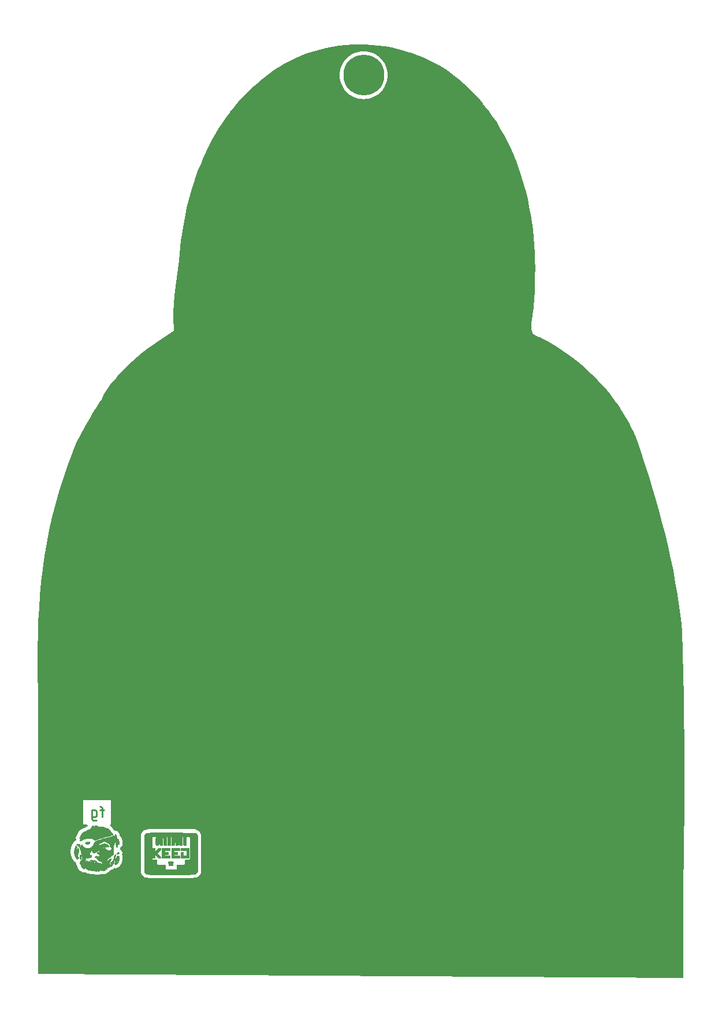
<source format=gbr>
%TF.GenerationSoftware,KiCad,Pcbnew,7.0.1*%
%TF.CreationDate,2023-09-13T18:48:41-05:00*%
%TF.ProjectId,Bsides-STL-Badge,42736964-6573-42d5-9354-4c2d42616467,rev?*%
%TF.SameCoordinates,Original*%
%TF.FileFunction,Copper,L2,Bot*%
%TF.FilePolarity,Positive*%
%FSLAX46Y46*%
G04 Gerber Fmt 4.6, Leading zero omitted, Abs format (unit mm)*
G04 Created by KiCad (PCBNEW 7.0.1) date 2023-09-13 18:48:41*
%MOMM*%
%LPD*%
G01*
G04 APERTURE LIST*
%ADD10C,0.250000*%
%TA.AperFunction,NonConductor*%
%ADD11C,0.250000*%
%TD*%
%TA.AperFunction,EtchedComponent*%
%ADD12C,0.010000*%
%TD*%
%TA.AperFunction,ComponentPad*%
%ADD13C,6.000000*%
%TD*%
G04 APERTURE END LIST*
D10*
%TO.C,G\u002A\u002A\u002A*%
D11*
X90669999Y-131465766D02*
X90083332Y-131465766D01*
X90449999Y-132492433D02*
X90449999Y-131172433D01*
X90449999Y-131172433D02*
X90376666Y-131025766D01*
X90376666Y-131025766D02*
X90229999Y-130952433D01*
X90229999Y-130952433D02*
X90083332Y-130952433D01*
X88909999Y-131465766D02*
X88909999Y-132712433D01*
X88909999Y-132712433D02*
X88983332Y-132859100D01*
X88983332Y-132859100D02*
X89056666Y-132932433D01*
X89056666Y-132932433D02*
X89203332Y-133005766D01*
X89203332Y-133005766D02*
X89423332Y-133005766D01*
X89423332Y-133005766D02*
X89569999Y-132932433D01*
X88909999Y-132419100D02*
X89056666Y-132492433D01*
X89056666Y-132492433D02*
X89349999Y-132492433D01*
X89349999Y-132492433D02*
X89496666Y-132419100D01*
X89496666Y-132419100D02*
X89569999Y-132345766D01*
X89569999Y-132345766D02*
X89643332Y-132199100D01*
X89643332Y-132199100D02*
X89643332Y-131759100D01*
X89643332Y-131759100D02*
X89569999Y-131612433D01*
X89569999Y-131612433D02*
X89496666Y-131539100D01*
X89496666Y-131539100D02*
X89349999Y-131465766D01*
X89349999Y-131465766D02*
X89056666Y-131465766D01*
X89056666Y-131465766D02*
X88909999Y-131539100D01*
D12*
X103150500Y-138509000D02*
X101965167Y-138509000D01*
X101965167Y-137598834D01*
X102325000Y-137598834D01*
X102325000Y-138149167D01*
X102811834Y-138149167D01*
X102811834Y-137387167D01*
X101965167Y-137387167D01*
X101965167Y-137027334D01*
X103150500Y-137027334D01*
X103150500Y-138509000D01*
%TA.AperFunction,EtchedComponent*%
G36*
X103150500Y-138509000D02*
G01*
X101965167Y-138509000D01*
X101965167Y-137598834D01*
X102325000Y-137598834D01*
X102325000Y-138149167D01*
X102811834Y-138149167D01*
X102811834Y-137387167D01*
X101965167Y-137387167D01*
X101965167Y-137027334D01*
X103150500Y-137027334D01*
X103150500Y-138509000D01*
G37*
%TD.AperFunction*%
X100398834Y-137387167D02*
X99573334Y-137387167D01*
X99573334Y-137598834D01*
X100123667Y-137598834D01*
X100123667Y-137937500D01*
X99573334Y-137937500D01*
X99573334Y-138149167D01*
X100398834Y-138149167D01*
X100398834Y-138509000D01*
X99213500Y-138509000D01*
X99213500Y-137027334D01*
X100398834Y-137027334D01*
X100398834Y-137387167D01*
%TA.AperFunction,EtchedComponent*%
G36*
X100398834Y-137387167D02*
G01*
X99573334Y-137387167D01*
X99573334Y-137598834D01*
X100123667Y-137598834D01*
X100123667Y-137937500D01*
X99573334Y-137937500D01*
X99573334Y-138149167D01*
X100398834Y-138149167D01*
X100398834Y-138509000D01*
X99213500Y-138509000D01*
X99213500Y-137027334D01*
X100398834Y-137027334D01*
X100398834Y-137387167D01*
G37*
%TD.AperFunction*%
X98176334Y-137524088D02*
X98674386Y-137027334D01*
X99023000Y-137027334D01*
X99023000Y-137248972D01*
X98764026Y-137508570D01*
X98505052Y-137768167D01*
X99023000Y-138287361D01*
X99023000Y-138509000D01*
X98695528Y-138509000D01*
X98176334Y-137991052D01*
X98176334Y-138509000D01*
X97837667Y-138509000D01*
X97837667Y-137027334D01*
X98176334Y-137027334D01*
X98176334Y-137524088D01*
%TA.AperFunction,EtchedComponent*%
G36*
X98176334Y-137524088D02*
G01*
X98674386Y-137027334D01*
X99023000Y-137027334D01*
X99023000Y-137248972D01*
X98764026Y-137508570D01*
X98505052Y-137768167D01*
X99023000Y-138287361D01*
X99023000Y-138509000D01*
X98695528Y-138509000D01*
X98176334Y-137991052D01*
X98176334Y-138509000D01*
X97837667Y-138509000D01*
X97837667Y-137027334D01*
X98176334Y-137027334D01*
X98176334Y-137524088D01*
G37*
%TD.AperFunction*%
X101785250Y-137376584D02*
X101367209Y-137382323D01*
X100949167Y-137388062D01*
X100949167Y-137598834D01*
X101499500Y-137598834D01*
X101499500Y-137937500D01*
X100949167Y-137937500D01*
X100949167Y-138148272D01*
X101367209Y-138154011D01*
X101785250Y-138159750D01*
X101785250Y-138498417D01*
X100589334Y-138509659D01*
X100589334Y-137027334D01*
X101797546Y-137027334D01*
X101785250Y-137376584D01*
%TA.AperFunction,EtchedComponent*%
G36*
X101785250Y-137376584D02*
G01*
X101367209Y-137382323D01*
X100949167Y-137388062D01*
X100949167Y-137598834D01*
X101499500Y-137598834D01*
X101499500Y-137937500D01*
X100949167Y-137937500D01*
X100949167Y-138148272D01*
X101367209Y-138154011D01*
X101785250Y-138159750D01*
X101785250Y-138498417D01*
X100589334Y-138509659D01*
X100589334Y-137027334D01*
X101797546Y-137027334D01*
X101785250Y-137376584D01*
G37*
%TD.AperFunction*%
X96599417Y-137047151D02*
X97710667Y-137047151D01*
X97710700Y-137341926D01*
X97710850Y-137597301D01*
X97711188Y-137816211D01*
X97711790Y-138001591D01*
X97712728Y-138156375D01*
X97714077Y-138283496D01*
X97715909Y-138385889D01*
X97718298Y-138466489D01*
X97721318Y-138528229D01*
X97725043Y-138574044D01*
X97729545Y-138606867D01*
X97734899Y-138629634D01*
X97741178Y-138645279D01*
X97748455Y-138656734D01*
X97751103Y-138660114D01*
X97768707Y-138679387D01*
X97790025Y-138693161D01*
X97822198Y-138702574D01*
X97872369Y-138708762D01*
X97947677Y-138712866D01*
X98055266Y-138716022D01*
X98109927Y-138717296D01*
X98428316Y-138724509D01*
X98442721Y-138820570D01*
X98448272Y-138888731D01*
X98449748Y-138980894D01*
X98446930Y-139078902D01*
X98446048Y-139094209D01*
X98442909Y-139230764D01*
X98451826Y-139337607D01*
X98472207Y-139410744D01*
X98497594Y-139443106D01*
X98525654Y-139447934D01*
X98590062Y-139452289D01*
X98684835Y-139455979D01*
X98803988Y-139458816D01*
X98941540Y-139460611D01*
X99068894Y-139461176D01*
X99217422Y-139461670D01*
X99352669Y-139462892D01*
X99468647Y-139464726D01*
X99559370Y-139467055D01*
X99618850Y-139469763D01*
X99640394Y-139472283D01*
X99652384Y-139486462D01*
X99659912Y-139521909D01*
X99663427Y-139584485D01*
X99663379Y-139680047D01*
X99661900Y-139752741D01*
X99661060Y-139907169D01*
X99667298Y-140022033D01*
X99680746Y-140099531D01*
X99683067Y-140107084D01*
X99702400Y-140157697D01*
X99726322Y-140184299D01*
X99768795Y-140196868D01*
X99816750Y-140202630D01*
X99858893Y-140204760D01*
X99936708Y-140206599D01*
X100043534Y-140208136D01*
X100172711Y-140209358D01*
X100317578Y-140210255D01*
X100471475Y-140210814D01*
X100627742Y-140211023D01*
X100779718Y-140210870D01*
X100920742Y-140210344D01*
X101044153Y-140209432D01*
X101143293Y-140208122D01*
X101211499Y-140206404D01*
X101234917Y-140205162D01*
X101272299Y-140200157D01*
X101299817Y-140188263D01*
X101319237Y-140163588D01*
X101332325Y-140120242D01*
X101340847Y-140052333D01*
X101346570Y-139953971D01*
X101351260Y-139819264D01*
X101351334Y-139816864D01*
X101361917Y-139472084D01*
X101947565Y-139461500D01*
X102101008Y-139458213D01*
X102240508Y-139454242D01*
X102360494Y-139449825D01*
X102455392Y-139445198D01*
X102519632Y-139440600D01*
X102547640Y-139436268D01*
X102548212Y-139435881D01*
X102566569Y-139395875D01*
X102579812Y-139323831D01*
X102586911Y-139229846D01*
X102586836Y-139124019D01*
X102584523Y-139080000D01*
X102580873Y-138985121D01*
X102581997Y-138892317D01*
X102587647Y-138821463D01*
X102587763Y-138820681D01*
X102602185Y-138724509D01*
X102920573Y-138717296D01*
X103043342Y-138714200D01*
X103130925Y-138710619D01*
X103190462Y-138705416D01*
X103229097Y-138697453D01*
X103253971Y-138685591D01*
X103272224Y-138668693D01*
X103279398Y-138660114D01*
X103286984Y-138649463D01*
X103293556Y-138635626D01*
X103299184Y-138615687D01*
X103303941Y-138586727D01*
X103307897Y-138545829D01*
X103311123Y-138490075D01*
X103313691Y-138416548D01*
X103315672Y-138322330D01*
X103317137Y-138204503D01*
X103318156Y-138060150D01*
X103318803Y-137886353D01*
X103319146Y-137680195D01*
X103319259Y-137438757D01*
X103319211Y-137159123D01*
X103319160Y-137030280D01*
X103319042Y-136730282D01*
X103318846Y-136469740D01*
X103318405Y-136245780D01*
X103317548Y-136055524D01*
X103316106Y-135896097D01*
X103313909Y-135764622D01*
X103310788Y-135658224D01*
X103306574Y-135574026D01*
X103301097Y-135509151D01*
X103294188Y-135460725D01*
X103285678Y-135425871D01*
X103275396Y-135401712D01*
X103263173Y-135385372D01*
X103248841Y-135373976D01*
X103232229Y-135364646D01*
X103220683Y-135358624D01*
X103173636Y-135345781D01*
X103097885Y-135337552D01*
X103006843Y-135334299D01*
X102913926Y-135336379D01*
X102832546Y-135344152D01*
X102812183Y-135347689D01*
X102743742Y-135361377D01*
X102748809Y-135892730D01*
X102750554Y-136074250D01*
X102751702Y-136218233D01*
X102751894Y-136329478D01*
X102750770Y-136412780D01*
X102747974Y-136472936D01*
X102743145Y-136514742D01*
X102735927Y-136542996D01*
X102725960Y-136562495D01*
X102712887Y-136578034D01*
X102696379Y-136594379D01*
X102647487Y-136630298D01*
X102585700Y-136644936D01*
X102546821Y-136646334D01*
X102475840Y-136643367D01*
X102419923Y-136631565D01*
X102377508Y-136606577D01*
X102347037Y-136564050D01*
X102326949Y-136499631D01*
X102315685Y-136408969D01*
X102311686Y-136287712D01*
X102313390Y-136131507D01*
X102316953Y-136004942D01*
X102320587Y-135864280D01*
X102322426Y-135731689D01*
X102322481Y-135615276D01*
X102320762Y-135523151D01*
X102317278Y-135463421D01*
X102316271Y-135455401D01*
X102305010Y-135394826D01*
X102289485Y-135365324D01*
X102261183Y-135355848D01*
X102239037Y-135355167D01*
X102176834Y-135355167D01*
X102176834Y-135927718D01*
X102176494Y-136120901D01*
X102174611Y-136275944D01*
X102169883Y-136397039D01*
X102161010Y-136488379D01*
X102146693Y-136554156D01*
X102125633Y-136598562D01*
X102096529Y-136625790D01*
X102058081Y-136640033D01*
X102008989Y-136645482D01*
X101954033Y-136646334D01*
X101870326Y-136635089D01*
X101804322Y-136596996D01*
X101802305Y-136595278D01*
X101742917Y-136544222D01*
X101736682Y-135949695D01*
X101730447Y-135355167D01*
X101607220Y-135355167D01*
X101600985Y-135946163D01*
X101594750Y-136537160D01*
X101543436Y-136591747D01*
X101502521Y-136626227D01*
X101454050Y-136642205D01*
X101384686Y-136645660D01*
X101324394Y-136643889D01*
X101276023Y-136636608D01*
X101238261Y-136619615D01*
X101209797Y-136588706D01*
X101189320Y-136539677D01*
X101175519Y-136468325D01*
X101167081Y-136370447D01*
X101162697Y-136241839D01*
X101161055Y-136078298D01*
X101160834Y-135928058D01*
X101160834Y-135355167D01*
X101005966Y-135355167D01*
X101018909Y-135908551D01*
X101022861Y-136104765D01*
X101023734Y-136262799D01*
X101020256Y-136386765D01*
X101011155Y-136480779D01*
X100995160Y-136548953D01*
X100971000Y-136595403D01*
X100937401Y-136624242D01*
X100893093Y-136639584D01*
X100836804Y-136645542D01*
X100790846Y-136646334D01*
X100716462Y-136639428D01*
X100663865Y-136614331D01*
X100641288Y-136594379D01*
X100624817Y-136577938D01*
X100611769Y-136562044D01*
X100601794Y-136541947D01*
X100594547Y-136512897D01*
X100589678Y-136470144D01*
X100586839Y-136408939D01*
X100585684Y-136324530D01*
X100585863Y-136212169D01*
X100587028Y-136067105D01*
X100588833Y-135884588D01*
X100588888Y-135879042D01*
X100594065Y-135355167D01*
X100436483Y-135355167D01*
X100441596Y-135889625D01*
X100443353Y-136071631D01*
X100444514Y-136216087D01*
X100444723Y-136327776D01*
X100443625Y-136411482D01*
X100440865Y-136471987D01*
X100436088Y-136514074D01*
X100428936Y-136542526D01*
X100419056Y-136562127D01*
X100406092Y-136577659D01*
X100389687Y-136593905D01*
X100389212Y-136594379D01*
X100340320Y-136630298D01*
X100278534Y-136644936D01*
X100239654Y-136646334D01*
X100174220Y-136644373D01*
X100121679Y-136635752D01*
X100080761Y-136616362D01*
X100050195Y-136582092D01*
X100028711Y-136528834D01*
X100015037Y-136452479D01*
X100007904Y-136348917D01*
X100006040Y-136214038D01*
X100008175Y-136043734D01*
X100011215Y-135907568D01*
X100024603Y-135355167D01*
X99869667Y-135355167D01*
X99869667Y-135928058D01*
X99869330Y-136108808D01*
X99867922Y-136252183D01*
X99864850Y-136363141D01*
X99859519Y-136446638D01*
X99851336Y-136507629D01*
X99839706Y-136551073D01*
X99824036Y-136581924D01*
X99803731Y-136605141D01*
X99786834Y-136619202D01*
X99746100Y-136634948D01*
X99682726Y-136644462D01*
X99653889Y-136645660D01*
X99574168Y-136638241D01*
X99514408Y-136610449D01*
X99495139Y-136595278D01*
X99435750Y-136544222D01*
X99429515Y-135949695D01*
X99423281Y-135355167D01*
X99300053Y-135355167D01*
X99293818Y-135949695D01*
X99287584Y-136544222D01*
X99228195Y-136595278D01*
X99162434Y-136634329D01*
X99079586Y-136646323D01*
X99076468Y-136646334D01*
X99016573Y-136645240D01*
X98968503Y-136639164D01*
X98930958Y-136623914D01*
X98902639Y-136595297D01*
X98882246Y-136549121D01*
X98868478Y-136481192D01*
X98860036Y-136387320D01*
X98855620Y-136263311D01*
X98853931Y-136104973D01*
X98853667Y-135927718D01*
X98853667Y-135355167D01*
X98791464Y-135355167D01*
X98753388Y-135358661D01*
X98732399Y-135376498D01*
X98720014Y-135419710D01*
X98714188Y-135455682D01*
X98710287Y-135507223D01*
X98708118Y-135592957D01*
X98707695Y-135704779D01*
X98709035Y-135834583D01*
X98712153Y-135974264D01*
X98713100Y-136006193D01*
X98717620Y-136188056D01*
X98717564Y-136332054D01*
X98711371Y-136442548D01*
X98697476Y-136523899D01*
X98674318Y-136580467D01*
X98640334Y-136616614D01*
X98593959Y-136636701D01*
X98533633Y-136645088D01*
X98483680Y-136646334D01*
X98409295Y-136639428D01*
X98356698Y-136614331D01*
X98334121Y-136594379D01*
X98317237Y-136577491D01*
X98303904Y-136561177D01*
X98293760Y-136540618D01*
X98286445Y-136510993D01*
X98281596Y-136467483D01*
X98278851Y-136405270D01*
X98277849Y-136319534D01*
X98278228Y-136205456D01*
X98279627Y-136058215D01*
X98281464Y-135892789D01*
X98287350Y-135361495D01*
X98218612Y-135347748D01*
X98136578Y-135337619D01*
X98038347Y-135334428D01*
X97940044Y-135337830D01*
X97857793Y-135347479D01*
X97822576Y-135356220D01*
X97769143Y-135388598D01*
X97734751Y-135431300D01*
X97729746Y-135456476D01*
X97725384Y-135509683D01*
X97721639Y-135592558D01*
X97718489Y-135706738D01*
X97715907Y-135853861D01*
X97713870Y-136035564D01*
X97712354Y-136253485D01*
X97711333Y-136509261D01*
X97710784Y-136804530D01*
X97710667Y-137047151D01*
X96599417Y-137047151D01*
X96599417Y-135214568D01*
X96663393Y-135089076D01*
X96748056Y-134967586D01*
X96861513Y-134872138D01*
X96995094Y-134809786D01*
X97013136Y-134804572D01*
X97044967Y-134801318D01*
X97115235Y-134798403D01*
X97224263Y-134795827D01*
X97372374Y-134793587D01*
X97559890Y-134791683D01*
X97787134Y-134790113D01*
X98054430Y-134788876D01*
X98362100Y-134787969D01*
X98710467Y-134787392D01*
X99099853Y-134787143D01*
X99530581Y-134787221D01*
X100002975Y-134787624D01*
X100517357Y-134788350D01*
X100552806Y-134788410D01*
X104010763Y-134794250D01*
X104136256Y-134858226D01*
X104259368Y-134943461D01*
X104351273Y-135056758D01*
X104410191Y-135195742D01*
X104419995Y-135236317D01*
X104423884Y-135270304D01*
X104427306Y-135333320D01*
X104430268Y-135426551D01*
X104432779Y-135551187D01*
X104434847Y-135708415D01*
X104436478Y-135899422D01*
X104437680Y-136125397D01*
X104438462Y-136387527D01*
X104438831Y-136687000D01*
X104438795Y-137025004D01*
X104438361Y-137402728D01*
X104437537Y-137821357D01*
X104437327Y-137909913D01*
X104431084Y-140469947D01*
X104366980Y-140595432D01*
X104284105Y-140712960D01*
X104170285Y-140801631D01*
X104025484Y-140861471D01*
X103962692Y-140876583D01*
X103928104Y-140879287D01*
X103853975Y-140881822D01*
X103743099Y-140884186D01*
X103598267Y-140886379D01*
X103422273Y-140888399D01*
X103217908Y-140890244D01*
X102987966Y-140891915D01*
X102735239Y-140893411D01*
X102462520Y-140894729D01*
X102172601Y-140895869D01*
X101868274Y-140896830D01*
X101552333Y-140897611D01*
X101227570Y-140898211D01*
X100896778Y-140898629D01*
X100562748Y-140898864D01*
X100228275Y-140898915D01*
X99896149Y-140898780D01*
X99569165Y-140898459D01*
X99250113Y-140897951D01*
X98941788Y-140897254D01*
X98646981Y-140896368D01*
X98368486Y-140895291D01*
X98109094Y-140894023D01*
X97871599Y-140892562D01*
X97658792Y-140890908D01*
X97473467Y-140889059D01*
X97318416Y-140887015D01*
X97196432Y-140884773D01*
X97110307Y-140882334D01*
X97062833Y-140879696D01*
X97058313Y-140879158D01*
X96921049Y-140842507D01*
X96809195Y-140774430D01*
X96718216Y-140671581D01*
X96673500Y-140595216D01*
X96599417Y-140449986D01*
X96599417Y-137047151D01*
%TA.AperFunction,EtchedComponent*%
G36*
X96599417Y-137047151D02*
G01*
X97710667Y-137047151D01*
X97710700Y-137341926D01*
X97710850Y-137597301D01*
X97711188Y-137816211D01*
X97711790Y-138001591D01*
X97712728Y-138156375D01*
X97714077Y-138283496D01*
X97715909Y-138385889D01*
X97718298Y-138466489D01*
X97721318Y-138528229D01*
X97725043Y-138574044D01*
X97729545Y-138606867D01*
X97734899Y-138629634D01*
X97741178Y-138645279D01*
X97748455Y-138656734D01*
X97751103Y-138660114D01*
X97768707Y-138679387D01*
X97790025Y-138693161D01*
X97822198Y-138702574D01*
X97872369Y-138708762D01*
X97947677Y-138712866D01*
X98055266Y-138716022D01*
X98109927Y-138717296D01*
X98428316Y-138724509D01*
X98442721Y-138820570D01*
X98448272Y-138888731D01*
X98449748Y-138980894D01*
X98446930Y-139078902D01*
X98446048Y-139094209D01*
X98442909Y-139230764D01*
X98451826Y-139337607D01*
X98472207Y-139410744D01*
X98497594Y-139443106D01*
X98525654Y-139447934D01*
X98590062Y-139452289D01*
X98684835Y-139455979D01*
X98803988Y-139458816D01*
X98941540Y-139460611D01*
X99068894Y-139461176D01*
X99217422Y-139461670D01*
X99352669Y-139462892D01*
X99468647Y-139464726D01*
X99559370Y-139467055D01*
X99618850Y-139469763D01*
X99640394Y-139472283D01*
X99652384Y-139486462D01*
X99659912Y-139521909D01*
X99663427Y-139584485D01*
X99663379Y-139680047D01*
X99661900Y-139752741D01*
X99661060Y-139907169D01*
X99667298Y-140022033D01*
X99680746Y-140099531D01*
X99683067Y-140107084D01*
X99702400Y-140157697D01*
X99726322Y-140184299D01*
X99768795Y-140196868D01*
X99816750Y-140202630D01*
X99858893Y-140204760D01*
X99936708Y-140206599D01*
X100043534Y-140208136D01*
X100172711Y-140209358D01*
X100317578Y-140210255D01*
X100471475Y-140210814D01*
X100627742Y-140211023D01*
X100779718Y-140210870D01*
X100920742Y-140210344D01*
X101044153Y-140209432D01*
X101143293Y-140208122D01*
X101211499Y-140206404D01*
X101234917Y-140205162D01*
X101272299Y-140200157D01*
X101299817Y-140188263D01*
X101319237Y-140163588D01*
X101332325Y-140120242D01*
X101340847Y-140052333D01*
X101346570Y-139953971D01*
X101351260Y-139819264D01*
X101351334Y-139816864D01*
X101361917Y-139472084D01*
X101947565Y-139461500D01*
X102101008Y-139458213D01*
X102240508Y-139454242D01*
X102360494Y-139449825D01*
X102455392Y-139445198D01*
X102519632Y-139440600D01*
X102547640Y-139436268D01*
X102548212Y-139435881D01*
X102566569Y-139395875D01*
X102579812Y-139323831D01*
X102586911Y-139229846D01*
X102586836Y-139124019D01*
X102584523Y-139080000D01*
X102580873Y-138985121D01*
X102581997Y-138892317D01*
X102587647Y-138821463D01*
X102587763Y-138820681D01*
X102602185Y-138724509D01*
X102920573Y-138717296D01*
X103043342Y-138714200D01*
X103130925Y-138710619D01*
X103190462Y-138705416D01*
X103229097Y-138697453D01*
X103253971Y-138685591D01*
X103272224Y-138668693D01*
X103279398Y-138660114D01*
X103286984Y-138649463D01*
X103293556Y-138635626D01*
X103299184Y-138615687D01*
X103303941Y-138586727D01*
X103307897Y-138545829D01*
X103311123Y-138490075D01*
X103313691Y-138416548D01*
X103315672Y-138322330D01*
X103317137Y-138204503D01*
X103318156Y-138060150D01*
X103318803Y-137886353D01*
X103319146Y-137680195D01*
X103319259Y-137438757D01*
X103319211Y-137159123D01*
X103319160Y-137030280D01*
X103319042Y-136730282D01*
X103318846Y-136469740D01*
X103318405Y-136245780D01*
X103317548Y-136055524D01*
X103316106Y-135896097D01*
X103313909Y-135764622D01*
X103310788Y-135658224D01*
X103306574Y-135574026D01*
X103301097Y-135509151D01*
X103294188Y-135460725D01*
X103285678Y-135425871D01*
X103275396Y-135401712D01*
X103263173Y-135385372D01*
X103248841Y-135373976D01*
X103232229Y-135364646D01*
X103220683Y-135358624D01*
X103173636Y-135345781D01*
X103097885Y-135337552D01*
X103006843Y-135334299D01*
X102913926Y-135336379D01*
X102832546Y-135344152D01*
X102812183Y-135347689D01*
X102743742Y-135361377D01*
X102748809Y-135892730D01*
X102750554Y-136074250D01*
X102751702Y-136218233D01*
X102751894Y-136329478D01*
X102750770Y-136412780D01*
X102747974Y-136472936D01*
X102743145Y-136514742D01*
X102735927Y-136542996D01*
X102725960Y-136562495D01*
X102712887Y-136578034D01*
X102696379Y-136594379D01*
X102647487Y-136630298D01*
X102585700Y-136644936D01*
X102546821Y-136646334D01*
X102475840Y-136643367D01*
X102419923Y-136631565D01*
X102377508Y-136606577D01*
X102347037Y-136564050D01*
X102326949Y-136499631D01*
X102315685Y-136408969D01*
X102311686Y-136287712D01*
X102313390Y-136131507D01*
X102316953Y-136004942D01*
X102320587Y-135864280D01*
X102322426Y-135731689D01*
X102322481Y-135615276D01*
X102320762Y-135523151D01*
X102317278Y-135463421D01*
X102316271Y-135455401D01*
X102305010Y-135394826D01*
X102289485Y-135365324D01*
X102261183Y-135355848D01*
X102239037Y-135355167D01*
X102176834Y-135355167D01*
X102176834Y-135927718D01*
X102176494Y-136120901D01*
X102174611Y-136275944D01*
X102169883Y-136397039D01*
X102161010Y-136488379D01*
X102146693Y-136554156D01*
X102125633Y-136598562D01*
X102096529Y-136625790D01*
X102058081Y-136640033D01*
X102008989Y-136645482D01*
X101954033Y-136646334D01*
X101870326Y-136635089D01*
X101804322Y-136596996D01*
X101802305Y-136595278D01*
X101742917Y-136544222D01*
X101736682Y-135949695D01*
X101730447Y-135355167D01*
X101607220Y-135355167D01*
X101600985Y-135946163D01*
X101594750Y-136537160D01*
X101543436Y-136591747D01*
X101502521Y-136626227D01*
X101454050Y-136642205D01*
X101384686Y-136645660D01*
X101324394Y-136643889D01*
X101276023Y-136636608D01*
X101238261Y-136619615D01*
X101209797Y-136588706D01*
X101189320Y-136539677D01*
X101175519Y-136468325D01*
X101167081Y-136370447D01*
X101162697Y-136241839D01*
X101161055Y-136078298D01*
X101160834Y-135928058D01*
X101160834Y-135355167D01*
X101005966Y-135355167D01*
X101018909Y-135908551D01*
X101022861Y-136104765D01*
X101023734Y-136262799D01*
X101020256Y-136386765D01*
X101011155Y-136480779D01*
X100995160Y-136548953D01*
X100971000Y-136595403D01*
X100937401Y-136624242D01*
X100893093Y-136639584D01*
X100836804Y-136645542D01*
X100790846Y-136646334D01*
X100716462Y-136639428D01*
X100663865Y-136614331D01*
X100641288Y-136594379D01*
X100624817Y-136577938D01*
X100611769Y-136562044D01*
X100601794Y-136541947D01*
X100594547Y-136512897D01*
X100589678Y-136470144D01*
X100586839Y-136408939D01*
X100585684Y-136324530D01*
X100585863Y-136212169D01*
X100587028Y-136067105D01*
X100588833Y-135884588D01*
X100588888Y-135879042D01*
X100594065Y-135355167D01*
X100436483Y-135355167D01*
X100441596Y-135889625D01*
X100443353Y-136071631D01*
X100444514Y-136216087D01*
X100444723Y-136327776D01*
X100443625Y-136411482D01*
X100440865Y-136471987D01*
X100436088Y-136514074D01*
X100428936Y-136542526D01*
X100419056Y-136562127D01*
X100406092Y-136577659D01*
X100389687Y-136593905D01*
X100389212Y-136594379D01*
X100340320Y-136630298D01*
X100278534Y-136644936D01*
X100239654Y-136646334D01*
X100174220Y-136644373D01*
X100121679Y-136635752D01*
X100080761Y-136616362D01*
X100050195Y-136582092D01*
X100028711Y-136528834D01*
X100015037Y-136452479D01*
X100007904Y-136348917D01*
X100006040Y-136214038D01*
X100008175Y-136043734D01*
X100011215Y-135907568D01*
X100024603Y-135355167D01*
X99869667Y-135355167D01*
X99869667Y-135928058D01*
X99869330Y-136108808D01*
X99867922Y-136252183D01*
X99864850Y-136363141D01*
X99859519Y-136446638D01*
X99851336Y-136507629D01*
X99839706Y-136551073D01*
X99824036Y-136581924D01*
X99803731Y-136605141D01*
X99786834Y-136619202D01*
X99746100Y-136634948D01*
X99682726Y-136644462D01*
X99653889Y-136645660D01*
X99574168Y-136638241D01*
X99514408Y-136610449D01*
X99495139Y-136595278D01*
X99435750Y-136544222D01*
X99429515Y-135949695D01*
X99423281Y-135355167D01*
X99300053Y-135355167D01*
X99293818Y-135949695D01*
X99287584Y-136544222D01*
X99228195Y-136595278D01*
X99162434Y-136634329D01*
X99079586Y-136646323D01*
X99076468Y-136646334D01*
X99016573Y-136645240D01*
X98968503Y-136639164D01*
X98930958Y-136623914D01*
X98902639Y-136595297D01*
X98882246Y-136549121D01*
X98868478Y-136481192D01*
X98860036Y-136387320D01*
X98855620Y-136263311D01*
X98853931Y-136104973D01*
X98853667Y-135927718D01*
X98853667Y-135355167D01*
X98791464Y-135355167D01*
X98753388Y-135358661D01*
X98732399Y-135376498D01*
X98720014Y-135419710D01*
X98714188Y-135455682D01*
X98710287Y-135507223D01*
X98708118Y-135592957D01*
X98707695Y-135704779D01*
X98709035Y-135834583D01*
X98712153Y-135974264D01*
X98713100Y-136006193D01*
X98717620Y-136188056D01*
X98717564Y-136332054D01*
X98711371Y-136442548D01*
X98697476Y-136523899D01*
X98674318Y-136580467D01*
X98640334Y-136616614D01*
X98593959Y-136636701D01*
X98533633Y-136645088D01*
X98483680Y-136646334D01*
X98409295Y-136639428D01*
X98356698Y-136614331D01*
X98334121Y-136594379D01*
X98317237Y-136577491D01*
X98303904Y-136561177D01*
X98293760Y-136540618D01*
X98286445Y-136510993D01*
X98281596Y-136467483D01*
X98278851Y-136405270D01*
X98277849Y-136319534D01*
X98278228Y-136205456D01*
X98279627Y-136058215D01*
X98281464Y-135892789D01*
X98287350Y-135361495D01*
X98218612Y-135347748D01*
X98136578Y-135337619D01*
X98038347Y-135334428D01*
X97940044Y-135337830D01*
X97857793Y-135347479D01*
X97822576Y-135356220D01*
X97769143Y-135388598D01*
X97734751Y-135431300D01*
X97729746Y-135456476D01*
X97725384Y-135509683D01*
X97721639Y-135592558D01*
X97718489Y-135706738D01*
X97715907Y-135853861D01*
X97713870Y-136035564D01*
X97712354Y-136253485D01*
X97711333Y-136509261D01*
X97710784Y-136804530D01*
X97710667Y-137047151D01*
X96599417Y-137047151D01*
X96599417Y-135214568D01*
X96663393Y-135089076D01*
X96748056Y-134967586D01*
X96861513Y-134872138D01*
X96995094Y-134809786D01*
X97013136Y-134804572D01*
X97044967Y-134801318D01*
X97115235Y-134798403D01*
X97224263Y-134795827D01*
X97372374Y-134793587D01*
X97559890Y-134791683D01*
X97787134Y-134790113D01*
X98054430Y-134788876D01*
X98362100Y-134787969D01*
X98710467Y-134787392D01*
X99099853Y-134787143D01*
X99530581Y-134787221D01*
X100002975Y-134787624D01*
X100517357Y-134788350D01*
X100552806Y-134788410D01*
X104010763Y-134794250D01*
X104136256Y-134858226D01*
X104259368Y-134943461D01*
X104351273Y-135056758D01*
X104410191Y-135195742D01*
X104419995Y-135236317D01*
X104423884Y-135270304D01*
X104427306Y-135333320D01*
X104430268Y-135426551D01*
X104432779Y-135551187D01*
X104434847Y-135708415D01*
X104436478Y-135899422D01*
X104437680Y-136125397D01*
X104438462Y-136387527D01*
X104438831Y-136687000D01*
X104438795Y-137025004D01*
X104438361Y-137402728D01*
X104437537Y-137821357D01*
X104437327Y-137909913D01*
X104431084Y-140469947D01*
X104366980Y-140595432D01*
X104284105Y-140712960D01*
X104170285Y-140801631D01*
X104025484Y-140861471D01*
X103962692Y-140876583D01*
X103928104Y-140879287D01*
X103853975Y-140881822D01*
X103743099Y-140884186D01*
X103598267Y-140886379D01*
X103422273Y-140888399D01*
X103217908Y-140890244D01*
X102987966Y-140891915D01*
X102735239Y-140893411D01*
X102462520Y-140894729D01*
X102172601Y-140895869D01*
X101868274Y-140896830D01*
X101552333Y-140897611D01*
X101227570Y-140898211D01*
X100896778Y-140898629D01*
X100562748Y-140898864D01*
X100228275Y-140898915D01*
X99896149Y-140898780D01*
X99569165Y-140898459D01*
X99250113Y-140897951D01*
X98941788Y-140897254D01*
X98646981Y-140896368D01*
X98368486Y-140895291D01*
X98109094Y-140894023D01*
X97871599Y-140892562D01*
X97658792Y-140890908D01*
X97473467Y-140889059D01*
X97318416Y-140887015D01*
X97196432Y-140884773D01*
X97110307Y-140882334D01*
X97062833Y-140879696D01*
X97058313Y-140879158D01*
X96921049Y-140842507D01*
X96809195Y-140774430D01*
X96718216Y-140671581D01*
X96673500Y-140595216D01*
X96599417Y-140449986D01*
X96599417Y-137047151D01*
G37*
%TD.AperFunction*%
X90767578Y-136878793D02*
X90782793Y-136899299D01*
X90779966Y-136930740D01*
X90770472Y-136942002D01*
X90743682Y-136946615D01*
X90722031Y-136936962D01*
X90715050Y-136910800D01*
X90720983Y-136885947D01*
X90743682Y-136874984D01*
X90767578Y-136878793D01*
%TA.AperFunction,EtchedComponent*%
G36*
X90767578Y-136878793D02*
G01*
X90782793Y-136899299D01*
X90779966Y-136930740D01*
X90770472Y-136942002D01*
X90743682Y-136946615D01*
X90722031Y-136936962D01*
X90715050Y-136910800D01*
X90720983Y-136885947D01*
X90743682Y-136874984D01*
X90767578Y-136878793D01*
G37*
%TD.AperFunction*%
X92804385Y-137666265D02*
X92841259Y-137688860D01*
X92869276Y-137721192D01*
X92880400Y-137755952D01*
X92872121Y-137780992D01*
X92844119Y-137814363D01*
X92800856Y-137848029D01*
X92747050Y-137877684D01*
X92699824Y-137895439D01*
X92654514Y-137899861D01*
X92620220Y-137884410D01*
X92593531Y-137848435D01*
X92590793Y-137843066D01*
X92581624Y-137818721D01*
X92584791Y-137797437D01*
X92601456Y-137767312D01*
X92632019Y-137730947D01*
X92678307Y-137695326D01*
X92728997Y-137669841D01*
X92775009Y-137660100D01*
X92804385Y-137666265D01*
%TA.AperFunction,EtchedComponent*%
G36*
X92804385Y-137666265D02*
G01*
X92841259Y-137688860D01*
X92869276Y-137721192D01*
X92880400Y-137755952D01*
X92872121Y-137780992D01*
X92844119Y-137814363D01*
X92800856Y-137848029D01*
X92747050Y-137877684D01*
X92699824Y-137895439D01*
X92654514Y-137899861D01*
X92620220Y-137884410D01*
X92593531Y-137848435D01*
X92590793Y-137843066D01*
X92581624Y-137818721D01*
X92584791Y-137797437D01*
X92601456Y-137767312D01*
X92632019Y-137730947D01*
X92678307Y-137695326D01*
X92728997Y-137669841D01*
X92775009Y-137660100D01*
X92804385Y-137666265D01*
G37*
%TD.AperFunction*%
X89119531Y-133703917D02*
X89147985Y-133722356D01*
X89159300Y-133747490D01*
X89155841Y-133757792D01*
X89136698Y-133784647D01*
X89104933Y-133819682D01*
X89065277Y-133858373D01*
X89022459Y-133896198D01*
X88981212Y-133928634D01*
X88946265Y-133951158D01*
X88929898Y-133959363D01*
X88891171Y-133972024D01*
X88867425Y-133966079D01*
X88856696Y-133941312D01*
X88856507Y-133934510D01*
X88867472Y-133901107D01*
X88893439Y-133859389D01*
X88929784Y-133814258D01*
X88971881Y-133770620D01*
X89015105Y-133733378D01*
X89054832Y-133707436D01*
X89086437Y-133697700D01*
X89119531Y-133703917D01*
%TA.AperFunction,EtchedComponent*%
G36*
X89119531Y-133703917D02*
G01*
X89147985Y-133722356D01*
X89159300Y-133747490D01*
X89155841Y-133757792D01*
X89136698Y-133784647D01*
X89104933Y-133819682D01*
X89065277Y-133858373D01*
X89022459Y-133896198D01*
X88981212Y-133928634D01*
X88946265Y-133951158D01*
X88929898Y-133959363D01*
X88891171Y-133972024D01*
X88867425Y-133966079D01*
X88856696Y-133941312D01*
X88856507Y-133934510D01*
X88867472Y-133901107D01*
X88893439Y-133859389D01*
X88929784Y-133814258D01*
X88971881Y-133770620D01*
X89015105Y-133733378D01*
X89054832Y-133707436D01*
X89086437Y-133697700D01*
X89119531Y-133703917D01*
G37*
%TD.AperFunction*%
X87254599Y-138000214D02*
X87256675Y-138002952D01*
X87270557Y-138031658D01*
X87283176Y-138077984D01*
X87294884Y-138143875D01*
X87306039Y-138231276D01*
X87316994Y-138342131D01*
X87321976Y-138389293D01*
X87330496Y-138449330D01*
X87339975Y-138499079D01*
X87349132Y-138531007D01*
X87362276Y-138565896D01*
X87366454Y-138596044D01*
X87355315Y-138617614D01*
X87327325Y-138638139D01*
X87304735Y-138651037D01*
X87273497Y-138661374D01*
X87247274Y-138653934D01*
X87216802Y-138627855D01*
X87202632Y-138610241D01*
X87178122Y-138555306D01*
X87162027Y-138478303D01*
X87154575Y-138380607D01*
X87155997Y-138263592D01*
X87157145Y-138241477D01*
X87165131Y-138146555D01*
X87176887Y-138072268D01*
X87192063Y-138019553D01*
X87210307Y-137989349D01*
X87231269Y-137982590D01*
X87254599Y-138000214D01*
%TA.AperFunction,EtchedComponent*%
G36*
X87254599Y-138000214D02*
G01*
X87256675Y-138002952D01*
X87270557Y-138031658D01*
X87283176Y-138077984D01*
X87294884Y-138143875D01*
X87306039Y-138231276D01*
X87316994Y-138342131D01*
X87321976Y-138389293D01*
X87330496Y-138449330D01*
X87339975Y-138499079D01*
X87349132Y-138531007D01*
X87362276Y-138565896D01*
X87366454Y-138596044D01*
X87355315Y-138617614D01*
X87327325Y-138638139D01*
X87304735Y-138651037D01*
X87273497Y-138661374D01*
X87247274Y-138653934D01*
X87216802Y-138627855D01*
X87202632Y-138610241D01*
X87178122Y-138555306D01*
X87162027Y-138478303D01*
X87154575Y-138380607D01*
X87155997Y-138263592D01*
X87157145Y-138241477D01*
X87165131Y-138146555D01*
X87176887Y-138072268D01*
X87192063Y-138019553D01*
X87210307Y-137989349D01*
X87231269Y-137982590D01*
X87254599Y-138000214D01*
G37*
%TD.AperFunction*%
X88905354Y-138775006D02*
X88998347Y-138781789D01*
X89090383Y-138791925D01*
X89176814Y-138805209D01*
X89252994Y-138821436D01*
X89313054Y-138838708D01*
X89386068Y-138864591D01*
X89456034Y-138894107D01*
X89519433Y-138925351D01*
X89572743Y-138956413D01*
X89612446Y-138985388D01*
X89635019Y-139010368D01*
X89636944Y-139029446D01*
X89626976Y-139037470D01*
X89606544Y-139042212D01*
X89572842Y-139043366D01*
X89522908Y-139040881D01*
X89453781Y-139034707D01*
X89362500Y-139024794D01*
X89253541Y-139011286D01*
X89121237Y-138991831D01*
X88999354Y-138970504D01*
X88889540Y-138947807D01*
X88793445Y-138924239D01*
X88712718Y-138900301D01*
X88649008Y-138876495D01*
X88603965Y-138853319D01*
X88579237Y-138831275D01*
X88576474Y-138810864D01*
X88597325Y-138792585D01*
X88616756Y-138785492D01*
X88667105Y-138776819D01*
X88735086Y-138772317D01*
X88816051Y-138771781D01*
X88905354Y-138775006D01*
%TA.AperFunction,EtchedComponent*%
G36*
X88905354Y-138775006D02*
G01*
X88998347Y-138781789D01*
X89090383Y-138791925D01*
X89176814Y-138805209D01*
X89252994Y-138821436D01*
X89313054Y-138838708D01*
X89386068Y-138864591D01*
X89456034Y-138894107D01*
X89519433Y-138925351D01*
X89572743Y-138956413D01*
X89612446Y-138985388D01*
X89635019Y-139010368D01*
X89636944Y-139029446D01*
X89626976Y-139037470D01*
X89606544Y-139042212D01*
X89572842Y-139043366D01*
X89522908Y-139040881D01*
X89453781Y-139034707D01*
X89362500Y-139024794D01*
X89253541Y-139011286D01*
X89121237Y-138991831D01*
X88999354Y-138970504D01*
X88889540Y-138947807D01*
X88793445Y-138924239D01*
X88712718Y-138900301D01*
X88649008Y-138876495D01*
X88603965Y-138853319D01*
X88579237Y-138831275D01*
X88576474Y-138810864D01*
X88597325Y-138792585D01*
X88616756Y-138785492D01*
X88667105Y-138776819D01*
X88735086Y-138772317D01*
X88816051Y-138771781D01*
X88905354Y-138775006D01*
G37*
%TD.AperFunction*%
X86786612Y-136407543D02*
X86840610Y-136423494D01*
X86860731Y-136429166D01*
X86927606Y-136437518D01*
X87001348Y-136435046D01*
X87070150Y-136421835D01*
X87091354Y-136421187D01*
X87120950Y-136432930D01*
X87131450Y-136442509D01*
X87140583Y-136460888D01*
X87144558Y-136491128D01*
X87144878Y-136539954D01*
X87140915Y-136592791D01*
X87129241Y-136661941D01*
X87112014Y-136730359D01*
X87091356Y-136789825D01*
X87069390Y-136832123D01*
X87062660Y-136840797D01*
X87041480Y-136855623D01*
X87018894Y-136850090D01*
X86992640Y-136822969D01*
X86960456Y-136773033D01*
X86933281Y-136728056D01*
X86899880Y-136681115D01*
X86867623Y-136649285D01*
X86831299Y-136627754D01*
X86785695Y-136611710D01*
X86770706Y-136607283D01*
X86710075Y-136584838D01*
X86673095Y-136560337D01*
X86658322Y-136531351D01*
X86664308Y-136495448D01*
X86689608Y-136450198D01*
X86696812Y-136440020D01*
X86721078Y-136414680D01*
X86748889Y-136404230D01*
X86786612Y-136407543D01*
%TA.AperFunction,EtchedComponent*%
G36*
X86786612Y-136407543D02*
G01*
X86840610Y-136423494D01*
X86860731Y-136429166D01*
X86927606Y-136437518D01*
X87001348Y-136435046D01*
X87070150Y-136421835D01*
X87091354Y-136421187D01*
X87120950Y-136432930D01*
X87131450Y-136442509D01*
X87140583Y-136460888D01*
X87144558Y-136491128D01*
X87144878Y-136539954D01*
X87140915Y-136592791D01*
X87129241Y-136661941D01*
X87112014Y-136730359D01*
X87091356Y-136789825D01*
X87069390Y-136832123D01*
X87062660Y-136840797D01*
X87041480Y-136855623D01*
X87018894Y-136850090D01*
X86992640Y-136822969D01*
X86960456Y-136773033D01*
X86933281Y-136728056D01*
X86899880Y-136681115D01*
X86867623Y-136649285D01*
X86831299Y-136627754D01*
X86785695Y-136611710D01*
X86770706Y-136607283D01*
X86710075Y-136584838D01*
X86673095Y-136560337D01*
X86658322Y-136531351D01*
X86664308Y-136495448D01*
X86689608Y-136450198D01*
X86696812Y-136440020D01*
X86721078Y-136414680D01*
X86748889Y-136404230D01*
X86786612Y-136407543D01*
G37*
%TD.AperFunction*%
X92692257Y-138168105D02*
X92696915Y-138174510D01*
X92715844Y-138217278D01*
X92730995Y-138279086D01*
X92741800Y-138354885D01*
X92747694Y-138439625D01*
X92748110Y-138528255D01*
X92742481Y-138615726D01*
X92738365Y-138651554D01*
X92727518Y-138715760D01*
X92711976Y-138769158D01*
X92689155Y-138821739D01*
X92674046Y-138849363D01*
X92630476Y-138911663D01*
X92577905Y-138970550D01*
X92522650Y-139019370D01*
X92471027Y-139051473D01*
X92461914Y-139055143D01*
X92416563Y-139064648D01*
X92368494Y-139064267D01*
X92326694Y-139054766D01*
X92300148Y-139036911D01*
X92294447Y-139027782D01*
X92282879Y-138982898D01*
X92286917Y-138920645D01*
X92306677Y-138840224D01*
X92342273Y-138740834D01*
X92355547Y-138707967D01*
X92406238Y-138589603D01*
X92455616Y-138485224D01*
X92501945Y-138398351D01*
X92543491Y-138332506D01*
X92558107Y-138310542D01*
X92583411Y-138265944D01*
X92600169Y-138227770D01*
X92602133Y-138222245D01*
X92620875Y-138186407D01*
X92643247Y-138161398D01*
X92657636Y-138152120D01*
X92674335Y-138150437D01*
X92692257Y-138168105D01*
%TA.AperFunction,EtchedComponent*%
G36*
X92692257Y-138168105D02*
G01*
X92696915Y-138174510D01*
X92715844Y-138217278D01*
X92730995Y-138279086D01*
X92741800Y-138354885D01*
X92747694Y-138439625D01*
X92748110Y-138528255D01*
X92742481Y-138615726D01*
X92738365Y-138651554D01*
X92727518Y-138715760D01*
X92711976Y-138769158D01*
X92689155Y-138821739D01*
X92674046Y-138849363D01*
X92630476Y-138911663D01*
X92577905Y-138970550D01*
X92522650Y-139019370D01*
X92471027Y-139051473D01*
X92461914Y-139055143D01*
X92416563Y-139064648D01*
X92368494Y-139064267D01*
X92326694Y-139054766D01*
X92300148Y-139036911D01*
X92294447Y-139027782D01*
X92282879Y-138982898D01*
X92286917Y-138920645D01*
X92306677Y-138840224D01*
X92342273Y-138740834D01*
X92355547Y-138707967D01*
X92406238Y-138589603D01*
X92455616Y-138485224D01*
X92501945Y-138398351D01*
X92543491Y-138332506D01*
X92558107Y-138310542D01*
X92583411Y-138265944D01*
X92600169Y-138227770D01*
X92602133Y-138222245D01*
X92620875Y-138186407D01*
X92643247Y-138161398D01*
X92657636Y-138152120D01*
X92674335Y-138150437D01*
X92692257Y-138168105D01*
G37*
%TD.AperFunction*%
X92874903Y-138188703D02*
X92900074Y-138211719D01*
X92915056Y-138249368D01*
X92924154Y-138309681D01*
X92926339Y-138386337D01*
X92922135Y-138475288D01*
X92912071Y-138572483D01*
X92896673Y-138673872D01*
X92876469Y-138775405D01*
X92851984Y-138873031D01*
X92823746Y-138962700D01*
X92792282Y-139040363D01*
X92775657Y-139074003D01*
X92731334Y-139151613D01*
X92680451Y-139227897D01*
X92626461Y-139298514D01*
X92572814Y-139359119D01*
X92522960Y-139405372D01*
X92480350Y-139432928D01*
X92479799Y-139433172D01*
X92448334Y-139445076D01*
X92425745Y-139450302D01*
X92414692Y-139449484D01*
X92375248Y-139433956D01*
X92333519Y-139403588D01*
X92295852Y-139364610D01*
X92268596Y-139323255D01*
X92258100Y-139285752D01*
X92259007Y-139272610D01*
X92270323Y-139242775D01*
X92297068Y-139215445D01*
X92342370Y-139187970D01*
X92409355Y-139157705D01*
X92468460Y-139132355D01*
X92567585Y-139083574D01*
X92644713Y-139035249D01*
X92701989Y-138985688D01*
X92741553Y-138933196D01*
X92765550Y-138876078D01*
X92767987Y-138864391D01*
X92772983Y-138824861D01*
X92778110Y-138766625D01*
X92783048Y-138694085D01*
X92787479Y-138611642D01*
X92791083Y-138523700D01*
X92792965Y-138472763D01*
X92796505Y-138391206D01*
X92800263Y-138319592D01*
X92804006Y-138261783D01*
X92807499Y-138221640D01*
X92810509Y-138203025D01*
X92819806Y-138190056D01*
X92845211Y-138181197D01*
X92874903Y-138188703D01*
%TA.AperFunction,EtchedComponent*%
G36*
X92874903Y-138188703D02*
G01*
X92900074Y-138211719D01*
X92915056Y-138249368D01*
X92924154Y-138309681D01*
X92926339Y-138386337D01*
X92922135Y-138475288D01*
X92912071Y-138572483D01*
X92896673Y-138673872D01*
X92876469Y-138775405D01*
X92851984Y-138873031D01*
X92823746Y-138962700D01*
X92792282Y-139040363D01*
X92775657Y-139074003D01*
X92731334Y-139151613D01*
X92680451Y-139227897D01*
X92626461Y-139298514D01*
X92572814Y-139359119D01*
X92522960Y-139405372D01*
X92480350Y-139432928D01*
X92479799Y-139433172D01*
X92448334Y-139445076D01*
X92425745Y-139450302D01*
X92414692Y-139449484D01*
X92375248Y-139433956D01*
X92333519Y-139403588D01*
X92295852Y-139364610D01*
X92268596Y-139323255D01*
X92258100Y-139285752D01*
X92259007Y-139272610D01*
X92270323Y-139242775D01*
X92297068Y-139215445D01*
X92342370Y-139187970D01*
X92409355Y-139157705D01*
X92468460Y-139132355D01*
X92567585Y-139083574D01*
X92644713Y-139035249D01*
X92701989Y-138985688D01*
X92741553Y-138933196D01*
X92765550Y-138876078D01*
X92767987Y-138864391D01*
X92772983Y-138824861D01*
X92778110Y-138766625D01*
X92783048Y-138694085D01*
X92787479Y-138611642D01*
X92791083Y-138523700D01*
X92792965Y-138472763D01*
X92796505Y-138391206D01*
X92800263Y-138319592D01*
X92804006Y-138261783D01*
X92807499Y-138221640D01*
X92810509Y-138203025D01*
X92819806Y-138190056D01*
X92845211Y-138181197D01*
X92874903Y-138188703D01*
G37*
%TD.AperFunction*%
X92348022Y-137987144D02*
X92359821Y-138009665D01*
X92366573Y-138033748D01*
X92371738Y-138098310D01*
X92365435Y-138181141D01*
X92347793Y-138279359D01*
X92345369Y-138290722D01*
X92334327Y-138355176D01*
X92326877Y-138420062D01*
X92324521Y-138472900D01*
X92324611Y-138492489D01*
X92322147Y-138531874D01*
X92314168Y-138568795D01*
X92298490Y-138611524D01*
X92272930Y-138668332D01*
X92262503Y-138691427D01*
X92233473Y-138762589D01*
X92205158Y-138840214D01*
X92182443Y-138911197D01*
X92136857Y-139051196D01*
X92068083Y-139218690D01*
X91988350Y-139373606D01*
X91899838Y-139511798D01*
X91804728Y-139629122D01*
X91795151Y-139639304D01*
X91761382Y-139672664D01*
X91733970Y-139696009D01*
X91718111Y-139704800D01*
X91711145Y-139703167D01*
X91688232Y-139686511D01*
X91663570Y-139658564D01*
X91643860Y-139627677D01*
X91635800Y-139602201D01*
X91636611Y-139594852D01*
X91643829Y-139564063D01*
X91656914Y-139519397D01*
X91673900Y-139467793D01*
X91684140Y-139437955D01*
X91700650Y-139385783D01*
X91708765Y-139348241D01*
X91708871Y-139319018D01*
X91701354Y-139291808D01*
X91686600Y-139260300D01*
X91681748Y-139250485D01*
X91664282Y-139200204D01*
X91665856Y-139156615D01*
X91686461Y-139111075D01*
X91696610Y-139095998D01*
X91724200Y-139071454D01*
X91753183Y-139070727D01*
X91784955Y-139094138D01*
X91820911Y-139142007D01*
X91845421Y-139178959D01*
X91861367Y-139197918D01*
X91871745Y-139200867D01*
X91880201Y-139190807D01*
X91880837Y-139189561D01*
X91886418Y-139162188D01*
X91888195Y-139115265D01*
X91885951Y-139053953D01*
X91884837Y-139033306D01*
X91883950Y-138979824D01*
X91885949Y-138935739D01*
X91890581Y-138908997D01*
X91895934Y-138896768D01*
X91907748Y-138884483D01*
X91929645Y-138880298D01*
X91969205Y-138881569D01*
X92005669Y-138883244D01*
X92027132Y-138880432D01*
X92036207Y-138869620D01*
X92039644Y-138847550D01*
X92043047Y-138824291D01*
X92060142Y-138758132D01*
X92087693Y-138682728D01*
X92122882Y-138606250D01*
X92135453Y-138581022D01*
X92149620Y-138546801D01*
X92157148Y-138513930D01*
X92159736Y-138473507D01*
X92159082Y-138416631D01*
X92158713Y-138400040D01*
X92158916Y-138346728D01*
X92162808Y-138308488D01*
X92171720Y-138277119D01*
X92186980Y-138244418D01*
X92195999Y-138226239D01*
X92216795Y-138177985D01*
X92231406Y-138135587D01*
X92236190Y-138119677D01*
X92259954Y-138063780D01*
X92289763Y-138018286D01*
X92321041Y-137990599D01*
X92332816Y-137985154D01*
X92348022Y-137987144D01*
%TA.AperFunction,EtchedComponent*%
G36*
X92348022Y-137987144D02*
G01*
X92359821Y-138009665D01*
X92366573Y-138033748D01*
X92371738Y-138098310D01*
X92365435Y-138181141D01*
X92347793Y-138279359D01*
X92345369Y-138290722D01*
X92334327Y-138355176D01*
X92326877Y-138420062D01*
X92324521Y-138472900D01*
X92324611Y-138492489D01*
X92322147Y-138531874D01*
X92314168Y-138568795D01*
X92298490Y-138611524D01*
X92272930Y-138668332D01*
X92262503Y-138691427D01*
X92233473Y-138762589D01*
X92205158Y-138840214D01*
X92182443Y-138911197D01*
X92136857Y-139051196D01*
X92068083Y-139218690D01*
X91988350Y-139373606D01*
X91899838Y-139511798D01*
X91804728Y-139629122D01*
X91795151Y-139639304D01*
X91761382Y-139672664D01*
X91733970Y-139696009D01*
X91718111Y-139704800D01*
X91711145Y-139703167D01*
X91688232Y-139686511D01*
X91663570Y-139658564D01*
X91643860Y-139627677D01*
X91635800Y-139602201D01*
X91636611Y-139594852D01*
X91643829Y-139564063D01*
X91656914Y-139519397D01*
X91673900Y-139467793D01*
X91684140Y-139437955D01*
X91700650Y-139385783D01*
X91708765Y-139348241D01*
X91708871Y-139319018D01*
X91701354Y-139291808D01*
X91686600Y-139260300D01*
X91681748Y-139250485D01*
X91664282Y-139200204D01*
X91665856Y-139156615D01*
X91686461Y-139111075D01*
X91696610Y-139095998D01*
X91724200Y-139071454D01*
X91753183Y-139070727D01*
X91784955Y-139094138D01*
X91820911Y-139142007D01*
X91845421Y-139178959D01*
X91861367Y-139197918D01*
X91871745Y-139200867D01*
X91880201Y-139190807D01*
X91880837Y-139189561D01*
X91886418Y-139162188D01*
X91888195Y-139115265D01*
X91885951Y-139053953D01*
X91884837Y-139033306D01*
X91883950Y-138979824D01*
X91885949Y-138935739D01*
X91890581Y-138908997D01*
X91895934Y-138896768D01*
X91907748Y-138884483D01*
X91929645Y-138880298D01*
X91969205Y-138881569D01*
X92005669Y-138883244D01*
X92027132Y-138880432D01*
X92036207Y-138869620D01*
X92039644Y-138847550D01*
X92043047Y-138824291D01*
X92060142Y-138758132D01*
X92087693Y-138682728D01*
X92122882Y-138606250D01*
X92135453Y-138581022D01*
X92149620Y-138546801D01*
X92157148Y-138513930D01*
X92159736Y-138473507D01*
X92159082Y-138416631D01*
X92158713Y-138400040D01*
X92158916Y-138346728D01*
X92162808Y-138308488D01*
X92171720Y-138277119D01*
X92186980Y-138244418D01*
X92195999Y-138226239D01*
X92216795Y-138177985D01*
X92231406Y-138135587D01*
X92236190Y-138119677D01*
X92259954Y-138063780D01*
X92289763Y-138018286D01*
X92321041Y-137990599D01*
X92332816Y-137985154D01*
X92348022Y-137987144D01*
G37*
%TD.AperFunction*%
X86585889Y-136684469D02*
X86612541Y-136703020D01*
X86641477Y-136734576D01*
X86666895Y-136772247D01*
X86682994Y-136809144D01*
X86686974Y-136825567D01*
X86694579Y-136903030D01*
X86688258Y-136986248D01*
X86668686Y-137063200D01*
X86617795Y-137220084D01*
X86576471Y-137411299D01*
X86559289Y-137598084D01*
X86566419Y-137779262D01*
X86572518Y-137828805D01*
X86584422Y-137894183D01*
X86599208Y-137938559D01*
X86617930Y-137964685D01*
X86641644Y-137975308D01*
X86653553Y-137975511D01*
X86666664Y-137966172D01*
X86669465Y-137942004D01*
X86662014Y-137900186D01*
X86644366Y-137837900D01*
X86641545Y-137828611D01*
X86614414Y-137701625D01*
X86610973Y-137580713D01*
X86631131Y-137463239D01*
X86647900Y-137408489D01*
X86675961Y-137333112D01*
X86708525Y-137258829D01*
X86743487Y-137189467D01*
X86778739Y-137128855D01*
X86812177Y-137080821D01*
X86841694Y-137049193D01*
X86865184Y-137037800D01*
X86880489Y-137048162D01*
X86902075Y-137076333D01*
X86926171Y-137116443D01*
X86949255Y-137162615D01*
X86967802Y-137208971D01*
X86970042Y-137215944D01*
X86983377Y-137283968D01*
X86988539Y-137367289D01*
X86986006Y-137458287D01*
X86976255Y-137549341D01*
X86959761Y-137632831D01*
X86937002Y-137701135D01*
X86932493Y-137712208D01*
X86917701Y-137756406D01*
X86901831Y-137812706D01*
X86887623Y-137871648D01*
X86883300Y-137890429D01*
X86866533Y-137952046D01*
X86847548Y-138009420D01*
X86829678Y-138052167D01*
X86818025Y-138075941D01*
X86802226Y-138116062D01*
X86797270Y-138150857D01*
X86804575Y-138184987D01*
X86825561Y-138223114D01*
X86861647Y-138269900D01*
X86914251Y-138330008D01*
X86920105Y-138336595D01*
X86945748Y-138369329D01*
X86956166Y-138394250D01*
X86954802Y-138418908D01*
X86943593Y-138448568D01*
X86919108Y-138493229D01*
X86887534Y-138541064D01*
X86854378Y-138583820D01*
X86825148Y-138613243D01*
X86796876Y-138630472D01*
X86771216Y-138638000D01*
X86756062Y-138634965D01*
X86720517Y-138613029D01*
X86678937Y-138572746D01*
X86633758Y-138517494D01*
X86587415Y-138450651D01*
X86542345Y-138375594D01*
X86500981Y-138295703D01*
X86465761Y-138214354D01*
X86418572Y-138077377D01*
X86369460Y-137879150D01*
X86341252Y-137678985D01*
X86334215Y-137480553D01*
X86348617Y-137287521D01*
X86384726Y-137103559D01*
X86389245Y-137086768D01*
X86415175Y-137000096D01*
X86443967Y-136917309D01*
X86474055Y-136841853D01*
X86503877Y-136777170D01*
X86531868Y-136726704D01*
X86556465Y-136693900D01*
X86576102Y-136682200D01*
X86585889Y-136684469D01*
%TA.AperFunction,EtchedComponent*%
G36*
X86585889Y-136684469D02*
G01*
X86612541Y-136703020D01*
X86641477Y-136734576D01*
X86666895Y-136772247D01*
X86682994Y-136809144D01*
X86686974Y-136825567D01*
X86694579Y-136903030D01*
X86688258Y-136986248D01*
X86668686Y-137063200D01*
X86617795Y-137220084D01*
X86576471Y-137411299D01*
X86559289Y-137598084D01*
X86566419Y-137779262D01*
X86572518Y-137828805D01*
X86584422Y-137894183D01*
X86599208Y-137938559D01*
X86617930Y-137964685D01*
X86641644Y-137975308D01*
X86653553Y-137975511D01*
X86666664Y-137966172D01*
X86669465Y-137942004D01*
X86662014Y-137900186D01*
X86644366Y-137837900D01*
X86641545Y-137828611D01*
X86614414Y-137701625D01*
X86610973Y-137580713D01*
X86631131Y-137463239D01*
X86647900Y-137408489D01*
X86675961Y-137333112D01*
X86708525Y-137258829D01*
X86743487Y-137189467D01*
X86778739Y-137128855D01*
X86812177Y-137080821D01*
X86841694Y-137049193D01*
X86865184Y-137037800D01*
X86880489Y-137048162D01*
X86902075Y-137076333D01*
X86926171Y-137116443D01*
X86949255Y-137162615D01*
X86967802Y-137208971D01*
X86970042Y-137215944D01*
X86983377Y-137283968D01*
X86988539Y-137367289D01*
X86986006Y-137458287D01*
X86976255Y-137549341D01*
X86959761Y-137632831D01*
X86937002Y-137701135D01*
X86932493Y-137712208D01*
X86917701Y-137756406D01*
X86901831Y-137812706D01*
X86887623Y-137871648D01*
X86883300Y-137890429D01*
X86866533Y-137952046D01*
X86847548Y-138009420D01*
X86829678Y-138052167D01*
X86818025Y-138075941D01*
X86802226Y-138116062D01*
X86797270Y-138150857D01*
X86804575Y-138184987D01*
X86825561Y-138223114D01*
X86861647Y-138269900D01*
X86914251Y-138330008D01*
X86920105Y-138336595D01*
X86945748Y-138369329D01*
X86956166Y-138394250D01*
X86954802Y-138418908D01*
X86943593Y-138448568D01*
X86919108Y-138493229D01*
X86887534Y-138541064D01*
X86854378Y-138583820D01*
X86825148Y-138613243D01*
X86796876Y-138630472D01*
X86771216Y-138638000D01*
X86756062Y-138634965D01*
X86720517Y-138613029D01*
X86678937Y-138572746D01*
X86633758Y-138517494D01*
X86587415Y-138450651D01*
X86542345Y-138375594D01*
X86500981Y-138295703D01*
X86465761Y-138214354D01*
X86418572Y-138077377D01*
X86369460Y-137879150D01*
X86341252Y-137678985D01*
X86334215Y-137480553D01*
X86348617Y-137287521D01*
X86384726Y-137103559D01*
X86389245Y-137086768D01*
X86415175Y-137000096D01*
X86443967Y-136917309D01*
X86474055Y-136841853D01*
X86503877Y-136777170D01*
X86531868Y-136726704D01*
X86556465Y-136693900D01*
X86576102Y-136682200D01*
X86585889Y-136684469D01*
G37*
%TD.AperFunction*%
X89498599Y-133736764D02*
X89540300Y-133738736D01*
X89550136Y-133739171D01*
X89634334Y-133747306D01*
X89694805Y-133762341D01*
X89731282Y-133784179D01*
X89743500Y-133812724D01*
X89740206Y-133828263D01*
X89724450Y-133845507D01*
X89713166Y-133855237D01*
X89705400Y-133880424D01*
X89698175Y-133902514D01*
X89668510Y-133921955D01*
X89645273Y-133936339D01*
X89614148Y-133965527D01*
X89584286Y-134001092D01*
X89561849Y-134035584D01*
X89553000Y-134061555D01*
X89562222Y-134076681D01*
X89587265Y-134078623D01*
X89623657Y-134069142D01*
X89666925Y-134050199D01*
X89712599Y-134023755D01*
X89756204Y-133991770D01*
X89793270Y-133956206D01*
X89809498Y-133938631D01*
X89839766Y-133912016D01*
X89872717Y-133893562D01*
X89912030Y-133882849D01*
X89961387Y-133879456D01*
X90024468Y-133882963D01*
X90104954Y-133892949D01*
X90206526Y-133908994D01*
X90256870Y-133916251D01*
X90330189Y-133924665D01*
X90409932Y-133932102D01*
X90485926Y-133937523D01*
X90534206Y-133940467D01*
X90591850Y-133945193D01*
X90636004Y-133951521D01*
X90673864Y-133960970D01*
X90712630Y-133975061D01*
X90759500Y-133995315D01*
X90825427Y-134024710D01*
X90899713Y-134057378D01*
X90956888Y-134081607D01*
X91000431Y-134098639D01*
X91033824Y-134109716D01*
X91060548Y-134116080D01*
X91084083Y-134118973D01*
X91107909Y-134119637D01*
X91139950Y-134120202D01*
X91166593Y-134123534D01*
X91192749Y-134131909D01*
X91223815Y-134147602D01*
X91265186Y-134172889D01*
X91322258Y-134210046D01*
X91361419Y-134237060D01*
X91410267Y-134277059D01*
X91454497Y-134323484D01*
X91502379Y-134384335D01*
X91508624Y-134392674D01*
X91550705Y-134446427D01*
X91602902Y-134510163D01*
X91659174Y-134576606D01*
X91713480Y-134638485D01*
X91736866Y-134664715D01*
X91820040Y-134761338D01*
X91888514Y-134846593D01*
X91941483Y-134919320D01*
X91978143Y-134978361D01*
X91997689Y-135022554D01*
X91999319Y-135050741D01*
X91987851Y-135060101D01*
X91952801Y-135076254D01*
X91895953Y-135097458D01*
X91818876Y-135123226D01*
X91723138Y-135153071D01*
X91610308Y-135186507D01*
X91481954Y-135223046D01*
X91339646Y-135262201D01*
X91184950Y-135303487D01*
X91095160Y-135327137D01*
X90904550Y-135377598D01*
X90735529Y-135422800D01*
X90585972Y-135463392D01*
X90453752Y-135500021D01*
X90336745Y-135533337D01*
X90232826Y-135563986D01*
X90139867Y-135592616D01*
X90055745Y-135619877D01*
X89978334Y-135646416D01*
X89905508Y-135672881D01*
X89835142Y-135699920D01*
X89765110Y-135728181D01*
X89693288Y-135758313D01*
X89619043Y-135789326D01*
X89547320Y-135817291D01*
X89490771Y-135836407D01*
X89445279Y-135848043D01*
X89406727Y-135853569D01*
X89395612Y-135854383D01*
X89350744Y-135854783D01*
X89312715Y-135847630D01*
X89275394Y-135830254D01*
X89232650Y-135799986D01*
X89178350Y-135754158D01*
X89117712Y-135705512D01*
X89058009Y-135668988D01*
X88993006Y-135642228D01*
X88916017Y-135622488D01*
X88820359Y-135607018D01*
X88724794Y-135597062D01*
X88568960Y-135590945D01*
X88407452Y-135595559D01*
X88244093Y-135610181D01*
X88082707Y-135634091D01*
X87927116Y-135666566D01*
X87781145Y-135706885D01*
X87648615Y-135754327D01*
X87533350Y-135808170D01*
X87439174Y-135867693D01*
X87408723Y-135889905D01*
X87367994Y-135917661D01*
X87336850Y-135936709D01*
X87295315Y-135953799D01*
X87253103Y-135954003D01*
X87207016Y-135933246D01*
X87185087Y-135917671D01*
X87163269Y-135889923D01*
X87157148Y-135854640D01*
X87166339Y-135807390D01*
X87190452Y-135743742D01*
X87195373Y-135732072D01*
X87214236Y-135683351D01*
X87227856Y-135641808D01*
X87233564Y-135615400D01*
X87233738Y-135611224D01*
X87230731Y-135592829D01*
X87215823Y-135583914D01*
X87182265Y-135579793D01*
X87170850Y-135578598D01*
X87135944Y-135570384D01*
X87114792Y-135558480D01*
X87110949Y-135553452D01*
X87107290Y-135543599D01*
X87109790Y-135529541D01*
X87120233Y-135506920D01*
X87140406Y-135471375D01*
X87172092Y-135418550D01*
X87181043Y-135402089D01*
X87201891Y-135352318D01*
X87216576Y-135301923D01*
X87220648Y-135285476D01*
X87241167Y-135232536D01*
X87275723Y-135170537D01*
X87325918Y-135096822D01*
X87393355Y-135008733D01*
X87421047Y-134972691D01*
X87441893Y-134940168D01*
X87450473Y-134915663D01*
X87449618Y-134893364D01*
X87447927Y-134881581D01*
X87451271Y-134860416D01*
X87467148Y-134837966D01*
X87499541Y-134807374D01*
X87511182Y-134797899D01*
X87555849Y-134767858D01*
X87611569Y-134736371D01*
X87668982Y-134708880D01*
X87693264Y-134698227D01*
X87775899Y-134659712D01*
X87875703Y-134610526D01*
X87989259Y-134552434D01*
X88113148Y-134487204D01*
X88243951Y-134416601D01*
X88378250Y-134342393D01*
X88385533Y-134338324D01*
X88467177Y-134293050D01*
X88562891Y-134240449D01*
X88665085Y-134184669D01*
X88766166Y-134129853D01*
X88858543Y-134080146D01*
X88890992Y-134062664D01*
X88972726Y-134017727D01*
X89051155Y-133973428D01*
X89121475Y-133932545D01*
X89178882Y-133897852D01*
X89218571Y-133872126D01*
X89249920Y-133850281D01*
X89310162Y-133808256D01*
X89355178Y-133777730D01*
X89389159Y-133756966D01*
X89416300Y-133744226D01*
X89440791Y-133737771D01*
X89466827Y-133735863D01*
X89498599Y-133736764D01*
%TA.AperFunction,EtchedComponent*%
G36*
X89498599Y-133736764D02*
G01*
X89540300Y-133738736D01*
X89550136Y-133739171D01*
X89634334Y-133747306D01*
X89694805Y-133762341D01*
X89731282Y-133784179D01*
X89743500Y-133812724D01*
X89740206Y-133828263D01*
X89724450Y-133845507D01*
X89713166Y-133855237D01*
X89705400Y-133880424D01*
X89698175Y-133902514D01*
X89668510Y-133921955D01*
X89645273Y-133936339D01*
X89614148Y-133965527D01*
X89584286Y-134001092D01*
X89561849Y-134035584D01*
X89553000Y-134061555D01*
X89562222Y-134076681D01*
X89587265Y-134078623D01*
X89623657Y-134069142D01*
X89666925Y-134050199D01*
X89712599Y-134023755D01*
X89756204Y-133991770D01*
X89793270Y-133956206D01*
X89809498Y-133938631D01*
X89839766Y-133912016D01*
X89872717Y-133893562D01*
X89912030Y-133882849D01*
X89961387Y-133879456D01*
X90024468Y-133882963D01*
X90104954Y-133892949D01*
X90206526Y-133908994D01*
X90256870Y-133916251D01*
X90330189Y-133924665D01*
X90409932Y-133932102D01*
X90485926Y-133937523D01*
X90534206Y-133940467D01*
X90591850Y-133945193D01*
X90636004Y-133951521D01*
X90673864Y-133960970D01*
X90712630Y-133975061D01*
X90759500Y-133995315D01*
X90825427Y-134024710D01*
X90899713Y-134057378D01*
X90956888Y-134081607D01*
X91000431Y-134098639D01*
X91033824Y-134109716D01*
X91060548Y-134116080D01*
X91084083Y-134118973D01*
X91107909Y-134119637D01*
X91139950Y-134120202D01*
X91166593Y-134123534D01*
X91192749Y-134131909D01*
X91223815Y-134147602D01*
X91265186Y-134172889D01*
X91322258Y-134210046D01*
X91361419Y-134237060D01*
X91410267Y-134277059D01*
X91454497Y-134323484D01*
X91502379Y-134384335D01*
X91508624Y-134392674D01*
X91550705Y-134446427D01*
X91602902Y-134510163D01*
X91659174Y-134576606D01*
X91713480Y-134638485D01*
X91736866Y-134664715D01*
X91820040Y-134761338D01*
X91888514Y-134846593D01*
X91941483Y-134919320D01*
X91978143Y-134978361D01*
X91997689Y-135022554D01*
X91999319Y-135050741D01*
X91987851Y-135060101D01*
X91952801Y-135076254D01*
X91895953Y-135097458D01*
X91818876Y-135123226D01*
X91723138Y-135153071D01*
X91610308Y-135186507D01*
X91481954Y-135223046D01*
X91339646Y-135262201D01*
X91184950Y-135303487D01*
X91095160Y-135327137D01*
X90904550Y-135377598D01*
X90735529Y-135422800D01*
X90585972Y-135463392D01*
X90453752Y-135500021D01*
X90336745Y-135533337D01*
X90232826Y-135563986D01*
X90139867Y-135592616D01*
X90055745Y-135619877D01*
X89978334Y-135646416D01*
X89905508Y-135672881D01*
X89835142Y-135699920D01*
X89765110Y-135728181D01*
X89693288Y-135758313D01*
X89619043Y-135789326D01*
X89547320Y-135817291D01*
X89490771Y-135836407D01*
X89445279Y-135848043D01*
X89406727Y-135853569D01*
X89395612Y-135854383D01*
X89350744Y-135854783D01*
X89312715Y-135847630D01*
X89275394Y-135830254D01*
X89232650Y-135799986D01*
X89178350Y-135754158D01*
X89117712Y-135705512D01*
X89058009Y-135668988D01*
X88993006Y-135642228D01*
X88916017Y-135622488D01*
X88820359Y-135607018D01*
X88724794Y-135597062D01*
X88568960Y-135590945D01*
X88407452Y-135595559D01*
X88244093Y-135610181D01*
X88082707Y-135634091D01*
X87927116Y-135666566D01*
X87781145Y-135706885D01*
X87648615Y-135754327D01*
X87533350Y-135808170D01*
X87439174Y-135867693D01*
X87408723Y-135889905D01*
X87367994Y-135917661D01*
X87336850Y-135936709D01*
X87295315Y-135953799D01*
X87253103Y-135954003D01*
X87207016Y-135933246D01*
X87185087Y-135917671D01*
X87163269Y-135889923D01*
X87157148Y-135854640D01*
X87166339Y-135807390D01*
X87190452Y-135743742D01*
X87195373Y-135732072D01*
X87214236Y-135683351D01*
X87227856Y-135641808D01*
X87233564Y-135615400D01*
X87233738Y-135611224D01*
X87230731Y-135592829D01*
X87215823Y-135583914D01*
X87182265Y-135579793D01*
X87170850Y-135578598D01*
X87135944Y-135570384D01*
X87114792Y-135558480D01*
X87110949Y-135553452D01*
X87107290Y-135543599D01*
X87109790Y-135529541D01*
X87120233Y-135506920D01*
X87140406Y-135471375D01*
X87172092Y-135418550D01*
X87181043Y-135402089D01*
X87201891Y-135352318D01*
X87216576Y-135301923D01*
X87220648Y-135285476D01*
X87241167Y-135232536D01*
X87275723Y-135170537D01*
X87325918Y-135096822D01*
X87393355Y-135008733D01*
X87421047Y-134972691D01*
X87441893Y-134940168D01*
X87450473Y-134915663D01*
X87449618Y-134893364D01*
X87447927Y-134881581D01*
X87451271Y-134860416D01*
X87467148Y-134837966D01*
X87499541Y-134807374D01*
X87511182Y-134797899D01*
X87555849Y-134767858D01*
X87611569Y-134736371D01*
X87668982Y-134708880D01*
X87693264Y-134698227D01*
X87775899Y-134659712D01*
X87875703Y-134610526D01*
X87989259Y-134552434D01*
X88113148Y-134487204D01*
X88243951Y-134416601D01*
X88378250Y-134342393D01*
X88385533Y-134338324D01*
X88467177Y-134293050D01*
X88562891Y-134240449D01*
X88665085Y-134184669D01*
X88766166Y-134129853D01*
X88858543Y-134080146D01*
X88890992Y-134062664D01*
X88972726Y-134017727D01*
X89051155Y-133973428D01*
X89121475Y-133932545D01*
X89178882Y-133897852D01*
X89218571Y-133872126D01*
X89249920Y-133850281D01*
X89310162Y-133808256D01*
X89355178Y-133777730D01*
X89389159Y-133756966D01*
X89416300Y-133744226D01*
X89440791Y-133737771D01*
X89466827Y-133735863D01*
X89498599Y-133736764D01*
G37*
%TD.AperFunction*%
X92061731Y-137047534D02*
X92061731Y-137047542D01*
X92055024Y-137081225D01*
X92043827Y-137116854D01*
X92034204Y-137146188D01*
X92026567Y-137182665D01*
X92028078Y-137216683D01*
X92039504Y-137256618D01*
X92061613Y-137310850D01*
X92062400Y-137312691D01*
X92070214Y-137334602D01*
X92075525Y-137359993D01*
X92078572Y-137393241D01*
X92079594Y-137438723D01*
X92078829Y-137500817D01*
X92076518Y-137583900D01*
X92074313Y-137645580D01*
X92069078Y-137745884D01*
X92062081Y-137825341D01*
X92052811Y-137886931D01*
X92040760Y-137933631D01*
X92025417Y-137968420D01*
X92006273Y-137994277D01*
X92004753Y-137995833D01*
X91979408Y-138017566D01*
X91938517Y-138048642D01*
X91887397Y-138085141D01*
X91831364Y-138123148D01*
X91806968Y-138139577D01*
X91734494Y-138192390D01*
X91673410Y-138243020D01*
X91629378Y-138286876D01*
X91622486Y-138294731D01*
X91568829Y-138345805D01*
X91517466Y-138374821D01*
X91464633Y-138384000D01*
X91445096Y-138387490D01*
X91403449Y-138407268D01*
X91355334Y-138441012D01*
X91306189Y-138484700D01*
X91261449Y-138534310D01*
X91247308Y-138552902D01*
X91211079Y-138606601D01*
X91175017Y-138667261D01*
X91141985Y-138729317D01*
X91114847Y-138787203D01*
X91096464Y-138835353D01*
X91089700Y-138868202D01*
X91089827Y-138874452D01*
X91096819Y-138914567D01*
X91111970Y-138944039D01*
X91131733Y-138955500D01*
X91132751Y-138955353D01*
X91150348Y-138945744D01*
X91182604Y-138923293D01*
X91225286Y-138891072D01*
X91274161Y-138852153D01*
X91297047Y-138833564D01*
X91404811Y-138748538D01*
X91497059Y-138680238D01*
X91573404Y-138628889D01*
X91633458Y-138594717D01*
X91676834Y-138577947D01*
X91703144Y-138578806D01*
X91712000Y-138597517D01*
X91710674Y-138610655D01*
X91700686Y-138651689D01*
X91682502Y-138708038D01*
X91658024Y-138774652D01*
X91629152Y-138846483D01*
X91597789Y-138918482D01*
X91565835Y-138985601D01*
X91565651Y-138985968D01*
X91538638Y-139041592D01*
X91516524Y-139090511D01*
X91512964Y-139099314D01*
X91501586Y-139127451D01*
X91496100Y-139147136D01*
X91495605Y-139150544D01*
X91484501Y-139174383D01*
X91461782Y-139209614D01*
X91431415Y-139249933D01*
X91404414Y-139283885D01*
X91383430Y-139313854D01*
X91373343Y-139337605D01*
X91371259Y-139362537D01*
X91374285Y-139396050D01*
X91378725Y-139428317D01*
X91390315Y-139480828D01*
X91404557Y-139514878D01*
X91420234Y-139527000D01*
X91424843Y-139525531D01*
X91439791Y-139507614D01*
X91454703Y-139475824D01*
X91466199Y-139438400D01*
X91470895Y-139403582D01*
X91471069Y-139396089D01*
X91478223Y-139357873D01*
X91494478Y-139339763D01*
X91517964Y-139344118D01*
X91528735Y-139355414D01*
X91545232Y-139393257D01*
X91559418Y-139452889D01*
X91570813Y-139532080D01*
X91578939Y-139628600D01*
X91586255Y-139749250D01*
X91488041Y-139810752D01*
X91445923Y-139835813D01*
X91375583Y-139868948D01*
X91315032Y-139882588D01*
X91259933Y-139876671D01*
X91205948Y-139851134D01*
X91148740Y-139805917D01*
X91121087Y-139781542D01*
X91082996Y-139752631D01*
X91059578Y-139742411D01*
X91051600Y-139751313D01*
X91055969Y-139761882D01*
X91070938Y-139788591D01*
X91092875Y-139824101D01*
X91102822Y-139839910D01*
X91119802Y-139871311D01*
X91129228Y-139901320D01*
X91133284Y-139938863D01*
X91134150Y-139992861D01*
X91134046Y-140006032D01*
X91131705Y-140055109D01*
X91126877Y-140092371D01*
X91120354Y-140111034D01*
X91104342Y-140121834D01*
X91063776Y-140131996D01*
X91015790Y-140130614D01*
X90970270Y-140117277D01*
X90959496Y-140112342D01*
X90932500Y-140101860D01*
X90919832Y-140100012D01*
X90916854Y-140110321D01*
X90911128Y-140139690D01*
X90904411Y-140180552D01*
X90892850Y-140256254D01*
X90831204Y-140278205D01*
X90810610Y-140286227D01*
X90771363Y-140305088D01*
X90744768Y-140322589D01*
X90739393Y-140327265D01*
X90717967Y-140337948D01*
X90695290Y-140329711D01*
X90677314Y-140318577D01*
X90644868Y-140298525D01*
X90625307Y-140290549D01*
X90602990Y-140294154D01*
X90569327Y-140311225D01*
X90544102Y-140324784D01*
X90507255Y-140337554D01*
X90477097Y-140334023D01*
X90445466Y-140314400D01*
X90432088Y-140304917D01*
X90397690Y-140291458D01*
X90356558Y-140292698D01*
X90301493Y-140308334D01*
X90246692Y-140327669D01*
X90194641Y-140276584D01*
X90167027Y-140251357D01*
X90131814Y-140229547D01*
X90102086Y-140229696D01*
X90073191Y-140252468D01*
X90040477Y-140298525D01*
X90015786Y-140335221D01*
X89985782Y-140374097D01*
X89961260Y-140400061D01*
X89920187Y-140423972D01*
X89867602Y-140428565D01*
X89809625Y-140408355D01*
X89746234Y-140363337D01*
X89722186Y-140343890D01*
X89693704Y-140329720D01*
X89669536Y-140334605D01*
X89642519Y-140358191D01*
X89612223Y-140382042D01*
X89578379Y-140396954D01*
X89553222Y-140398369D01*
X89506378Y-140394989D01*
X89446331Y-140387132D01*
X89379204Y-140375740D01*
X89311119Y-140361756D01*
X89248200Y-140346121D01*
X89184274Y-140329394D01*
X89134947Y-140319945D01*
X89093527Y-140317769D01*
X89051850Y-140322448D01*
X89001755Y-140333567D01*
X88997552Y-140334600D01*
X88934050Y-140346378D01*
X88884862Y-140348084D01*
X88853081Y-140339940D01*
X88841800Y-140322167D01*
X88847792Y-140306587D01*
X88866164Y-140276940D01*
X88892600Y-140241215D01*
X88901322Y-140230092D01*
X88929380Y-140190590D01*
X88942459Y-140164879D01*
X88939932Y-140154696D01*
X88921175Y-140161779D01*
X88906427Y-140171292D01*
X88874618Y-140193008D01*
X88837239Y-140219376D01*
X88802597Y-140242581D01*
X88772206Y-140256348D01*
X88737595Y-140262309D01*
X88688196Y-140263600D01*
X88643311Y-140265208D01*
X88587592Y-140270755D01*
X88543685Y-140278893D01*
X88528380Y-140282850D01*
X88497441Y-140287891D01*
X88475499Y-140282747D01*
X88451428Y-140265843D01*
X88450326Y-140264960D01*
X88412786Y-140239503D01*
X88371900Y-140217646D01*
X88367942Y-140215810D01*
X88326959Y-140191633D01*
X88289350Y-140162379D01*
X88271216Y-140148329D01*
X88228294Y-140123888D01*
X88181400Y-140104751D01*
X88137423Y-140089425D01*
X88097859Y-140069056D01*
X88076368Y-140043948D01*
X88071284Y-140009611D01*
X88080941Y-139961558D01*
X88103674Y-139895300D01*
X88116940Y-139853966D01*
X88128975Y-139787675D01*
X88128469Y-139729412D01*
X88116106Y-139683028D01*
X88092572Y-139652373D01*
X88058549Y-139641300D01*
X88046510Y-139641737D01*
X88032008Y-139648798D01*
X88034364Y-139669875D01*
X88043576Y-139710443D01*
X88045941Y-139794278D01*
X88026141Y-139871415D01*
X87985922Y-139938439D01*
X87927026Y-139991934D01*
X87851200Y-140028484D01*
X87821817Y-140038846D01*
X87784202Y-140054933D01*
X87761300Y-140068381D01*
X87760413Y-140069147D01*
X87733904Y-140084242D01*
X87713119Y-140076448D01*
X87694588Y-140044525D01*
X87693104Y-140041015D01*
X87676412Y-140009227D01*
X87654727Y-139987342D01*
X87621385Y-139970526D01*
X87569725Y-139953947D01*
X87554404Y-139949164D01*
X87491179Y-139917348D01*
X87448733Y-139871484D01*
X87426207Y-139810716D01*
X87420948Y-139785797D01*
X87406120Y-139744509D01*
X87382088Y-139716090D01*
X87342776Y-139691883D01*
X87339880Y-139690407D01*
X87317881Y-139678501D01*
X87303378Y-139666151D01*
X87294960Y-139648367D01*
X87291219Y-139620159D01*
X87290747Y-139576536D01*
X87292134Y-139512507D01*
X87292689Y-139485475D01*
X87292105Y-139445660D01*
X87287769Y-139421251D01*
X87277946Y-139405550D01*
X87260905Y-139391857D01*
X87221577Y-139363185D01*
X87178723Y-139325488D01*
X87153444Y-139288807D01*
X87143382Y-139246874D01*
X87146181Y-139193420D01*
X87159482Y-139122177D01*
X87172581Y-139069906D01*
X87174207Y-139065686D01*
X87854415Y-139065686D01*
X87872042Y-139070264D01*
X87908747Y-139059511D01*
X87964184Y-139033431D01*
X88038008Y-138992027D01*
X88169415Y-138914254D01*
X88273833Y-138934416D01*
X88314413Y-138942384D01*
X88382976Y-138956160D01*
X88458471Y-138971593D01*
X88530650Y-138986601D01*
X88536100Y-138987734D01*
X88610229Y-139001542D01*
X88698209Y-139015695D01*
X88789490Y-139028591D01*
X88873527Y-139038629D01*
X88891503Y-139040552D01*
X88977486Y-139051145D01*
X89044163Y-139062368D01*
X89096691Y-139075229D01*
X89140227Y-139090734D01*
X89145173Y-139092811D01*
X89273796Y-139141891D01*
X89387236Y-139174477D01*
X89488974Y-139191148D01*
X89582490Y-139192483D01*
X89671264Y-139179061D01*
X89712602Y-139169954D01*
X89772781Y-139161175D01*
X89824548Y-139162395D01*
X89877724Y-139174282D01*
X89942130Y-139197506D01*
X89961387Y-139204848D01*
X90025680Y-139226791D01*
X90097996Y-139248736D01*
X90166044Y-139266876D01*
X90195241Y-139273715D01*
X90260267Y-139287608D01*
X90320933Y-139298994D01*
X90367134Y-139305910D01*
X90405562Y-139309714D01*
X90429728Y-139309361D01*
X90439913Y-139302880D01*
X90442000Y-139288937D01*
X90441376Y-139280774D01*
X90434540Y-139247776D01*
X90422593Y-139208487D01*
X90413943Y-139181050D01*
X90409386Y-139145442D01*
X90420189Y-139126304D01*
X90447202Y-139120600D01*
X90476371Y-139114405D01*
X90490105Y-139099314D01*
X90483394Y-139080713D01*
X90479268Y-139077832D01*
X90453805Y-139069327D01*
X90417536Y-139063535D01*
X90390296Y-139059008D01*
X90351768Y-139042118D01*
X90309891Y-139008799D01*
X90304750Y-139004105D01*
X90267528Y-138974877D01*
X90230806Y-138958728D01*
X90181646Y-138949698D01*
X90166159Y-138947606D01*
X90123951Y-138938127D01*
X90091922Y-138921045D01*
X90058222Y-138890694D01*
X90045396Y-138877985D01*
X90019542Y-138856025D01*
X90001031Y-138849293D01*
X89983373Y-138854663D01*
X89967027Y-138860376D01*
X89945096Y-138855627D01*
X89914099Y-138835061D01*
X89906340Y-138829355D01*
X89867929Y-138805224D01*
X89833508Y-138788883D01*
X89825451Y-138785644D01*
X89803251Y-138771189D01*
X89779334Y-138745856D01*
X89750393Y-138705745D01*
X89713120Y-138646958D01*
X89689607Y-138619053D01*
X89661954Y-138600281D01*
X89646115Y-138592120D01*
X89613492Y-138563425D01*
X89588423Y-138527200D01*
X89578400Y-138493063D01*
X89573324Y-138462893D01*
X89549476Y-138427996D01*
X89510567Y-138406815D01*
X89461568Y-138401631D01*
X89407453Y-138414721D01*
X89406655Y-138415054D01*
X89364002Y-138430751D01*
X89339039Y-138432813D01*
X89327319Y-138419969D01*
X89324400Y-138390947D01*
X89326606Y-138351219D01*
X89337290Y-138315956D01*
X89360641Y-138289526D01*
X89400783Y-138267570D01*
X89461842Y-138245730D01*
X89473867Y-138241173D01*
X89513610Y-138220422D01*
X89552570Y-138193841D01*
X89568809Y-138181712D01*
X89599112Y-138162838D01*
X89619127Y-138155400D01*
X89638587Y-138163162D01*
X89668573Y-138190078D01*
X89702521Y-138232269D01*
X89736674Y-138285575D01*
X89760533Y-138323274D01*
X89779485Y-138342676D01*
X89790645Y-138338323D01*
X89794300Y-138310340D01*
X89795369Y-138293030D01*
X89807427Y-138264104D01*
X89835956Y-138248787D01*
X89884766Y-138244300D01*
X89902060Y-138243560D01*
X89960555Y-138226918D01*
X90006981Y-138188131D01*
X90041775Y-138126872D01*
X90056718Y-138082024D01*
X90063135Y-138022702D01*
X90048357Y-137977153D01*
X90012217Y-137944989D01*
X89954545Y-137925823D01*
X89903229Y-137911992D01*
X89837782Y-137886604D01*
X89774899Y-137855606D01*
X89725806Y-137823997D01*
X89723328Y-137821982D01*
X89697703Y-137785074D01*
X89694197Y-137736817D01*
X89712920Y-137678478D01*
X89728541Y-137649302D01*
X89749338Y-137625182D01*
X89777917Y-137610254D01*
X89820150Y-137601674D01*
X89881904Y-137596600D01*
X89991150Y-137590250D01*
X89995120Y-137542149D01*
X89995171Y-137541528D01*
X89994441Y-137508180D01*
X89982650Y-137481288D01*
X89955115Y-137450074D01*
X89925236Y-137424777D01*
X89891768Y-137410095D01*
X89855350Y-137411046D01*
X89812541Y-137428504D01*
X89759901Y-137463345D01*
X89693993Y-137516443D01*
X89689048Y-137520616D01*
X89604006Y-137584494D01*
X89519754Y-137630886D01*
X89426870Y-137665033D01*
X89426081Y-137665266D01*
X89371035Y-137676738D01*
X89306011Y-137683368D01*
X89239692Y-137684945D01*
X89180761Y-137681256D01*
X89137902Y-137672090D01*
X89110846Y-137660167D01*
X89040761Y-137613710D01*
X88974688Y-137548896D01*
X88917235Y-137470731D01*
X88873008Y-137384222D01*
X88858417Y-137350237D01*
X88837190Y-137312660D01*
X88816852Y-137296831D01*
X88794209Y-137300922D01*
X88766062Y-137323107D01*
X88760353Y-137328705D01*
X88734404Y-137362333D01*
X88730310Y-137392259D01*
X88746954Y-137424402D01*
X88757181Y-137448046D01*
X88764110Y-137491017D01*
X88764978Y-137540051D01*
X88759717Y-137584937D01*
X88748257Y-137615463D01*
X88735012Y-137627417D01*
X88703917Y-137638480D01*
X88653007Y-137644817D01*
X88644153Y-137645494D01*
X88602693Y-137650621D01*
X88581225Y-137658439D01*
X88575100Y-137670478D01*
X88574161Y-137687234D01*
X88571145Y-137724812D01*
X88566543Y-137776471D01*
X88560867Y-137836276D01*
X88556112Y-137885899D01*
X88552959Y-137941531D01*
X88557657Y-137978453D01*
X88573714Y-138000498D01*
X88604639Y-138011498D01*
X88653942Y-138015288D01*
X88725131Y-138015700D01*
X88857607Y-138015700D01*
X88852284Y-138127048D01*
X88850177Y-138162345D01*
X88843825Y-138216285D01*
X88832962Y-138257677D01*
X88815749Y-138294976D01*
X88793981Y-138327575D01*
X88763764Y-138358691D01*
X88734683Y-138376329D01*
X88712317Y-138376114D01*
X88712057Y-138375924D01*
X88708202Y-138360033D01*
X88707550Y-138326267D01*
X88710256Y-138281639D01*
X88713057Y-138241832D01*
X88711988Y-138205540D01*
X88704914Y-138193500D01*
X88701199Y-138194307D01*
X88680752Y-138209218D01*
X88652729Y-138238749D01*
X88621630Y-138277414D01*
X88591958Y-138319723D01*
X88568211Y-138360190D01*
X88556522Y-138380982D01*
X88534109Y-138412552D01*
X88515365Y-138429584D01*
X88501226Y-138432669D01*
X88464389Y-138436710D01*
X88410530Y-138440672D01*
X88344288Y-138444227D01*
X88270300Y-138447044D01*
X88048050Y-138453850D01*
X87975326Y-138561800D01*
X87954016Y-138594046D01*
X87927424Y-138636365D01*
X87909161Y-138668115D01*
X87902301Y-138684143D01*
X87902584Y-138686859D01*
X87917921Y-138701033D01*
X87953744Y-138710475D01*
X88006026Y-138714026D01*
X88036690Y-138716775D01*
X88061004Y-138728080D01*
X88062984Y-138745129D01*
X88042871Y-138764659D01*
X88000905Y-138783405D01*
X87982671Y-138790477D01*
X87966036Y-138803920D01*
X87955139Y-138828155D01*
X87945393Y-138870369D01*
X87928195Y-138928512D01*
X87890948Y-138993450D01*
X87877774Y-139010524D01*
X87856210Y-139045774D01*
X87854415Y-139065686D01*
X87174207Y-139065686D01*
X87208195Y-138977448D01*
X87257002Y-138903072D01*
X87321024Y-138843283D01*
X87356781Y-138815140D01*
X87415621Y-138762185D01*
X87470112Y-138705540D01*
X87517130Y-138649081D01*
X87553548Y-138596683D01*
X87576241Y-138552223D01*
X87582084Y-138519575D01*
X87571411Y-138498129D01*
X87536866Y-138478605D01*
X87535069Y-138478016D01*
X87503002Y-138464870D01*
X87482210Y-138451889D01*
X87478955Y-138444511D01*
X87472343Y-138414746D01*
X87464792Y-138367094D01*
X87457003Y-138306181D01*
X87449674Y-138236633D01*
X87445270Y-138192867D01*
X87432104Y-138089114D01*
X87416851Y-138006132D01*
X87398933Y-137940553D01*
X87382797Y-137885320D01*
X87366176Y-137813588D01*
X87355094Y-137748567D01*
X87354600Y-137744668D01*
X87345731Y-137685631D01*
X87333493Y-137623470D01*
X87316817Y-137554039D01*
X87294636Y-137473190D01*
X87265883Y-137376775D01*
X87229490Y-137260647D01*
X87215946Y-137217722D01*
X87187027Y-137120588D01*
X87167580Y-137041874D01*
X87157861Y-136977761D01*
X87158125Y-136924426D01*
X87168626Y-136878049D01*
X87189621Y-136834808D01*
X87221365Y-136790883D01*
X87264113Y-136742453D01*
X87271004Y-136734949D01*
X87311584Y-136687388D01*
X87348741Y-136638895D01*
X87375183Y-136598895D01*
X87385266Y-136581239D01*
X87409066Y-136541489D01*
X87426316Y-136522198D01*
X87442030Y-136522434D01*
X87461220Y-136541266D01*
X87488900Y-136577761D01*
X87494922Y-136585797D01*
X87606474Y-136722704D01*
X87716723Y-136835275D01*
X87825324Y-136923190D01*
X87931932Y-136986132D01*
X87983080Y-137008833D01*
X88063723Y-137036616D01*
X88148753Y-137054990D01*
X88244977Y-137065274D01*
X88359200Y-137068783D01*
X88422266Y-137068827D01*
X88475372Y-137067718D01*
X88514235Y-137064584D01*
X88544796Y-137058605D01*
X88572994Y-137048960D01*
X88604766Y-137034828D01*
X88626966Y-137024056D01*
X88669555Y-137000623D01*
X88712488Y-136972384D01*
X88760192Y-136936075D01*
X88817094Y-136888428D01*
X88887620Y-136826178D01*
X88902135Y-136813032D01*
X89026672Y-136686232D01*
X89084602Y-136611196D01*
X89882541Y-136611196D01*
X89892561Y-136625140D01*
X89919388Y-136629167D01*
X89963584Y-136626136D01*
X89990335Y-136621262D01*
X90054355Y-136599203D01*
X90131290Y-136561673D01*
X90162450Y-136545201D01*
X90283255Y-136489639D01*
X90409287Y-136443269D01*
X90534399Y-136407902D01*
X90652440Y-136385348D01*
X90757261Y-136377416D01*
X90774015Y-136377708D01*
X90879582Y-136391515D01*
X90987515Y-136423902D01*
X91092328Y-136471973D01*
X91188535Y-136532832D01*
X91270649Y-136603585D01*
X91333183Y-136681336D01*
X91345562Y-136702601D01*
X91362470Y-136739501D01*
X91369100Y-136766314D01*
X91363967Y-136785799D01*
X91341364Y-136815040D01*
X91308571Y-136838003D01*
X91274241Y-136847300D01*
X91260881Y-136844130D01*
X91227559Y-136829708D01*
X91182993Y-136806294D01*
X91133079Y-136776833D01*
X91087156Y-136748723D01*
X90992781Y-136695160D01*
X90910969Y-136656302D01*
X90837132Y-136630752D01*
X90766684Y-136617116D01*
X90695039Y-136613997D01*
X90617610Y-136620000D01*
X90603827Y-136621868D01*
X90543176Y-136633372D01*
X90480317Y-136649698D01*
X90419087Y-136669278D01*
X90363322Y-136690547D01*
X90316859Y-136711939D01*
X90283533Y-136731889D01*
X90267182Y-136748831D01*
X90271641Y-136761199D01*
X90274613Y-136761895D01*
X90297645Y-136759464D01*
X90336318Y-136750995D01*
X90384139Y-136737836D01*
X90387437Y-136736856D01*
X90520461Y-136710703D01*
X90656289Y-136709175D01*
X90792400Y-136732079D01*
X90926272Y-136779222D01*
X90926342Y-136779253D01*
X90969606Y-136802121D01*
X91009340Y-136829013D01*
X91040836Y-136855911D01*
X91059388Y-136878795D01*
X91060288Y-136893646D01*
X91053844Y-136894604D01*
X91027115Y-136890592D01*
X90985343Y-136880631D01*
X90934213Y-136865971D01*
X90933812Y-136865847D01*
X90869105Y-136847497D01*
X90814761Y-136836764D01*
X90758901Y-136831970D01*
X90689650Y-136831439D01*
X90674017Y-136831865D01*
X90622139Y-136835145D01*
X90559917Y-136840988D01*
X90492442Y-136848697D01*
X90424805Y-136857578D01*
X90362099Y-136866933D01*
X90309413Y-136876069D01*
X90271840Y-136884288D01*
X90254470Y-136890897D01*
X90252836Y-136894526D01*
X90264518Y-136904931D01*
X90296009Y-136915852D01*
X90343340Y-136926119D01*
X90402541Y-136934561D01*
X90456928Y-136941844D01*
X90494763Y-136950973D01*
X90523196Y-136964624D01*
X90550270Y-136985576D01*
X90564723Y-136997874D01*
X90590224Y-137017437D01*
X90604367Y-137025195D01*
X90619285Y-137026844D01*
X90652427Y-137031421D01*
X90696000Y-137037884D01*
X90739999Y-137044572D01*
X90793106Y-137052968D01*
X90827765Y-137059826D01*
X90848054Y-137066761D01*
X90858054Y-137075387D01*
X90861844Y-137087320D01*
X90863503Y-137104173D01*
X90867231Y-137125357D01*
X90880990Y-137144125D01*
X90911900Y-137155619D01*
X90938178Y-137164686D01*
X90975013Y-137183712D01*
X91006842Y-137206173D01*
X91027560Y-137227572D01*
X91031061Y-137243410D01*
X91022791Y-137248347D01*
X90997749Y-137251144D01*
X90954428Y-137249850D01*
X90890577Y-137244377D01*
X90803950Y-137234640D01*
X90753150Y-137228520D01*
X90816842Y-137259646D01*
X90817029Y-137259737D01*
X90879280Y-137283325D01*
X90961023Y-137302543D01*
X91063672Y-137317599D01*
X91188643Y-137328699D01*
X91337350Y-137336052D01*
X91401575Y-137338472D01*
X91473158Y-137341674D01*
X91534277Y-137344951D01*
X91579957Y-137348035D01*
X91605223Y-137350652D01*
X91629179Y-137352317D01*
X91652782Y-137342951D01*
X91678952Y-137316427D01*
X91715604Y-137266467D01*
X91754928Y-137193291D01*
X91781546Y-137118225D01*
X91793375Y-137047534D01*
X91788331Y-136987485D01*
X91785846Y-136979602D01*
X91761167Y-136935212D01*
X91722768Y-136891996D01*
X91678343Y-136857433D01*
X91635587Y-136839002D01*
X91616907Y-136834445D01*
X91595789Y-136823579D01*
X91581511Y-136803422D01*
X91570889Y-136768653D01*
X91560739Y-136713950D01*
X91554340Y-136681123D01*
X91515905Y-136566437D01*
X91454849Y-136459852D01*
X91372895Y-136363503D01*
X91271771Y-136279521D01*
X91153200Y-136210041D01*
X91073222Y-136171404D01*
X90981203Y-136127727D01*
X90907043Y-136093777D01*
X90848009Y-136068458D01*
X90801371Y-136050674D01*
X90764396Y-136039329D01*
X90734353Y-136033326D01*
X90708510Y-136031569D01*
X90665995Y-136036048D01*
X90589532Y-136059532D01*
X90498122Y-136103034D01*
X90392030Y-136166442D01*
X90353371Y-136191171D01*
X90296984Y-136225385D01*
X90249505Y-136250731D01*
X90203473Y-136271043D01*
X90151427Y-136290159D01*
X90140551Y-136294024D01*
X90096025Y-136313794D01*
X90057844Y-136339752D01*
X90021687Y-136376082D01*
X89983230Y-136426968D01*
X89938153Y-136496592D01*
X89910677Y-136542108D01*
X89888767Y-136584472D01*
X89882541Y-136611196D01*
X89084602Y-136611196D01*
X89131056Y-136551025D01*
X89218720Y-136402412D01*
X89293096Y-136235389D01*
X89340703Y-136112428D01*
X89553463Y-136016714D01*
X89698936Y-135952774D01*
X89847361Y-135891072D01*
X89995305Y-135833581D01*
X90146414Y-135779087D01*
X90304332Y-135726376D01*
X90472705Y-135674233D01*
X90655177Y-135621442D01*
X90855394Y-135566791D01*
X91077000Y-135509063D01*
X91533461Y-135385776D01*
X92010291Y-135243050D01*
X92149831Y-135199131D01*
X92228720Y-135282818D01*
X92235157Y-135289643D01*
X92270477Y-135326474D01*
X92293542Y-135347671D01*
X92308796Y-135355782D01*
X92320685Y-135353354D01*
X92333655Y-135342933D01*
X92351625Y-135322804D01*
X92357671Y-135299458D01*
X92347506Y-135269990D01*
X92320425Y-135228312D01*
X92307788Y-135210299D01*
X92292208Y-135183212D01*
X92289477Y-135163720D01*
X92297377Y-135143686D01*
X92297454Y-135143543D01*
X92311038Y-135109410D01*
X92320970Y-135069436D01*
X92326796Y-135046479D01*
X92344012Y-135024479D01*
X92370769Y-135025690D01*
X92407820Y-135049942D01*
X92414074Y-135055451D01*
X92452724Y-135101035D01*
X92483215Y-135155926D01*
X92501682Y-135211701D01*
X92504255Y-135259939D01*
X92502449Y-135287038D01*
X92509800Y-135327080D01*
X92530543Y-135378001D01*
X92534931Y-135387496D01*
X92552498Y-135437194D01*
X92552018Y-135471573D01*
X92532610Y-135493676D01*
X92493395Y-135506547D01*
X92468734Y-135513399D01*
X92450979Y-135528069D01*
X92457989Y-135546054D01*
X92489875Y-135565483D01*
X92492412Y-135566641D01*
X92530079Y-135595865D01*
X92563529Y-135647150D01*
X92574265Y-135666847D01*
X92596742Y-135697576D01*
X92614329Y-135705442D01*
X92626638Y-135702119D01*
X92679550Y-135693707D01*
X92721593Y-135700562D01*
X92761419Y-135723761D01*
X92789643Y-135750511D01*
X92830601Y-135813124D01*
X92865060Y-135899403D01*
X92893255Y-136009852D01*
X92899265Y-136041437D01*
X92909824Y-136109470D01*
X92918334Y-136180797D01*
X92924493Y-136250686D01*
X92927998Y-136314403D01*
X92928546Y-136367216D01*
X92925836Y-136404390D01*
X92919563Y-136421193D01*
X92915027Y-136423457D01*
X92893204Y-136419759D01*
X92873071Y-136393236D01*
X92856418Y-136346019D01*
X92845403Y-136310082D01*
X92829947Y-136281736D01*
X92815441Y-136276958D01*
X92803292Y-136294713D01*
X92794907Y-136333963D01*
X92791695Y-136393673D01*
X92791264Y-136424265D01*
X92788333Y-136459550D01*
X92781457Y-136478465D01*
X92769275Y-136486664D01*
X92757686Y-136490466D01*
X92731201Y-136502495D01*
X92710462Y-136520060D01*
X92693405Y-136547052D01*
X92677968Y-136587360D01*
X92662088Y-136644875D01*
X92643704Y-136723486D01*
X92631162Y-136775027D01*
X92616121Y-136827813D01*
X92602283Y-136867697D01*
X92591541Y-136888677D01*
X92583305Y-136897326D01*
X92568220Y-136904047D01*
X92549627Y-136891231D01*
X92543257Y-136884838D01*
X92533449Y-136871541D01*
X92522980Y-136851729D01*
X92510734Y-136822437D01*
X92495594Y-136780698D01*
X92476445Y-136723545D01*
X92452171Y-136648014D01*
X92421655Y-136551137D01*
X92401695Y-136486676D01*
X92383293Y-136424298D01*
X92371858Y-136380274D01*
X92366695Y-136351430D01*
X92367109Y-136334596D01*
X92372402Y-136326599D01*
X92379229Y-136323245D01*
X92407243Y-136325876D01*
X92437595Y-136353571D01*
X92470411Y-136406431D01*
X92480393Y-136424772D01*
X92497875Y-136450546D01*
X92507540Y-136454218D01*
X92509410Y-136437222D01*
X92503506Y-136400994D01*
X92489850Y-136346968D01*
X92468462Y-136276578D01*
X92467800Y-136274526D01*
X92440071Y-136178641D01*
X92425620Y-136104280D01*
X92424445Y-136051319D01*
X92436543Y-136019634D01*
X92461910Y-136009100D01*
X92483550Y-136005109D01*
X92492014Y-135988532D01*
X92478539Y-135959568D01*
X92447646Y-135929082D01*
X92403621Y-135915575D01*
X92352330Y-135926157D01*
X92317911Y-135947232D01*
X92292260Y-135983730D01*
X92280156Y-136036550D01*
X92280299Y-136108991D01*
X92280776Y-136115910D01*
X92282607Y-136160134D01*
X92279127Y-136189700D01*
X92267964Y-136214048D01*
X92246749Y-136242621D01*
X92232953Y-136260182D01*
X92214522Y-136284935D01*
X92207300Y-136296653D01*
X92207101Y-136300055D01*
X92201461Y-136328596D01*
X92189421Y-136373889D01*
X92172821Y-136430066D01*
X92153500Y-136491262D01*
X92133300Y-136551611D01*
X92114059Y-136605248D01*
X92097618Y-136646306D01*
X92052313Y-136749349D01*
X92060789Y-136896749D01*
X92063827Y-136958042D01*
X92064485Y-137008813D01*
X92061731Y-137047534D01*
%TA.AperFunction,EtchedComponent*%
G36*
X92061731Y-137047534D02*
G01*
X92061731Y-137047542D01*
X92055024Y-137081225D01*
X92043827Y-137116854D01*
X92034204Y-137146188D01*
X92026567Y-137182665D01*
X92028078Y-137216683D01*
X92039504Y-137256618D01*
X92061613Y-137310850D01*
X92062400Y-137312691D01*
X92070214Y-137334602D01*
X92075525Y-137359993D01*
X92078572Y-137393241D01*
X92079594Y-137438723D01*
X92078829Y-137500817D01*
X92076518Y-137583900D01*
X92074313Y-137645580D01*
X92069078Y-137745884D01*
X92062081Y-137825341D01*
X92052811Y-137886931D01*
X92040760Y-137933631D01*
X92025417Y-137968420D01*
X92006273Y-137994277D01*
X92004753Y-137995833D01*
X91979408Y-138017566D01*
X91938517Y-138048642D01*
X91887397Y-138085141D01*
X91831364Y-138123148D01*
X91806968Y-138139577D01*
X91734494Y-138192390D01*
X91673410Y-138243020D01*
X91629378Y-138286876D01*
X91622486Y-138294731D01*
X91568829Y-138345805D01*
X91517466Y-138374821D01*
X91464633Y-138384000D01*
X91445096Y-138387490D01*
X91403449Y-138407268D01*
X91355334Y-138441012D01*
X91306189Y-138484700D01*
X91261449Y-138534310D01*
X91247308Y-138552902D01*
X91211079Y-138606601D01*
X91175017Y-138667261D01*
X91141985Y-138729317D01*
X91114847Y-138787203D01*
X91096464Y-138835353D01*
X91089700Y-138868202D01*
X91089827Y-138874452D01*
X91096819Y-138914567D01*
X91111970Y-138944039D01*
X91131733Y-138955500D01*
X91132751Y-138955353D01*
X91150348Y-138945744D01*
X91182604Y-138923293D01*
X91225286Y-138891072D01*
X91274161Y-138852153D01*
X91297047Y-138833564D01*
X91404811Y-138748538D01*
X91497059Y-138680238D01*
X91573404Y-138628889D01*
X91633458Y-138594717D01*
X91676834Y-138577947D01*
X91703144Y-138578806D01*
X91712000Y-138597517D01*
X91710674Y-138610655D01*
X91700686Y-138651689D01*
X91682502Y-138708038D01*
X91658024Y-138774652D01*
X91629152Y-138846483D01*
X91597789Y-138918482D01*
X91565835Y-138985601D01*
X91565651Y-138985968D01*
X91538638Y-139041592D01*
X91516524Y-139090511D01*
X91512964Y-139099314D01*
X91501586Y-139127451D01*
X91496100Y-139147136D01*
X91495605Y-139150544D01*
X91484501Y-139174383D01*
X91461782Y-139209614D01*
X91431415Y-139249933D01*
X91404414Y-139283885D01*
X91383430Y-139313854D01*
X91373343Y-139337605D01*
X91371259Y-139362537D01*
X91374285Y-139396050D01*
X91378725Y-139428317D01*
X91390315Y-139480828D01*
X91404557Y-139514878D01*
X91420234Y-139527000D01*
X91424843Y-139525531D01*
X91439791Y-139507614D01*
X91454703Y-139475824D01*
X91466199Y-139438400D01*
X91470895Y-139403582D01*
X91471069Y-139396089D01*
X91478223Y-139357873D01*
X91494478Y-139339763D01*
X91517964Y-139344118D01*
X91528735Y-139355414D01*
X91545232Y-139393257D01*
X91559418Y-139452889D01*
X91570813Y-139532080D01*
X91578939Y-139628600D01*
X91586255Y-139749250D01*
X91488041Y-139810752D01*
X91445923Y-139835813D01*
X91375583Y-139868948D01*
X91315032Y-139882588D01*
X91259933Y-139876671D01*
X91205948Y-139851134D01*
X91148740Y-139805917D01*
X91121087Y-139781542D01*
X91082996Y-139752631D01*
X91059578Y-139742411D01*
X91051600Y-139751313D01*
X91055969Y-139761882D01*
X91070938Y-139788591D01*
X91092875Y-139824101D01*
X91102822Y-139839910D01*
X91119802Y-139871311D01*
X91129228Y-139901320D01*
X91133284Y-139938863D01*
X91134150Y-139992861D01*
X91134046Y-140006032D01*
X91131705Y-140055109D01*
X91126877Y-140092371D01*
X91120354Y-140111034D01*
X91104342Y-140121834D01*
X91063776Y-140131996D01*
X91015790Y-140130614D01*
X90970270Y-140117277D01*
X90959496Y-140112342D01*
X90932500Y-140101860D01*
X90919832Y-140100012D01*
X90916854Y-140110321D01*
X90911128Y-140139690D01*
X90904411Y-140180552D01*
X90892850Y-140256254D01*
X90831204Y-140278205D01*
X90810610Y-140286227D01*
X90771363Y-140305088D01*
X90744768Y-140322589D01*
X90739393Y-140327265D01*
X90717967Y-140337948D01*
X90695290Y-140329711D01*
X90677314Y-140318577D01*
X90644868Y-140298525D01*
X90625307Y-140290549D01*
X90602990Y-140294154D01*
X90569327Y-140311225D01*
X90544102Y-140324784D01*
X90507255Y-140337554D01*
X90477097Y-140334023D01*
X90445466Y-140314400D01*
X90432088Y-140304917D01*
X90397690Y-140291458D01*
X90356558Y-140292698D01*
X90301493Y-140308334D01*
X90246692Y-140327669D01*
X90194641Y-140276584D01*
X90167027Y-140251357D01*
X90131814Y-140229547D01*
X90102086Y-140229696D01*
X90073191Y-140252468D01*
X90040477Y-140298525D01*
X90015786Y-140335221D01*
X89985782Y-140374097D01*
X89961260Y-140400061D01*
X89920187Y-140423972D01*
X89867602Y-140428565D01*
X89809625Y-140408355D01*
X89746234Y-140363337D01*
X89722186Y-140343890D01*
X89693704Y-140329720D01*
X89669536Y-140334605D01*
X89642519Y-140358191D01*
X89612223Y-140382042D01*
X89578379Y-140396954D01*
X89553222Y-140398369D01*
X89506378Y-140394989D01*
X89446331Y-140387132D01*
X89379204Y-140375740D01*
X89311119Y-140361756D01*
X89248200Y-140346121D01*
X89184274Y-140329394D01*
X89134947Y-140319945D01*
X89093527Y-140317769D01*
X89051850Y-140322448D01*
X89001755Y-140333567D01*
X88997552Y-140334600D01*
X88934050Y-140346378D01*
X88884862Y-140348084D01*
X88853081Y-140339940D01*
X88841800Y-140322167D01*
X88847792Y-140306587D01*
X88866164Y-140276940D01*
X88892600Y-140241215D01*
X88901322Y-140230092D01*
X88929380Y-140190590D01*
X88942459Y-140164879D01*
X88939932Y-140154696D01*
X88921175Y-140161779D01*
X88906427Y-140171292D01*
X88874618Y-140193008D01*
X88837239Y-140219376D01*
X88802597Y-140242581D01*
X88772206Y-140256348D01*
X88737595Y-140262309D01*
X88688196Y-140263600D01*
X88643311Y-140265208D01*
X88587592Y-140270755D01*
X88543685Y-140278893D01*
X88528380Y-140282850D01*
X88497441Y-140287891D01*
X88475499Y-140282747D01*
X88451428Y-140265843D01*
X88450326Y-140264960D01*
X88412786Y-140239503D01*
X88371900Y-140217646D01*
X88367942Y-140215810D01*
X88326959Y-140191633D01*
X88289350Y-140162379D01*
X88271216Y-140148329D01*
X88228294Y-140123888D01*
X88181400Y-140104751D01*
X88137423Y-140089425D01*
X88097859Y-140069056D01*
X88076368Y-140043948D01*
X88071284Y-140009611D01*
X88080941Y-139961558D01*
X88103674Y-139895300D01*
X88116940Y-139853966D01*
X88128975Y-139787675D01*
X88128469Y-139729412D01*
X88116106Y-139683028D01*
X88092572Y-139652373D01*
X88058549Y-139641300D01*
X88046510Y-139641737D01*
X88032008Y-139648798D01*
X88034364Y-139669875D01*
X88043576Y-139710443D01*
X88045941Y-139794278D01*
X88026141Y-139871415D01*
X87985922Y-139938439D01*
X87927026Y-139991934D01*
X87851200Y-140028484D01*
X87821817Y-140038846D01*
X87784202Y-140054933D01*
X87761300Y-140068381D01*
X87760413Y-140069147D01*
X87733904Y-140084242D01*
X87713119Y-140076448D01*
X87694588Y-140044525D01*
X87693104Y-140041015D01*
X87676412Y-140009227D01*
X87654727Y-139987342D01*
X87621385Y-139970526D01*
X87569725Y-139953947D01*
X87554404Y-139949164D01*
X87491179Y-139917348D01*
X87448733Y-139871484D01*
X87426207Y-139810716D01*
X87420948Y-139785797D01*
X87406120Y-139744509D01*
X87382088Y-139716090D01*
X87342776Y-139691883D01*
X87339880Y-139690407D01*
X87317881Y-139678501D01*
X87303378Y-139666151D01*
X87294960Y-139648367D01*
X87291219Y-139620159D01*
X87290747Y-139576536D01*
X87292134Y-139512507D01*
X87292689Y-139485475D01*
X87292105Y-139445660D01*
X87287769Y-139421251D01*
X87277946Y-139405550D01*
X87260905Y-139391857D01*
X87221577Y-139363185D01*
X87178723Y-139325488D01*
X87153444Y-139288807D01*
X87143382Y-139246874D01*
X87146181Y-139193420D01*
X87159482Y-139122177D01*
X87172581Y-139069906D01*
X87174207Y-139065686D01*
X87854415Y-139065686D01*
X87872042Y-139070264D01*
X87908747Y-139059511D01*
X87964184Y-139033431D01*
X88038008Y-138992027D01*
X88169415Y-138914254D01*
X88273833Y-138934416D01*
X88314413Y-138942384D01*
X88382976Y-138956160D01*
X88458471Y-138971593D01*
X88530650Y-138986601D01*
X88536100Y-138987734D01*
X88610229Y-139001542D01*
X88698209Y-139015695D01*
X88789490Y-139028591D01*
X88873527Y-139038629D01*
X88891503Y-139040552D01*
X88977486Y-139051145D01*
X89044163Y-139062368D01*
X89096691Y-139075229D01*
X89140227Y-139090734D01*
X89145173Y-139092811D01*
X89273796Y-139141891D01*
X89387236Y-139174477D01*
X89488974Y-139191148D01*
X89582490Y-139192483D01*
X89671264Y-139179061D01*
X89712602Y-139169954D01*
X89772781Y-139161175D01*
X89824548Y-139162395D01*
X89877724Y-139174282D01*
X89942130Y-139197506D01*
X89961387Y-139204848D01*
X90025680Y-139226791D01*
X90097996Y-139248736D01*
X90166044Y-139266876D01*
X90195241Y-139273715D01*
X90260267Y-139287608D01*
X90320933Y-139298994D01*
X90367134Y-139305910D01*
X90405562Y-139309714D01*
X90429728Y-139309361D01*
X90439913Y-139302880D01*
X90442000Y-139288937D01*
X90441376Y-139280774D01*
X90434540Y-139247776D01*
X90422593Y-139208487D01*
X90413943Y-139181050D01*
X90409386Y-139145442D01*
X90420189Y-139126304D01*
X90447202Y-139120600D01*
X90476371Y-139114405D01*
X90490105Y-139099314D01*
X90483394Y-139080713D01*
X90479268Y-139077832D01*
X90453805Y-139069327D01*
X90417536Y-139063535D01*
X90390296Y-139059008D01*
X90351768Y-139042118D01*
X90309891Y-139008799D01*
X90304750Y-139004105D01*
X90267528Y-138974877D01*
X90230806Y-138958728D01*
X90181646Y-138949698D01*
X90166159Y-138947606D01*
X90123951Y-138938127D01*
X90091922Y-138921045D01*
X90058222Y-138890694D01*
X90045396Y-138877985D01*
X90019542Y-138856025D01*
X90001031Y-138849293D01*
X89983373Y-138854663D01*
X89967027Y-138860376D01*
X89945096Y-138855627D01*
X89914099Y-138835061D01*
X89906340Y-138829355D01*
X89867929Y-138805224D01*
X89833508Y-138788883D01*
X89825451Y-138785644D01*
X89803251Y-138771189D01*
X89779334Y-138745856D01*
X89750393Y-138705745D01*
X89713120Y-138646958D01*
X89689607Y-138619053D01*
X89661954Y-138600281D01*
X89646115Y-138592120D01*
X89613492Y-138563425D01*
X89588423Y-138527200D01*
X89578400Y-138493063D01*
X89573324Y-138462893D01*
X89549476Y-138427996D01*
X89510567Y-138406815D01*
X89461568Y-138401631D01*
X89407453Y-138414721D01*
X89406655Y-138415054D01*
X89364002Y-138430751D01*
X89339039Y-138432813D01*
X89327319Y-138419969D01*
X89324400Y-138390947D01*
X89326606Y-138351219D01*
X89337290Y-138315956D01*
X89360641Y-138289526D01*
X89400783Y-138267570D01*
X89461842Y-138245730D01*
X89473867Y-138241173D01*
X89513610Y-138220422D01*
X89552570Y-138193841D01*
X89568809Y-138181712D01*
X89599112Y-138162838D01*
X89619127Y-138155400D01*
X89638587Y-138163162D01*
X89668573Y-138190078D01*
X89702521Y-138232269D01*
X89736674Y-138285575D01*
X89760533Y-138323274D01*
X89779485Y-138342676D01*
X89790645Y-138338323D01*
X89794300Y-138310340D01*
X89795369Y-138293030D01*
X89807427Y-138264104D01*
X89835956Y-138248787D01*
X89884766Y-138244300D01*
X89902060Y-138243560D01*
X89960555Y-138226918D01*
X90006981Y-138188131D01*
X90041775Y-138126872D01*
X90056718Y-138082024D01*
X90063135Y-138022702D01*
X90048357Y-137977153D01*
X90012217Y-137944989D01*
X89954545Y-137925823D01*
X89903229Y-137911992D01*
X89837782Y-137886604D01*
X89774899Y-137855606D01*
X89725806Y-137823997D01*
X89723328Y-137821982D01*
X89697703Y-137785074D01*
X89694197Y-137736817D01*
X89712920Y-137678478D01*
X89728541Y-137649302D01*
X89749338Y-137625182D01*
X89777917Y-137610254D01*
X89820150Y-137601674D01*
X89881904Y-137596600D01*
X89991150Y-137590250D01*
X89995120Y-137542149D01*
X89995171Y-137541528D01*
X89994441Y-137508180D01*
X89982650Y-137481288D01*
X89955115Y-137450074D01*
X89925236Y-137424777D01*
X89891768Y-137410095D01*
X89855350Y-137411046D01*
X89812541Y-137428504D01*
X89759901Y-137463345D01*
X89693993Y-137516443D01*
X89689048Y-137520616D01*
X89604006Y-137584494D01*
X89519754Y-137630886D01*
X89426870Y-137665033D01*
X89426081Y-137665266D01*
X89371035Y-137676738D01*
X89306011Y-137683368D01*
X89239692Y-137684945D01*
X89180761Y-137681256D01*
X89137902Y-137672090D01*
X89110846Y-137660167D01*
X89040761Y-137613710D01*
X88974688Y-137548896D01*
X88917235Y-137470731D01*
X88873008Y-137384222D01*
X88858417Y-137350237D01*
X88837190Y-137312660D01*
X88816852Y-137296831D01*
X88794209Y-137300922D01*
X88766062Y-137323107D01*
X88760353Y-137328705D01*
X88734404Y-137362333D01*
X88730310Y-137392259D01*
X88746954Y-137424402D01*
X88757181Y-137448046D01*
X88764110Y-137491017D01*
X88764978Y-137540051D01*
X88759717Y-137584937D01*
X88748257Y-137615463D01*
X88735012Y-137627417D01*
X88703917Y-137638480D01*
X88653007Y-137644817D01*
X88644153Y-137645494D01*
X88602693Y-137650621D01*
X88581225Y-137658439D01*
X88575100Y-137670478D01*
X88574161Y-137687234D01*
X88571145Y-137724812D01*
X88566543Y-137776471D01*
X88560867Y-137836276D01*
X88556112Y-137885899D01*
X88552959Y-137941531D01*
X88557657Y-137978453D01*
X88573714Y-138000498D01*
X88604639Y-138011498D01*
X88653942Y-138015288D01*
X88725131Y-138015700D01*
X88857607Y-138015700D01*
X88852284Y-138127048D01*
X88850177Y-138162345D01*
X88843825Y-138216285D01*
X88832962Y-138257677D01*
X88815749Y-138294976D01*
X88793981Y-138327575D01*
X88763764Y-138358691D01*
X88734683Y-138376329D01*
X88712317Y-138376114D01*
X88712057Y-138375924D01*
X88708202Y-138360033D01*
X88707550Y-138326267D01*
X88710256Y-138281639D01*
X88713057Y-138241832D01*
X88711988Y-138205540D01*
X88704914Y-138193500D01*
X88701199Y-138194307D01*
X88680752Y-138209218D01*
X88652729Y-138238749D01*
X88621630Y-138277414D01*
X88591958Y-138319723D01*
X88568211Y-138360190D01*
X88556522Y-138380982D01*
X88534109Y-138412552D01*
X88515365Y-138429584D01*
X88501226Y-138432669D01*
X88464389Y-138436710D01*
X88410530Y-138440672D01*
X88344288Y-138444227D01*
X88270300Y-138447044D01*
X88048050Y-138453850D01*
X87975326Y-138561800D01*
X87954016Y-138594046D01*
X87927424Y-138636365D01*
X87909161Y-138668115D01*
X87902301Y-138684143D01*
X87902584Y-138686859D01*
X87917921Y-138701033D01*
X87953744Y-138710475D01*
X88006026Y-138714026D01*
X88036690Y-138716775D01*
X88061004Y-138728080D01*
X88062984Y-138745129D01*
X88042871Y-138764659D01*
X88000905Y-138783405D01*
X87982671Y-138790477D01*
X87966036Y-138803920D01*
X87955139Y-138828155D01*
X87945393Y-138870369D01*
X87928195Y-138928512D01*
X87890948Y-138993450D01*
X87877774Y-139010524D01*
X87856210Y-139045774D01*
X87854415Y-139065686D01*
X87174207Y-139065686D01*
X87208195Y-138977448D01*
X87257002Y-138903072D01*
X87321024Y-138843283D01*
X87356781Y-138815140D01*
X87415621Y-138762185D01*
X87470112Y-138705540D01*
X87517130Y-138649081D01*
X87553548Y-138596683D01*
X87576241Y-138552223D01*
X87582084Y-138519575D01*
X87571411Y-138498129D01*
X87536866Y-138478605D01*
X87535069Y-138478016D01*
X87503002Y-138464870D01*
X87482210Y-138451889D01*
X87478955Y-138444511D01*
X87472343Y-138414746D01*
X87464792Y-138367094D01*
X87457003Y-138306181D01*
X87449674Y-138236633D01*
X87445270Y-138192867D01*
X87432104Y-138089114D01*
X87416851Y-138006132D01*
X87398933Y-137940553D01*
X87382797Y-137885320D01*
X87366176Y-137813588D01*
X87355094Y-137748567D01*
X87354600Y-137744668D01*
X87345731Y-137685631D01*
X87333493Y-137623470D01*
X87316817Y-137554039D01*
X87294636Y-137473190D01*
X87265883Y-137376775D01*
X87229490Y-137260647D01*
X87215946Y-137217722D01*
X87187027Y-137120588D01*
X87167580Y-137041874D01*
X87157861Y-136977761D01*
X87158125Y-136924426D01*
X87168626Y-136878049D01*
X87189621Y-136834808D01*
X87221365Y-136790883D01*
X87264113Y-136742453D01*
X87271004Y-136734949D01*
X87311584Y-136687388D01*
X87348741Y-136638895D01*
X87375183Y-136598895D01*
X87385266Y-136581239D01*
X87409066Y-136541489D01*
X87426316Y-136522198D01*
X87442030Y-136522434D01*
X87461220Y-136541266D01*
X87488900Y-136577761D01*
X87494922Y-136585797D01*
X87606474Y-136722704D01*
X87716723Y-136835275D01*
X87825324Y-136923190D01*
X87931932Y-136986132D01*
X87983080Y-137008833D01*
X88063723Y-137036616D01*
X88148753Y-137054990D01*
X88244977Y-137065274D01*
X88359200Y-137068783D01*
X88422266Y-137068827D01*
X88475372Y-137067718D01*
X88514235Y-137064584D01*
X88544796Y-137058605D01*
X88572994Y-137048960D01*
X88604766Y-137034828D01*
X88626966Y-137024056D01*
X88669555Y-137000623D01*
X88712488Y-136972384D01*
X88760192Y-136936075D01*
X88817094Y-136888428D01*
X88887620Y-136826178D01*
X88902135Y-136813032D01*
X89026672Y-136686232D01*
X89084602Y-136611196D01*
X89882541Y-136611196D01*
X89892561Y-136625140D01*
X89919388Y-136629167D01*
X89963584Y-136626136D01*
X89990335Y-136621262D01*
X90054355Y-136599203D01*
X90131290Y-136561673D01*
X90162450Y-136545201D01*
X90283255Y-136489639D01*
X90409287Y-136443269D01*
X90534399Y-136407902D01*
X90652440Y-136385348D01*
X90757261Y-136377416D01*
X90774015Y-136377708D01*
X90879582Y-136391515D01*
X90987515Y-136423902D01*
X91092328Y-136471973D01*
X91188535Y-136532832D01*
X91270649Y-136603585D01*
X91333183Y-136681336D01*
X91345562Y-136702601D01*
X91362470Y-136739501D01*
X91369100Y-136766314D01*
X91363967Y-136785799D01*
X91341364Y-136815040D01*
X91308571Y-136838003D01*
X91274241Y-136847300D01*
X91260881Y-136844130D01*
X91227559Y-136829708D01*
X91182993Y-136806294D01*
X91133079Y-136776833D01*
X91087156Y-136748723D01*
X90992781Y-136695160D01*
X90910969Y-136656302D01*
X90837132Y-136630752D01*
X90766684Y-136617116D01*
X90695039Y-136613997D01*
X90617610Y-136620000D01*
X90603827Y-136621868D01*
X90543176Y-136633372D01*
X90480317Y-136649698D01*
X90419087Y-136669278D01*
X90363322Y-136690547D01*
X90316859Y-136711939D01*
X90283533Y-136731889D01*
X90267182Y-136748831D01*
X90271641Y-136761199D01*
X90274613Y-136761895D01*
X90297645Y-136759464D01*
X90336318Y-136750995D01*
X90384139Y-136737836D01*
X90387437Y-136736856D01*
X90520461Y-136710703D01*
X90656289Y-136709175D01*
X90792400Y-136732079D01*
X90926272Y-136779222D01*
X90926342Y-136779253D01*
X90969606Y-136802121D01*
X91009340Y-136829013D01*
X91040836Y-136855911D01*
X91059388Y-136878795D01*
X91060288Y-136893646D01*
X91053844Y-136894604D01*
X91027115Y-136890592D01*
X90985343Y-136880631D01*
X90934213Y-136865971D01*
X90933812Y-136865847D01*
X90869105Y-136847497D01*
X90814761Y-136836764D01*
X90758901Y-136831970D01*
X90689650Y-136831439D01*
X90674017Y-136831865D01*
X90622139Y-136835145D01*
X90559917Y-136840988D01*
X90492442Y-136848697D01*
X90424805Y-136857578D01*
X90362099Y-136866933D01*
X90309413Y-136876069D01*
X90271840Y-136884288D01*
X90254470Y-136890897D01*
X90252836Y-136894526D01*
X90264518Y-136904931D01*
X90296009Y-136915852D01*
X90343340Y-136926119D01*
X90402541Y-136934561D01*
X90456928Y-136941844D01*
X90494763Y-136950973D01*
X90523196Y-136964624D01*
X90550270Y-136985576D01*
X90564723Y-136997874D01*
X90590224Y-137017437D01*
X90604367Y-137025195D01*
X90619285Y-137026844D01*
X90652427Y-137031421D01*
X90696000Y-137037884D01*
X90739999Y-137044572D01*
X90793106Y-137052968D01*
X90827765Y-137059826D01*
X90848054Y-137066761D01*
X90858054Y-137075387D01*
X90861844Y-137087320D01*
X90863503Y-137104173D01*
X90867231Y-137125357D01*
X90880990Y-137144125D01*
X90911900Y-137155619D01*
X90938178Y-137164686D01*
X90975013Y-137183712D01*
X91006842Y-137206173D01*
X91027560Y-137227572D01*
X91031061Y-137243410D01*
X91022791Y-137248347D01*
X90997749Y-137251144D01*
X90954428Y-137249850D01*
X90890577Y-137244377D01*
X90803950Y-137234640D01*
X90753150Y-137228520D01*
X90816842Y-137259646D01*
X90817029Y-137259737D01*
X90879280Y-137283325D01*
X90961023Y-137302543D01*
X91063672Y-137317599D01*
X91188643Y-137328699D01*
X91337350Y-137336052D01*
X91401575Y-137338472D01*
X91473158Y-137341674D01*
X91534277Y-137344951D01*
X91579957Y-137348035D01*
X91605223Y-137350652D01*
X91629179Y-137352317D01*
X91652782Y-137342951D01*
X91678952Y-137316427D01*
X91715604Y-137266467D01*
X91754928Y-137193291D01*
X91781546Y-137118225D01*
X91793375Y-137047534D01*
X91788331Y-136987485D01*
X91785846Y-136979602D01*
X91761167Y-136935212D01*
X91722768Y-136891996D01*
X91678343Y-136857433D01*
X91635587Y-136839002D01*
X91616907Y-136834445D01*
X91595789Y-136823579D01*
X91581511Y-136803422D01*
X91570889Y-136768653D01*
X91560739Y-136713950D01*
X91554340Y-136681123D01*
X91515905Y-136566437D01*
X91454849Y-136459852D01*
X91372895Y-136363503D01*
X91271771Y-136279521D01*
X91153200Y-136210041D01*
X91073222Y-136171404D01*
X90981203Y-136127727D01*
X90907043Y-136093777D01*
X90848009Y-136068458D01*
X90801371Y-136050674D01*
X90764396Y-136039329D01*
X90734353Y-136033326D01*
X90708510Y-136031569D01*
X90665995Y-136036048D01*
X90589532Y-136059532D01*
X90498122Y-136103034D01*
X90392030Y-136166442D01*
X90353371Y-136191171D01*
X90296984Y-136225385D01*
X90249505Y-136250731D01*
X90203473Y-136271043D01*
X90151427Y-136290159D01*
X90140551Y-136294024D01*
X90096025Y-136313794D01*
X90057844Y-136339752D01*
X90021687Y-136376082D01*
X89983230Y-136426968D01*
X89938153Y-136496592D01*
X89910677Y-136542108D01*
X89888767Y-136584472D01*
X89882541Y-136611196D01*
X89084602Y-136611196D01*
X89131056Y-136551025D01*
X89218720Y-136402412D01*
X89293096Y-136235389D01*
X89340703Y-136112428D01*
X89553463Y-136016714D01*
X89698936Y-135952774D01*
X89847361Y-135891072D01*
X89995305Y-135833581D01*
X90146414Y-135779087D01*
X90304332Y-135726376D01*
X90472705Y-135674233D01*
X90655177Y-135621442D01*
X90855394Y-135566791D01*
X91077000Y-135509063D01*
X91533461Y-135385776D01*
X92010291Y-135243050D01*
X92149831Y-135199131D01*
X92228720Y-135282818D01*
X92235157Y-135289643D01*
X92270477Y-135326474D01*
X92293542Y-135347671D01*
X92308796Y-135355782D01*
X92320685Y-135353354D01*
X92333655Y-135342933D01*
X92351625Y-135322804D01*
X92357671Y-135299458D01*
X92347506Y-135269990D01*
X92320425Y-135228312D01*
X92307788Y-135210299D01*
X92292208Y-135183212D01*
X92289477Y-135163720D01*
X92297377Y-135143686D01*
X92297454Y-135143543D01*
X92311038Y-135109410D01*
X92320970Y-135069436D01*
X92326796Y-135046479D01*
X92344012Y-135024479D01*
X92370769Y-135025690D01*
X92407820Y-135049942D01*
X92414074Y-135055451D01*
X92452724Y-135101035D01*
X92483215Y-135155926D01*
X92501682Y-135211701D01*
X92504255Y-135259939D01*
X92502449Y-135287038D01*
X92509800Y-135327080D01*
X92530543Y-135378001D01*
X92534931Y-135387496D01*
X92552498Y-135437194D01*
X92552018Y-135471573D01*
X92532610Y-135493676D01*
X92493395Y-135506547D01*
X92468734Y-135513399D01*
X92450979Y-135528069D01*
X92457989Y-135546054D01*
X92489875Y-135565483D01*
X92492412Y-135566641D01*
X92530079Y-135595865D01*
X92563529Y-135647150D01*
X92574265Y-135666847D01*
X92596742Y-135697576D01*
X92614329Y-135705442D01*
X92626638Y-135702119D01*
X92679550Y-135693707D01*
X92721593Y-135700562D01*
X92761419Y-135723761D01*
X92789643Y-135750511D01*
X92830601Y-135813124D01*
X92865060Y-135899403D01*
X92893255Y-136009852D01*
X92899265Y-136041437D01*
X92909824Y-136109470D01*
X92918334Y-136180797D01*
X92924493Y-136250686D01*
X92927998Y-136314403D01*
X92928546Y-136367216D01*
X92925836Y-136404390D01*
X92919563Y-136421193D01*
X92915027Y-136423457D01*
X92893204Y-136419759D01*
X92873071Y-136393236D01*
X92856418Y-136346019D01*
X92845403Y-136310082D01*
X92829947Y-136281736D01*
X92815441Y-136276958D01*
X92803292Y-136294713D01*
X92794907Y-136333963D01*
X92791695Y-136393673D01*
X92791264Y-136424265D01*
X92788333Y-136459550D01*
X92781457Y-136478465D01*
X92769275Y-136486664D01*
X92757686Y-136490466D01*
X92731201Y-136502495D01*
X92710462Y-136520060D01*
X92693405Y-136547052D01*
X92677968Y-136587360D01*
X92662088Y-136644875D01*
X92643704Y-136723486D01*
X92631162Y-136775027D01*
X92616121Y-136827813D01*
X92602283Y-136867697D01*
X92591541Y-136888677D01*
X92583305Y-136897326D01*
X92568220Y-136904047D01*
X92549627Y-136891231D01*
X92543257Y-136884838D01*
X92533449Y-136871541D01*
X92522980Y-136851729D01*
X92510734Y-136822437D01*
X92495594Y-136780698D01*
X92476445Y-136723545D01*
X92452171Y-136648014D01*
X92421655Y-136551137D01*
X92401695Y-136486676D01*
X92383293Y-136424298D01*
X92371858Y-136380274D01*
X92366695Y-136351430D01*
X92367109Y-136334596D01*
X92372402Y-136326599D01*
X92379229Y-136323245D01*
X92407243Y-136325876D01*
X92437595Y-136353571D01*
X92470411Y-136406431D01*
X92480393Y-136424772D01*
X92497875Y-136450546D01*
X92507540Y-136454218D01*
X92509410Y-136437222D01*
X92503506Y-136400994D01*
X92489850Y-136346968D01*
X92468462Y-136276578D01*
X92467800Y-136274526D01*
X92440071Y-136178641D01*
X92425620Y-136104280D01*
X92424445Y-136051319D01*
X92436543Y-136019634D01*
X92461910Y-136009100D01*
X92483550Y-136005109D01*
X92492014Y-135988532D01*
X92478539Y-135959568D01*
X92447646Y-135929082D01*
X92403621Y-135915575D01*
X92352330Y-135926157D01*
X92317911Y-135947232D01*
X92292260Y-135983730D01*
X92280156Y-136036550D01*
X92280299Y-136108991D01*
X92280776Y-136115910D01*
X92282607Y-136160134D01*
X92279127Y-136189700D01*
X92267964Y-136214048D01*
X92246749Y-136242621D01*
X92232953Y-136260182D01*
X92214522Y-136284935D01*
X92207300Y-136296653D01*
X92207101Y-136300055D01*
X92201461Y-136328596D01*
X92189421Y-136373889D01*
X92172821Y-136430066D01*
X92153500Y-136491262D01*
X92133300Y-136551611D01*
X92114059Y-136605248D01*
X92097618Y-136646306D01*
X92052313Y-136749349D01*
X92060789Y-136896749D01*
X92063827Y-136958042D01*
X92064485Y-137008813D01*
X92061731Y-137047534D01*
G37*
%TD.AperFunction*%
%TD*%
D13*
%TO.P,REF\u002A\u002A,*%
%TO.N,*%
X128770000Y-23680000D03*
%TD*%
%TA.AperFunction,NonConductor*%
G36*
X129025957Y-19195684D02*
G01*
X129030926Y-19195860D01*
X129984400Y-19248810D01*
X129989377Y-19249186D01*
X130940029Y-19340499D01*
X130944914Y-19341068D01*
X131891188Y-19470610D01*
X131896081Y-19471380D01*
X132836410Y-19639045D01*
X132841260Y-19640013D01*
X133773780Y-19845665D01*
X133778631Y-19846839D01*
X134701905Y-20090358D01*
X134706751Y-20091744D01*
X135507630Y-20338639D01*
X135618961Y-20372960D01*
X135623851Y-20374579D01*
X135637537Y-20379429D01*
X136523509Y-20693404D01*
X136528349Y-20695234D01*
X137193720Y-20962964D01*
X137413825Y-21051529D01*
X137418670Y-21053599D01*
X138288289Y-21447220D01*
X138293107Y-21449528D01*
X139145146Y-21880349D01*
X139149886Y-21882876D01*
X139481713Y-22069238D01*
X139983007Y-22350776D01*
X139987742Y-22353575D01*
X140800054Y-22858431D01*
X140804684Y-22861454D01*
X141486292Y-23328731D01*
X141594758Y-23403090D01*
X141599355Y-23406398D01*
X142365470Y-23984747D01*
X142369969Y-23988310D01*
X143029033Y-24535507D01*
X143110661Y-24603279D01*
X143114830Y-24606900D01*
X143448309Y-24909909D01*
X143959630Y-25374511D01*
X143963421Y-25378105D01*
X144768818Y-26174362D01*
X144772417Y-26178071D01*
X145538909Y-27001796D01*
X145542294Y-27005587D01*
X146270659Y-27855677D01*
X146273837Y-27859541D01*
X146964550Y-28734808D01*
X146967502Y-28738704D01*
X147621178Y-29637769D01*
X147623914Y-29641689D01*
X148240931Y-30563686D01*
X148243434Y-30567582D01*
X148825062Y-31511112D01*
X148827357Y-31514991D01*
X149374247Y-32478908D01*
X149376369Y-32482809D01*
X149888540Y-33465979D01*
X149890448Y-33469801D01*
X150368878Y-34470924D01*
X150370629Y-34474754D01*
X150556735Y-34900798D01*
X150795366Y-35447087D01*
X150815294Y-35492706D01*
X150816851Y-35496436D01*
X151228788Y-36530058D01*
X151230167Y-36533681D01*
X151610329Y-37581716D01*
X151611577Y-37585329D01*
X151959936Y-38646633D01*
X151961025Y-38650124D01*
X152278568Y-39723394D01*
X152279540Y-39726865D01*
X152566295Y-40810958D01*
X152567108Y-40814209D01*
X152825014Y-41907973D01*
X152825751Y-41911303D01*
X153053810Y-43013356D01*
X153054412Y-43016460D01*
X153254626Y-44125807D01*
X153255143Y-44128895D01*
X153427487Y-45244251D01*
X153427909Y-45247219D01*
X153573373Y-46367386D01*
X153573720Y-46370341D01*
X153692273Y-47493812D01*
X153692549Y-47496762D01*
X153784233Y-48622771D01*
X153784418Y-48625392D01*
X153852185Y-49752503D01*
X153852324Y-49755343D01*
X153894183Y-50882340D01*
X153894252Y-50884966D01*
X153912194Y-52010737D01*
X153912209Y-52013263D01*
X153907225Y-53136409D01*
X153907185Y-53139060D01*
X153878278Y-54258475D01*
X153878190Y-54260925D01*
X153827349Y-55375446D01*
X153827212Y-55377919D01*
X153754431Y-56486385D01*
X153754250Y-56488777D01*
X153662596Y-57565595D01*
X153659975Y-57576674D01*
X153660114Y-57587855D01*
X153659678Y-57599897D01*
X153658729Y-57611049D01*
X153660544Y-57622286D01*
X153664124Y-57908700D01*
X153663786Y-57919539D01*
X153639855Y-58238107D01*
X153638786Y-58247507D01*
X153535186Y-58927020D01*
X153534575Y-58930664D01*
X153413765Y-59590461D01*
X153412027Y-59595065D01*
X153408185Y-59620592D01*
X153407540Y-59624463D01*
X153402892Y-59649854D01*
X153403044Y-59654765D01*
X153361235Y-59932675D01*
X153358909Y-59939712D01*
X153357428Y-59954921D01*
X153357428Y-59954923D01*
X153356894Y-59960405D01*
X153356100Y-59966815D01*
X153353011Y-59987345D01*
X153353551Y-59994734D01*
X153327106Y-60266370D01*
X153324566Y-60276211D01*
X153324335Y-60290639D01*
X153323769Y-60300652D01*
X153322370Y-60315041D01*
X153323787Y-60325110D01*
X153319612Y-60587800D01*
X153317696Y-60600033D01*
X153318493Y-60608177D01*
X153319066Y-60622221D01*
X153318935Y-60630407D01*
X153321845Y-60642442D01*
X153346432Y-60893749D01*
X153346135Y-60907889D01*
X153346420Y-60908989D01*
X153349780Y-60927955D01*
X153349892Y-60929101D01*
X153355026Y-60942277D01*
X153415421Y-61175857D01*
X153417216Y-61189598D01*
X153418216Y-61191966D01*
X153424024Y-61209131D01*
X153424671Y-61211634D01*
X153431591Y-61223647D01*
X153467638Y-61309026D01*
X153470808Y-61320959D01*
X153474876Y-61328192D01*
X153481023Y-61340727D01*
X153484253Y-61348376D01*
X153491747Y-61358188D01*
X153535906Y-61436698D01*
X153540551Y-61448486D01*
X153544828Y-61454340D01*
X153552779Y-61466698D01*
X153556338Y-61473026D01*
X153565136Y-61482135D01*
X153619669Y-61556773D01*
X153625627Y-61567854D01*
X153630744Y-61573369D01*
X153639972Y-61584560D01*
X153644421Y-61590649D01*
X153654167Y-61598608D01*
X153719448Y-61668952D01*
X153726780Y-61679398D01*
X153732064Y-61683869D01*
X153742858Y-61694178D01*
X153747575Y-61699261D01*
X153758347Y-61706106D01*
X153836287Y-61772050D01*
X153844477Y-61781233D01*
X153851268Y-61785782D01*
X153851270Y-61785784D01*
X153851487Y-61785929D01*
X153862565Y-61794284D01*
X153869015Y-61799741D01*
X153880101Y-61805091D01*
X153970804Y-61865835D01*
X153979761Y-61873893D01*
X153987960Y-61878188D01*
X153999427Y-61885004D01*
X154007129Y-61890162D01*
X154018476Y-61894173D01*
X154124147Y-61949527D01*
X154133234Y-61956169D01*
X154142351Y-61959885D01*
X154142352Y-61959886D01*
X154143944Y-61960534D01*
X154154671Y-61965517D01*
X154156182Y-61966309D01*
X154156183Y-61966309D01*
X154164923Y-61970888D01*
X154175857Y-61973543D01*
X154296908Y-62022889D01*
X154306171Y-62028430D01*
X154316280Y-62031535D01*
X154316281Y-62031536D01*
X154318459Y-62032205D01*
X154328861Y-62035915D01*
X154330955Y-62036769D01*
X154330955Y-62036768D01*
X154340739Y-62040758D01*
X154351404Y-62042329D01*
X154491109Y-62085258D01*
X154499741Y-62089506D01*
X154511725Y-62092229D01*
X154511726Y-62092230D01*
X154515171Y-62093013D01*
X154524091Y-62095393D01*
X154527486Y-62096437D01*
X154527488Y-62096436D01*
X154539230Y-62100046D01*
X154548826Y-62100664D01*
X154709636Y-62137226D01*
X154741860Y-62149467D01*
X155878351Y-62773999D01*
X155882630Y-62776462D01*
X157010659Y-63456164D01*
X157014868Y-63458817D01*
X157998578Y-64106730D01*
X158114027Y-64182769D01*
X158118098Y-64185568D01*
X159155495Y-64929889D01*
X159187366Y-64952756D01*
X159191442Y-64955809D01*
X159451540Y-65159141D01*
X160226784Y-65765186D01*
X160230730Y-65768403D01*
X161231221Y-66619120D01*
X161235116Y-66622577D01*
X162197713Y-67513677D01*
X162201472Y-67517306D01*
X162822580Y-68142893D01*
X163065348Y-68387412D01*
X163125216Y-68447711D01*
X163128913Y-68451601D01*
X163959237Y-69363833D01*
X164010795Y-69420476D01*
X164014371Y-69424583D01*
X164425930Y-69918797D01*
X164852409Y-70430926D01*
X164855861Y-70435265D01*
X165648731Y-71478929D01*
X165651194Y-71482285D01*
X166029306Y-72016307D01*
X166030983Y-72018737D01*
X166396700Y-72562244D01*
X166398234Y-72564579D01*
X166752021Y-73116823D01*
X166753654Y-73119444D01*
X167093521Y-73680225D01*
X167094920Y-73682593D01*
X167422891Y-74251870D01*
X167424382Y-74254533D01*
X167738327Y-74831855D01*
X167739753Y-74834555D01*
X168039787Y-75420217D01*
X168041131Y-75422921D01*
X168327297Y-76016713D01*
X168328567Y-76019432D01*
X168600858Y-76621255D01*
X168602053Y-76623985D01*
X168858440Y-77228958D01*
X168862003Y-77238422D01*
X169253469Y-78422589D01*
X169979391Y-80618472D01*
X169989432Y-80648844D01*
X169989897Y-80650280D01*
X170534319Y-82366961D01*
X170534689Y-82368147D01*
X171062147Y-84091076D01*
X171062523Y-84092327D01*
X171561180Y-85784635D01*
X171572002Y-85821360D01*
X171572400Y-85822740D01*
X172061842Y-87557665D01*
X172062241Y-87559112D01*
X172530641Y-89299785D01*
X172531070Y-89301427D01*
X172975448Y-91047778D01*
X172975887Y-91049557D01*
X173394278Y-92801706D01*
X173394705Y-92803554D01*
X173786125Y-94561348D01*
X173786550Y-94563337D01*
X174148945Y-96326595D01*
X174149363Y-96328722D01*
X174480771Y-98097465D01*
X174481174Y-98099730D01*
X174779628Y-99873881D01*
X174780009Y-99876290D01*
X175043507Y-101655894D01*
X175043848Y-101658374D01*
X175271377Y-103443082D01*
X175271690Y-103445771D01*
X175459843Y-105231516D01*
X175460455Y-105240302D01*
X175568221Y-108415029D01*
X175568251Y-108416042D01*
X175650213Y-111596725D01*
X175650233Y-111597621D01*
X175709215Y-114779321D01*
X175709227Y-114780100D01*
X175748216Y-117962151D01*
X175748222Y-117962852D01*
X175769214Y-121144768D01*
X175769217Y-121145352D01*
X175769235Y-121154739D01*
X175775197Y-124319020D01*
X175775216Y-124328616D01*
X175775215Y-124329141D01*
X175756246Y-130687234D01*
X175756219Y-130696220D01*
X175756217Y-130696746D01*
X175664463Y-143398563D01*
X175664361Y-143399072D01*
X175664219Y-143432358D01*
X175664217Y-143432718D01*
X175663972Y-143466780D01*
X175664070Y-143467285D01*
X175637360Y-149766810D01*
X175637140Y-149767923D01*
X175637215Y-149800595D01*
X175637214Y-149801397D01*
X175637078Y-149833806D01*
X175637295Y-149834910D01*
X175651802Y-155991954D01*
X175635149Y-156054315D01*
X175589410Y-156099859D01*
X175526977Y-156116243D01*
X81151226Y-155488566D01*
X81089589Y-155471688D01*
X81044542Y-155426358D01*
X81028051Y-155364618D01*
X81023616Y-143561239D01*
X81028541Y-137478963D01*
X85819405Y-137478963D01*
X85821197Y-137505155D01*
X85821408Y-137509222D01*
X85827642Y-137684994D01*
X85827720Y-137689730D01*
X85827652Y-137714278D01*
X85828121Y-137717604D01*
X85829256Y-137730501D01*
X85829376Y-137733884D01*
X85833724Y-137758019D01*
X85834475Y-137762700D01*
X85859208Y-137938209D01*
X85859800Y-137943119D01*
X85862198Y-137966995D01*
X85863139Y-137970793D01*
X85865563Y-137983300D01*
X85866108Y-137987168D01*
X85872797Y-138010188D01*
X85874083Y-138014968D01*
X85916014Y-138184210D01*
X85917445Y-138190736D01*
X85921111Y-138209907D01*
X85923840Y-138217828D01*
X85926961Y-138228392D01*
X85928972Y-138236512D01*
X85936329Y-138254631D01*
X85938675Y-138260889D01*
X85973411Y-138361721D01*
X85975818Y-138369536D01*
X85979937Y-138384667D01*
X85979938Y-138384670D01*
X85979939Y-138384672D01*
X85984801Y-138395903D01*
X85988243Y-138404771D01*
X85992225Y-138416332D01*
X85999389Y-138430277D01*
X86002884Y-138437671D01*
X86020423Y-138478182D01*
X86023736Y-138486679D01*
X86028090Y-138499186D01*
X86034833Y-138512210D01*
X86038507Y-138519951D01*
X86044338Y-138533418D01*
X86051274Y-138544696D01*
X86055766Y-138552642D01*
X86074649Y-138589113D01*
X86078841Y-138598067D01*
X86083209Y-138608458D01*
X86091773Y-138622719D01*
X86095576Y-138629530D01*
X86101235Y-138640459D01*
X86103227Y-138644305D01*
X86109780Y-138653474D01*
X86115203Y-138661740D01*
X86134487Y-138693855D01*
X86139100Y-138702256D01*
X86144494Y-138713050D01*
X86153525Y-138726075D01*
X86157921Y-138732879D01*
X86166090Y-138746483D01*
X86173722Y-138755853D01*
X86179463Y-138763486D01*
X86180782Y-138765388D01*
X86200206Y-138793403D01*
X86204491Y-138800024D01*
X86212988Y-138814115D01*
X86220256Y-138823004D01*
X86226154Y-138830831D01*
X86232680Y-138840244D01*
X86232683Y-138840247D01*
X86232685Y-138840250D01*
X86243896Y-138852308D01*
X86249062Y-138858232D01*
X86275961Y-138891128D01*
X86278045Y-138893748D01*
X86295347Y-138916114D01*
X86304545Y-138926120D01*
X86313289Y-138934145D01*
X86332514Y-138956564D01*
X86334721Y-138959864D01*
X86334722Y-138959865D01*
X86334723Y-138959866D01*
X86373329Y-138992102D01*
X86380110Y-138998203D01*
X86388913Y-139006731D01*
X86389594Y-139007391D01*
X86401530Y-139016034D01*
X86408260Y-139021270D01*
X86419587Y-139030728D01*
X86430814Y-139037656D01*
X86438402Y-139042735D01*
X86479136Y-139072233D01*
X86479137Y-139072233D01*
X86484575Y-139076171D01*
X86503952Y-139086348D01*
X86514999Y-139094336D01*
X86515000Y-139094336D01*
X86515001Y-139094337D01*
X86542115Y-139103942D01*
X86598553Y-139144648D01*
X86624179Y-139209346D01*
X86625252Y-139220895D01*
X86625253Y-139220895D01*
X86632007Y-139293544D01*
X86635163Y-139328327D01*
X86638654Y-139366803D01*
X86646946Y-139387802D01*
X86653717Y-139411751D01*
X86660643Y-139450918D01*
X86660644Y-139450921D01*
X86681789Y-139493534D01*
X86685943Y-139502851D01*
X86703518Y-139547072D01*
X86721762Y-139570390D01*
X86737275Y-139596128D01*
X86740215Y-139602696D01*
X86752391Y-139616962D01*
X86774118Y-139653765D01*
X86782060Y-139695758D01*
X86782519Y-139729224D01*
X86791833Y-139759410D01*
X86794612Y-139771467D01*
X86799257Y-139783470D01*
X86801647Y-139791215D01*
X86805741Y-139809074D01*
X86806887Y-139816587D01*
X86807600Y-139818113D01*
X86814602Y-139836953D01*
X86814628Y-139837045D01*
X86820730Y-139858697D01*
X86838849Y-139887581D01*
X86839491Y-139888604D01*
X86846794Y-139902017D01*
X86869382Y-139950372D01*
X86889136Y-139972777D01*
X86899509Y-139986315D01*
X86907241Y-139997990D01*
X86916001Y-140011219D01*
X86931830Y-140024560D01*
X86950901Y-140044688D01*
X86952420Y-140046701D01*
X86952421Y-140046702D01*
X86963157Y-140060931D01*
X86962935Y-140061098D01*
X86965206Y-140063399D01*
X86982443Y-140097176D01*
X86982926Y-140098643D01*
X86984136Y-140102313D01*
X86999818Y-140125045D01*
X87006833Y-140135213D01*
X87013714Y-140146415D01*
X87032803Y-140181540D01*
X87076664Y-140225579D01*
X87079785Y-140228830D01*
X87099042Y-140249637D01*
X87104734Y-140256239D01*
X87136869Y-140296290D01*
X87157176Y-140310453D01*
X87178523Y-140325342D01*
X87185682Y-140330730D01*
X87196643Y-140339617D01*
X87225130Y-140362714D01*
X87248249Y-140372371D01*
X87251263Y-140373630D01*
X87256890Y-140376146D01*
X87266550Y-140380757D01*
X87266552Y-140380759D01*
X87292839Y-140393308D01*
X87336707Y-140428329D01*
X87356002Y-140452747D01*
X87371736Y-140463895D01*
X87387880Y-140477543D01*
X87398813Y-140488514D01*
X87401497Y-140491207D01*
X87434094Y-140509080D01*
X87446148Y-140516621D01*
X87476485Y-140538117D01*
X87517816Y-140552312D01*
X87534997Y-140559706D01*
X87561308Y-140573470D01*
X87596159Y-140580402D01*
X87612232Y-140584741D01*
X87616138Y-140586083D01*
X87616825Y-140586114D01*
X87637788Y-140588867D01*
X87649153Y-140591360D01*
X87695986Y-140601634D01*
X87695988Y-140601633D01*
X87701013Y-140602736D01*
X87706127Y-140602278D01*
X87706131Y-140602279D01*
X87773489Y-140596251D01*
X87775894Y-140596061D01*
X87848412Y-140591003D01*
X87853199Y-140589119D01*
X87853204Y-140589119D01*
X87884489Y-140576809D01*
X87927441Y-140568225D01*
X87970704Y-140575112D01*
X87974737Y-140576518D01*
X88011478Y-140596859D01*
X88037077Y-140617381D01*
X88037708Y-140617810D01*
X88040669Y-140619498D01*
X88040671Y-140619500D01*
X88066868Y-140634439D01*
X88068509Y-140635375D01*
X88070056Y-140636272D01*
X88086760Y-140646127D01*
X88097171Y-140652998D01*
X88097425Y-140653185D01*
X88097427Y-140653186D01*
X88099195Y-140654131D01*
X88108410Y-140659580D01*
X88118544Y-140666179D01*
X88123316Y-140668392D01*
X88134138Y-140674076D01*
X88138662Y-140676745D01*
X88138665Y-140676746D01*
X88146304Y-140681253D01*
X88145718Y-140682245D01*
X88151120Y-140685430D01*
X88151357Y-140685030D01*
X88158994Y-140689532D01*
X88158996Y-140689534D01*
X88165367Y-140693290D01*
X88178285Y-140702047D01*
X88219586Y-140734013D01*
X88256154Y-140748326D01*
X88259717Y-140749721D01*
X88270614Y-140754604D01*
X88309042Y-140774097D01*
X88365375Y-140784571D01*
X88375383Y-140786865D01*
X88433233Y-140802682D01*
X88473170Y-140801934D01*
X88486309Y-140802385D01*
X88526126Y-140805878D01*
X88554079Y-140800265D01*
X88601833Y-140800056D01*
X88617570Y-140806399D01*
X88617840Y-140805499D01*
X88634915Y-140810617D01*
X88634916Y-140810618D01*
X88638719Y-140811758D01*
X88674347Y-140822438D01*
X88686296Y-140826697D01*
X88690039Y-140828252D01*
X88690042Y-140828252D01*
X88690045Y-140828254D01*
X88713156Y-140834176D01*
X88717849Y-140835477D01*
X88717952Y-140835507D01*
X88730021Y-140839804D01*
X88756047Y-140850617D01*
X88763996Y-140851479D01*
X88771451Y-140852990D01*
X88771814Y-140852992D01*
X88784535Y-140853713D01*
X88792968Y-140854627D01*
X88792969Y-140854628D01*
X88834980Y-140859185D01*
X88865959Y-140862548D01*
X88865962Y-140862547D01*
X88876736Y-140863717D01*
X88876767Y-140863718D01*
X88902880Y-140866551D01*
X88902880Y-140866550D01*
X88902882Y-140866551D01*
X88930421Y-140861609D01*
X88947284Y-140859763D01*
X88953296Y-140859519D01*
X88953419Y-140859514D01*
X88988552Y-140858296D01*
X88988557Y-140858294D01*
X88990086Y-140858242D01*
X88991584Y-140857964D01*
X88991586Y-140857964D01*
X89026140Y-140851554D01*
X89026277Y-140851529D01*
X89066869Y-140844249D01*
X89079396Y-140842657D01*
X89086076Y-140842152D01*
X89086273Y-140844760D01*
X89128238Y-140845518D01*
X89153741Y-140852192D01*
X89153745Y-140852192D01*
X89161968Y-140854344D01*
X89171481Y-140857294D01*
X89171832Y-140857366D01*
X89171835Y-140857367D01*
X89195043Y-140862133D01*
X89199914Y-140863239D01*
X89222924Y-140868957D01*
X89224838Y-140869150D01*
X89227147Y-140869384D01*
X89239627Y-140871291D01*
X89242032Y-140871785D01*
X89255012Y-140875192D01*
X89257081Y-140875857D01*
X89257082Y-140875857D01*
X89257085Y-140875858D01*
X89282467Y-140880165D01*
X89286664Y-140880951D01*
X89311865Y-140886128D01*
X89314021Y-140886256D01*
X89327201Y-140887756D01*
X89327332Y-140887779D01*
X89340126Y-140890640D01*
X89343295Y-140891527D01*
X89367715Y-140894721D01*
X89372334Y-140895416D01*
X89396614Y-140899537D01*
X89396615Y-140899537D01*
X89396621Y-140899538D01*
X89399908Y-140899620D01*
X89412814Y-140900623D01*
X89412906Y-140900635D01*
X89423280Y-140902439D01*
X89432794Y-140904515D01*
X89440360Y-140905060D01*
X89450970Y-140905827D01*
X89458132Y-140906553D01*
X89479829Y-140909392D01*
X89479832Y-140909185D01*
X89497681Y-140909419D01*
X89497684Y-140909420D01*
X89497843Y-140909422D01*
X89505121Y-140909732D01*
X89509502Y-140910049D01*
X89511674Y-140910206D01*
X89513412Y-140910344D01*
X89545393Y-140913121D01*
X89545395Y-140913120D01*
X89548840Y-140913420D01*
X89549448Y-140913424D01*
X89552892Y-140913179D01*
X89552896Y-140913180D01*
X89583533Y-140911007D01*
X89593946Y-140910708D01*
X89645332Y-140911396D01*
X89645333Y-140911395D01*
X89658882Y-140911577D01*
X89671672Y-140910049D01*
X89708904Y-140917126D01*
X89765311Y-140937161D01*
X89795384Y-140938836D01*
X89812203Y-140940935D01*
X89841769Y-140946702D01*
X89877377Y-140943381D01*
X89883197Y-140943655D01*
X89948717Y-140937160D01*
X89967086Y-140935339D01*
X89968453Y-140935211D01*
X90001453Y-140932329D01*
X90001459Y-140932327D01*
X90005815Y-140931947D01*
X90012498Y-140930837D01*
X90044308Y-140927685D01*
X90067015Y-140918499D01*
X90085240Y-140912717D01*
X90109102Y-140907133D01*
X90136907Y-140891376D01*
X90143021Y-140888425D01*
X90156594Y-140880523D01*
X90175372Y-140869590D01*
X90176533Y-140868924D01*
X90182292Y-140865661D01*
X90196776Y-140858654D01*
X90209159Y-140853628D01*
X90266836Y-140845020D01*
X90274479Y-140845704D01*
X90274481Y-140845703D01*
X90281588Y-140846339D01*
X90288542Y-140844757D01*
X90288546Y-140844758D01*
X90315391Y-140838653D01*
X90358583Y-140836566D01*
X90362867Y-140837112D01*
X90378278Y-140841108D01*
X90438773Y-140846859D01*
X90442700Y-140847295D01*
X90485363Y-140852738D01*
X90485365Y-140852737D01*
X90493332Y-140853754D01*
X90506783Y-140853324D01*
X90532154Y-140855736D01*
X90532154Y-140855735D01*
X90532155Y-140855736D01*
X90553026Y-140851704D01*
X90573286Y-140849496D01*
X90587938Y-140849112D01*
X90612364Y-140848472D01*
X90612458Y-140852058D01*
X90650910Y-140850896D01*
X90663772Y-140854200D01*
X90683266Y-140855876D01*
X90685401Y-140855704D01*
X90685402Y-140855705D01*
X90744438Y-140850972D01*
X90750068Y-140850650D01*
X90809276Y-140848629D01*
X90809278Y-140848628D01*
X90811423Y-140848555D01*
X90830592Y-140844672D01*
X90851767Y-140836566D01*
X90887893Y-140822736D01*
X90893206Y-140820840D01*
X90914231Y-140813880D01*
X90918489Y-140811756D01*
X90938646Y-140803820D01*
X90955830Y-140798739D01*
X90955832Y-140798737D01*
X90957941Y-140798114D01*
X90968022Y-140793000D01*
X90970488Y-140791120D01*
X90970492Y-140791119D01*
X90981233Y-140782932D01*
X91001075Y-140770579D01*
X91001388Y-140770424D01*
X91001390Y-140770422D01*
X91009334Y-140766463D01*
X91010388Y-140768577D01*
X91019484Y-140765052D01*
X91018365Y-140762544D01*
X91047105Y-140749721D01*
X91079481Y-140735276D01*
X91088395Y-140731707D01*
X91099700Y-140727682D01*
X91113823Y-140720240D01*
X91121044Y-140716732D01*
X91169496Y-140695116D01*
X91172013Y-140692973D01*
X91194594Y-140677688D01*
X91197514Y-140676150D01*
X91235584Y-140639198D01*
X91241543Y-140633780D01*
X91250921Y-140625797D01*
X91277292Y-140608598D01*
X91294357Y-140600342D01*
X91307464Y-140595666D01*
X91311697Y-140593238D01*
X91311699Y-140593238D01*
X91313237Y-140592356D01*
X91327976Y-140585155D01*
X91367073Y-140569165D01*
X91393709Y-140547894D01*
X91409399Y-140537226D01*
X91439800Y-140519797D01*
X91451188Y-140507926D01*
X91469814Y-140488509D01*
X91481919Y-140477455D01*
X91482459Y-140477025D01*
X91482460Y-140477022D01*
X91487519Y-140472984D01*
X91494979Y-140464526D01*
X91519868Y-140441975D01*
X91522382Y-140437863D01*
X91538685Y-140416718D01*
X91542022Y-140413241D01*
X91551150Y-140395665D01*
X96083081Y-140395665D01*
X96085801Y-140458427D01*
X96085917Y-140463796D01*
X96085917Y-140486714D01*
X96086626Y-140491648D01*
X96087771Y-140503914D01*
X96089594Y-140545976D01*
X96094226Y-140559547D01*
X96099608Y-140581942D01*
X96101650Y-140596140D01*
X96101650Y-140596141D01*
X96101651Y-140596143D01*
X96115194Y-140625800D01*
X96119140Y-140634439D01*
X96123690Y-140645873D01*
X96125306Y-140650608D01*
X96125307Y-140650611D01*
X96125308Y-140650612D01*
X96135715Y-140671014D01*
X96138049Y-140675846D01*
X96164150Y-140732998D01*
X96177263Y-140752462D01*
X96180931Y-140759653D01*
X96203788Y-140804464D01*
X96208156Y-140814004D01*
X96211821Y-140822997D01*
X96221036Y-140838735D01*
X96224485Y-140845036D01*
X96231997Y-140859762D01*
X96236792Y-140869160D01*
X96236625Y-140869244D01*
X96245299Y-140886968D01*
X96280042Y-140939830D01*
X96283404Y-140945245D01*
X96293652Y-140962744D01*
X96293654Y-140962747D01*
X96298423Y-140968735D01*
X96305050Y-140977882D01*
X96309264Y-140984295D01*
X96312689Y-140988166D01*
X96322704Y-140999489D01*
X96326800Y-141004369D01*
X96335911Y-141015808D01*
X96362990Y-141049812D01*
X96383221Y-141067901D01*
X96397391Y-141083919D01*
X96407155Y-141096502D01*
X96425552Y-141123645D01*
X96425553Y-141123646D01*
X96425554Y-141123647D01*
X96479062Y-141167767D01*
X96480367Y-141168860D01*
X96533201Y-141213703D01*
X96533202Y-141213703D01*
X96533203Y-141213704D01*
X96563172Y-141227021D01*
X96577282Y-141234411D01*
X96615190Y-141257483D01*
X96629587Y-141267718D01*
X96651429Y-141285720D01*
X96718077Y-141314191D01*
X96787111Y-141343699D01*
X96808077Y-141346191D01*
X96815209Y-141347039D01*
X96832562Y-141350369D01*
X96849054Y-141354772D01*
X96863990Y-141358760D01*
X96888989Y-141368526D01*
X96889281Y-141368584D01*
X96889284Y-141368586D01*
X96931911Y-141377151D01*
X96939481Y-141378922D01*
X96961155Y-141384718D01*
X96961157Y-141384718D01*
X96961239Y-141384740D01*
X96961319Y-141384749D01*
X96961325Y-141384751D01*
X96976904Y-141386599D01*
X96986713Y-141388165D01*
X96991790Y-141389185D01*
X96997676Y-141390368D01*
X97014303Y-141391291D01*
X97022085Y-141391969D01*
X97031101Y-141393043D01*
X97047576Y-141395005D01*
X97047824Y-141395015D01*
X97071113Y-141397780D01*
X97072256Y-141397586D01*
X97099802Y-141396042D01*
X97118484Y-141397081D01*
X97118493Y-141397080D01*
X97118599Y-141397086D01*
X97132644Y-141396672D01*
X97139498Y-141396866D01*
X97145319Y-141397419D01*
X97150271Y-141397509D01*
X97150278Y-141397511D01*
X97183935Y-141398128D01*
X97184829Y-141398149D01*
X97218606Y-141399107D01*
X97218610Y-141399106D01*
X97223567Y-141399247D01*
X97229410Y-141398964D01*
X97265028Y-141399619D01*
X97268198Y-141399897D01*
X97274923Y-141399985D01*
X97274926Y-141399986D01*
X97310046Y-141400448D01*
X97310469Y-141400455D01*
X97345698Y-141401103D01*
X97345701Y-141401102D01*
X97352419Y-141401226D01*
X97355588Y-141401048D01*
X97422078Y-141401925D01*
X97424072Y-141402091D01*
X97431617Y-141402166D01*
X97431622Y-141402167D01*
X97467609Y-141402525D01*
X97467772Y-141402527D01*
X97503419Y-141402998D01*
X97503422Y-141402997D01*
X97510962Y-141403097D01*
X97512938Y-141402977D01*
X97608707Y-141403933D01*
X97610092Y-141404045D01*
X97618076Y-141404106D01*
X97618078Y-141404107D01*
X97653871Y-141404384D01*
X97654146Y-141404460D01*
X97654147Y-141404387D01*
X97690391Y-141404749D01*
X97690394Y-141404748D01*
X97698362Y-141404828D01*
X97699739Y-141404741D01*
X97822494Y-141405695D01*
X97823502Y-141405775D01*
X97831713Y-141405825D01*
X97831717Y-141405826D01*
X97867764Y-141406047D01*
X97867764Y-141406102D01*
X97867970Y-141406048D01*
X97904331Y-141406332D01*
X97904331Y-141406331D01*
X97912532Y-141406396D01*
X97913561Y-141406329D01*
X98060744Y-141407234D01*
X98061523Y-141407295D01*
X98069852Y-141407335D01*
X98069860Y-141407337D01*
X98106151Y-141407514D01*
X98106152Y-141407514D01*
X98106152Y-141407555D01*
X98106308Y-141407514D01*
X98142658Y-141407739D01*
X98142663Y-141407738D01*
X98151057Y-141407790D01*
X98151848Y-141407737D01*
X98320686Y-141408562D01*
X98321332Y-141408612D01*
X98329772Y-141408644D01*
X98329776Y-141408645D01*
X98366332Y-141408785D01*
X98366462Y-141408820D01*
X98366463Y-141408786D01*
X98366762Y-141408787D01*
X98402699Y-141408964D01*
X98402707Y-141408962D01*
X98411138Y-141409004D01*
X98411773Y-141408962D01*
X98599490Y-141409687D01*
X98600036Y-141409729D01*
X98645085Y-141409864D01*
X98645086Y-141409864D01*
X98681719Y-141410006D01*
X98681719Y-141410005D01*
X98690273Y-141410039D01*
X98690813Y-141410001D01*
X98894690Y-141410613D01*
X98895152Y-141410649D01*
X98903895Y-141410668D01*
X98903903Y-141410670D01*
X98940973Y-141410753D01*
X98976968Y-141410862D01*
X98976970Y-141410861D01*
X98985725Y-141410888D01*
X98986192Y-141410855D01*
X99203483Y-141411346D01*
X99203900Y-141411378D01*
X99212568Y-141411391D01*
X99212571Y-141411392D01*
X99248687Y-141411448D01*
X99248870Y-141411449D01*
X99249331Y-141411450D01*
X99285676Y-141411533D01*
X99285677Y-141411532D01*
X99294537Y-141411553D01*
X99294957Y-141411522D01*
X99522857Y-141411885D01*
X99523234Y-141411914D01*
X99531934Y-141411922D01*
X99531937Y-141411923D01*
X99568693Y-141411959D01*
X99605071Y-141412017D01*
X99605072Y-141412016D01*
X99614052Y-141412031D01*
X99614437Y-141412003D01*
X99850260Y-141412235D01*
X99850628Y-141412262D01*
X99895405Y-141412279D01*
X99895451Y-141412279D01*
X99932369Y-141412316D01*
X99932374Y-141412315D01*
X99941341Y-141412324D01*
X99941696Y-141412297D01*
X100182584Y-141412396D01*
X100182935Y-141412421D01*
X100191621Y-141412419D01*
X100191629Y-141412421D01*
X100228623Y-141412415D01*
X100264790Y-141412430D01*
X100264793Y-141412429D01*
X100273751Y-141412433D01*
X100274097Y-141412407D01*
X100517305Y-141412370D01*
X100517655Y-141412395D01*
X100526377Y-141412388D01*
X100526385Y-141412390D01*
X100564029Y-141412363D01*
X100608368Y-141412357D01*
X100608704Y-141412331D01*
X100851463Y-141412160D01*
X100851819Y-141412186D01*
X100860700Y-141412174D01*
X100860703Y-141412175D01*
X100897273Y-141412128D01*
X100897274Y-141412128D01*
X100942688Y-141412097D01*
X100943038Y-141412070D01*
X101182585Y-141411767D01*
X101182955Y-141411794D01*
X101191792Y-141411777D01*
X101191795Y-141411778D01*
X101228657Y-141411709D01*
X101228658Y-141411709D01*
X101229640Y-141411707D01*
X101264943Y-141411664D01*
X101264943Y-141411663D01*
X101273768Y-141411653D01*
X101274138Y-141411625D01*
X101507745Y-141411193D01*
X101508130Y-141411221D01*
X101516874Y-141411199D01*
X101516878Y-141411200D01*
X101553582Y-141411109D01*
X101590006Y-141411042D01*
X101590008Y-141411041D01*
X101598979Y-141411025D01*
X101599368Y-141410995D01*
X101824197Y-141410440D01*
X101824628Y-141410470D01*
X101833170Y-141410442D01*
X101833172Y-141410443D01*
X101868690Y-141410330D01*
X101906267Y-141410238D01*
X101906275Y-141410236D01*
X101915062Y-141410215D01*
X101915492Y-141410182D01*
X102128819Y-141409509D01*
X102129311Y-141409542D01*
X102137890Y-141409508D01*
X102137896Y-141409509D01*
X102174566Y-141409364D01*
X102210947Y-141409250D01*
X102210947Y-141409249D01*
X102219529Y-141409223D01*
X102220016Y-141409186D01*
X102419076Y-141408403D01*
X102419626Y-141408441D01*
X102428273Y-141408399D01*
X102428278Y-141408400D01*
X102464022Y-141408227D01*
X102501263Y-141408081D01*
X102501265Y-141408080D01*
X102509834Y-141408047D01*
X102510403Y-141408002D01*
X102692433Y-141407123D01*
X102693105Y-141407169D01*
X102701553Y-141407118D01*
X102701555Y-141407119D01*
X102737244Y-141406907D01*
X102737379Y-141406934D01*
X102737379Y-141406907D01*
X102737378Y-141406907D01*
X102774444Y-141406728D01*
X102774446Y-141406727D01*
X102782847Y-141406687D01*
X102783529Y-141406633D01*
X102945767Y-141405673D01*
X102946602Y-141405728D01*
X102954969Y-141405667D01*
X102954975Y-141405668D01*
X102990972Y-141405406D01*
X102990972Y-141405445D01*
X102991137Y-141405405D01*
X103027729Y-141405189D01*
X103027736Y-141405187D01*
X103036186Y-141405138D01*
X103037019Y-141405071D01*
X103176601Y-141404057D01*
X103177698Y-141404128D01*
X103185817Y-141404054D01*
X103185821Y-141404055D01*
X103221911Y-141403728D01*
X103222128Y-141403770D01*
X103222128Y-141403727D01*
X103222129Y-141403727D01*
X103258362Y-141403464D01*
X103258368Y-141403463D01*
X103266482Y-141403404D01*
X103267570Y-141403316D01*
X103382086Y-141402282D01*
X103383601Y-141402376D01*
X103391438Y-141402286D01*
X103391445Y-141402287D01*
X103427493Y-141401873D01*
X103463631Y-141401547D01*
X103463632Y-141401546D01*
X103471476Y-141401476D01*
X103473002Y-141401350D01*
X103559752Y-141400355D01*
X103562010Y-141400486D01*
X103569317Y-141400375D01*
X103569322Y-141400376D01*
X103604875Y-141399837D01*
X103605099Y-141399834D01*
X103640882Y-141399424D01*
X103640887Y-141399423D01*
X103648208Y-141399339D01*
X103650465Y-141399147D01*
X103707231Y-141398287D01*
X103710979Y-141398487D01*
X103717325Y-141398351D01*
X103717329Y-141398352D01*
X103752130Y-141397609D01*
X103752832Y-141397596D01*
X103787594Y-141397071D01*
X103787599Y-141397070D01*
X103793943Y-141396974D01*
X103797660Y-141396638D01*
X103823455Y-141396089D01*
X103830844Y-141396412D01*
X103834815Y-141396276D01*
X103834822Y-141396277D01*
X103867499Y-141395159D01*
X103868923Y-141395120D01*
X103901636Y-141394423D01*
X103901638Y-141394422D01*
X103905605Y-141394338D01*
X103912980Y-141393603D01*
X103914131Y-141393564D01*
X103926447Y-141393757D01*
X103926905Y-141393787D01*
X103927063Y-141393798D01*
X103935429Y-141394882D01*
X103937059Y-141394729D01*
X103937063Y-141394730D01*
X103966213Y-141391999D01*
X103973489Y-141391534D01*
X103982356Y-141391232D01*
X103985975Y-141390584D01*
X103996240Y-141389187D01*
X104005754Y-141388296D01*
X104007513Y-141388145D01*
X104039327Y-141385659D01*
X104039333Y-141385657D01*
X104042514Y-141385409D01*
X104044026Y-141385170D01*
X104047136Y-141384421D01*
X104047140Y-141384421D01*
X104060589Y-141381183D01*
X104068425Y-141380399D01*
X104080512Y-141377323D01*
X104080518Y-141377324D01*
X104109431Y-141369968D01*
X104112666Y-141369194D01*
X104147201Y-141361443D01*
X104147201Y-141361442D01*
X104158468Y-141358914D01*
X104167114Y-141355546D01*
X104181341Y-141352123D01*
X104181347Y-141352120D01*
X104184586Y-141351341D01*
X104187664Y-141350069D01*
X104217789Y-141337618D01*
X104219220Y-141337039D01*
X104295643Y-141306605D01*
X104302441Y-141302636D01*
X104319635Y-141295530D01*
X104338296Y-141289497D01*
X104360895Y-141284125D01*
X104389756Y-141267636D01*
X104397677Y-141263757D01*
X104400342Y-141262178D01*
X104400346Y-141262177D01*
X104427683Y-141245987D01*
X104429280Y-141245058D01*
X104456893Y-141229284D01*
X104456895Y-141229281D01*
X104459593Y-141227741D01*
X104466886Y-141222770D01*
X104495474Y-141205841D01*
X104511315Y-141188853D01*
X104525780Y-141175615D01*
X104566047Y-141144246D01*
X104579740Y-141134978D01*
X104606676Y-141119261D01*
X104655624Y-141067446D01*
X104655866Y-141067192D01*
X104705313Y-141015808D01*
X104719727Y-140988157D01*
X104728329Y-140974040D01*
X104786534Y-140891499D01*
X104807560Y-140861741D01*
X104807562Y-140861736D01*
X104807692Y-140861553D01*
X104807797Y-140861345D01*
X104807801Y-140861341D01*
X104820970Y-140835505D01*
X104824090Y-140829384D01*
X104824138Y-140829290D01*
X104852318Y-140774124D01*
X104852786Y-140773205D01*
X104865452Y-140754470D01*
X104866823Y-140751485D01*
X104866825Y-140751484D01*
X104892145Y-140696393D01*
X104894384Y-140691780D01*
X104899255Y-140682245D01*
X104905077Y-140670848D01*
X104906496Y-140666694D01*
X104911162Y-140655019D01*
X104913188Y-140650612D01*
X104928492Y-140617317D01*
X104930625Y-140602736D01*
X104930654Y-140602540D01*
X104936020Y-140580362D01*
X104938017Y-140574521D01*
X104940850Y-140566237D01*
X104942670Y-140524778D01*
X104943858Y-140512261D01*
X104944325Y-140509071D01*
X104944493Y-140507923D01*
X104944549Y-140484380D01*
X104944667Y-140479311D01*
X104947329Y-140418718D01*
X104947328Y-140418714D01*
X104947472Y-140415441D01*
X104944773Y-140392989D01*
X104950703Y-137960848D01*
X104950707Y-137960817D01*
X104950818Y-137914220D01*
X104950818Y-137914214D01*
X104950929Y-137868498D01*
X104950945Y-137868290D01*
X104950963Y-137859096D01*
X104950964Y-137859092D01*
X104951038Y-137821474D01*
X104951123Y-137785851D01*
X104951122Y-137785845D01*
X104951143Y-137777070D01*
X104951125Y-137776819D01*
X104951769Y-137449353D01*
X104951807Y-137448847D01*
X104951817Y-137440046D01*
X104951818Y-137440042D01*
X104951860Y-137403363D01*
X104951932Y-137367015D01*
X104951931Y-137367009D01*
X104951948Y-137358437D01*
X104951912Y-137357925D01*
X104952030Y-137255310D01*
X104952241Y-137071042D01*
X104952290Y-137070395D01*
X104952295Y-137025119D01*
X104952295Y-137024990D01*
X104952312Y-137010427D01*
X104952337Y-136988870D01*
X104952336Y-136988864D01*
X104952346Y-136980280D01*
X104952298Y-136979635D01*
X104952326Y-136732264D01*
X104952386Y-136731421D01*
X104952359Y-136709117D01*
X104952331Y-136686208D01*
X104952335Y-136650331D01*
X104952334Y-136650325D01*
X104952335Y-136641922D01*
X104952274Y-136641074D01*
X104952237Y-136610803D01*
X104952016Y-136431926D01*
X104952093Y-136430833D01*
X104951961Y-136386314D01*
X104951960Y-136386096D01*
X104951958Y-136384204D01*
X104951916Y-136350170D01*
X104951915Y-136350163D01*
X104951905Y-136342119D01*
X104951825Y-136341013D01*
X104951569Y-136255160D01*
X104951311Y-136168753D01*
X104951410Y-136167288D01*
X104951175Y-136123038D01*
X104951174Y-136122746D01*
X104951045Y-136079253D01*
X104950933Y-136077783D01*
X104950888Y-136069388D01*
X104950207Y-135941280D01*
X104950337Y-135939279D01*
X104950252Y-135929336D01*
X104949965Y-135895701D01*
X104949775Y-135859967D01*
X104949774Y-135859965D01*
X104949735Y-135852477D01*
X104949579Y-135850496D01*
X104948704Y-135748191D01*
X104948878Y-135745362D01*
X104948320Y-135702967D01*
X104948316Y-135702701D01*
X104948015Y-135667308D01*
X104948014Y-135667303D01*
X104947955Y-135660340D01*
X104947721Y-135657520D01*
X104946805Y-135587795D01*
X104947036Y-135583582D01*
X104946784Y-135571094D01*
X104946216Y-135542927D01*
X104946204Y-135542134D01*
X104945898Y-135518846D01*
X104945752Y-135507713D01*
X104945751Y-135507708D01*
X104945672Y-135501681D01*
X104945300Y-135497487D01*
X104944507Y-135458068D01*
X104944814Y-135451323D01*
X104943625Y-135413888D01*
X104943590Y-135412586D01*
X104942924Y-135379491D01*
X104942923Y-135379488D01*
X104942835Y-135375091D01*
X104942179Y-135368381D01*
X104941766Y-135355391D01*
X104942108Y-135343364D01*
X104941971Y-135340844D01*
X104940436Y-135312589D01*
X104940321Y-135309948D01*
X104939381Y-135280309D01*
X104939379Y-135280302D01*
X104939136Y-135272621D01*
X104939175Y-135272129D01*
X104938649Y-135266580D01*
X104938147Y-135251278D01*
X104938230Y-135248413D01*
X104936214Y-135230802D01*
X104935597Y-135223477D01*
X104934637Y-135205790D01*
X104932635Y-135195766D01*
X104931038Y-135185570D01*
X104930865Y-135184058D01*
X104930621Y-135181706D01*
X104926921Y-135142577D01*
X104927242Y-135142546D01*
X104925522Y-135136035D01*
X104925523Y-135136031D01*
X104908371Y-135071077D01*
X104907752Y-135068622D01*
X104900333Y-135037913D01*
X104897912Y-135030584D01*
X104885573Y-135001478D01*
X104884619Y-134999162D01*
X104859706Y-134936764D01*
X104859703Y-134936761D01*
X104856189Y-134927958D01*
X104849862Y-134917237D01*
X104842471Y-134899801D01*
X104836588Y-134882461D01*
X104829920Y-134856684D01*
X104821430Y-134842480D01*
X104814621Y-134831089D01*
X104813228Y-134828341D01*
X104791504Y-134792409D01*
X104791180Y-134791870D01*
X104769725Y-134755972D01*
X104767953Y-134753452D01*
X104752516Y-134727916D01*
X104732882Y-134709936D01*
X104720326Y-134696604D01*
X104687263Y-134655845D01*
X104677006Y-134641144D01*
X104662878Y-134617405D01*
X104651340Y-134606691D01*
X104641727Y-134597764D01*
X104640906Y-134596888D01*
X104608618Y-134567021D01*
X104608444Y-134566860D01*
X104575945Y-134536682D01*
X104575007Y-134535930D01*
X104553862Y-134516370D01*
X104529111Y-134504080D01*
X104513679Y-134494971D01*
X104430857Y-134437630D01*
X104429999Y-134437030D01*
X104400364Y-134416131D01*
X104368035Y-134400002D01*
X104367074Y-134399518D01*
X104313690Y-134372303D01*
X104294976Y-134359675D01*
X104259606Y-134343450D01*
X104236839Y-134333006D01*
X104232236Y-134330778D01*
X104211263Y-134320086D01*
X104207123Y-134318674D01*
X104195458Y-134314023D01*
X104157760Y-134296731D01*
X104142953Y-134294576D01*
X104120794Y-134289234D01*
X104106629Y-134284404D01*
X104065183Y-134282617D01*
X104052683Y-134281442D01*
X104048354Y-134280812D01*
X104024809Y-134280772D01*
X104019688Y-134280657D01*
X103955810Y-134277906D01*
X103933395Y-134280618D01*
X100590399Y-134274973D01*
X100590395Y-134274971D01*
X100590395Y-134274973D01*
X100590195Y-134274972D01*
X100562996Y-134274925D01*
X100562816Y-134274913D01*
X100516329Y-134274847D01*
X100515938Y-134274847D01*
X100515935Y-134274846D01*
X100473346Y-134274775D01*
X100473175Y-134274786D01*
X100048997Y-134274188D01*
X100048655Y-134274163D01*
X100004016Y-134274125D01*
X100003883Y-134274125D01*
X100003881Y-134274124D01*
X99958563Y-134274061D01*
X99958209Y-134274085D01*
X99576222Y-134273759D01*
X99575805Y-134273729D01*
X99531045Y-134273721D01*
X99531033Y-134273721D01*
X99531031Y-134273720D01*
X99485975Y-134273683D01*
X99485551Y-134273712D01*
X99145166Y-134273650D01*
X99144665Y-134273615D01*
X99100589Y-134273641D01*
X99100500Y-134273641D01*
X99066276Y-134273636D01*
X99063221Y-134273636D01*
X99054963Y-134273635D01*
X99054440Y-134273671D01*
X98755384Y-134273863D01*
X98754750Y-134273818D01*
X98709625Y-134273891D01*
X98709625Y-134273892D01*
X98709624Y-134273892D01*
X98709568Y-134273892D01*
X98665084Y-134273921D01*
X98664449Y-134273967D01*
X98406292Y-134274394D01*
X98405470Y-134274338D01*
X98360718Y-134274470D01*
X98360563Y-134274470D01*
X98360560Y-134274471D01*
X98324526Y-134274531D01*
X98324524Y-134274531D01*
X98316317Y-134274545D01*
X98315515Y-134274603D01*
X98097848Y-134275244D01*
X98096810Y-134275175D01*
X98088777Y-134275212D01*
X98081831Y-134275244D01*
X98052959Y-134275377D01*
X98052756Y-134275377D01*
X98008190Y-134275508D01*
X98007111Y-134275589D01*
X97829606Y-134276410D01*
X97828193Y-134276317D01*
X97784784Y-134276617D01*
X97784504Y-134276619D01*
X97740185Y-134276824D01*
X97738749Y-134276935D01*
X97600864Y-134277887D01*
X97598866Y-134277761D01*
X97555652Y-134278199D01*
X97555256Y-134278202D01*
X97512156Y-134278500D01*
X97510138Y-134278661D01*
X97411141Y-134279666D01*
X97408093Y-134279487D01*
X97366221Y-134280120D01*
X97365610Y-134280128D01*
X97323669Y-134280554D01*
X97320634Y-134280810D01*
X97259351Y-134281737D01*
X97254286Y-134281473D01*
X97214943Y-134282403D01*
X97213893Y-134282424D01*
X97174325Y-134283023D01*
X97169274Y-134283482D01*
X97142975Y-134284103D01*
X97133088Y-134283720D01*
X97099554Y-134285111D01*
X97097347Y-134285182D01*
X97063947Y-134285971D01*
X97054120Y-134286996D01*
X97053483Y-134287022D01*
X97049927Y-134287170D01*
X97039714Y-134287173D01*
X97025468Y-134286590D01*
X97016035Y-134285701D01*
X96953806Y-134294377D01*
X96949292Y-134294922D01*
X96936680Y-134296211D01*
X96925109Y-134296850D01*
X96916996Y-134296917D01*
X96874741Y-134309707D01*
X96868860Y-134311330D01*
X96817113Y-134324251D01*
X96806008Y-134330761D01*
X96795745Y-134336149D01*
X96781493Y-134342801D01*
X96780079Y-134343450D01*
X96705031Y-134377338D01*
X96698568Y-134381509D01*
X96692294Y-134384438D01*
X96673036Y-134391553D01*
X96652912Y-134397144D01*
X96622709Y-134415937D01*
X96611971Y-134421756D01*
X96586413Y-134438483D01*
X96584024Y-134440008D01*
X96558104Y-134456137D01*
X96548308Y-134463422D01*
X96518534Y-134482908D01*
X96504987Y-134498808D01*
X96490430Y-134513273D01*
X96457970Y-134540580D01*
X96441240Y-134552438D01*
X96423237Y-134563078D01*
X96398964Y-134589059D01*
X96390128Y-134597447D01*
X96369762Y-134620267D01*
X96367863Y-134622346D01*
X96346997Y-134644681D01*
X96339445Y-134654240D01*
X96315770Y-134680771D01*
X96306803Y-134699671D01*
X96296508Y-134717410D01*
X96243170Y-134793950D01*
X96242771Y-134794519D01*
X96221758Y-134824313D01*
X96205374Y-134856899D01*
X96205064Y-134857511D01*
X96177220Y-134912129D01*
X96164175Y-134931500D01*
X96138025Y-134988759D01*
X96135707Y-134993558D01*
X96125256Y-135014060D01*
X96123669Y-135018713D01*
X96119106Y-135030186D01*
X96101650Y-135068410D01*
X96099598Y-135082683D01*
X96094226Y-135105049D01*
X96089570Y-135118702D01*
X96087762Y-135160678D01*
X96086616Y-135172982D01*
X96085917Y-135177845D01*
X96085917Y-135200844D01*
X96085802Y-135206181D01*
X96083092Y-135269081D01*
X96085917Y-135292259D01*
X96085917Y-140372371D01*
X96083081Y-140395665D01*
X91551150Y-140395665D01*
X91557959Y-140382555D01*
X91585487Y-140347151D01*
X91623816Y-140323853D01*
X91627552Y-140322428D01*
X91627551Y-140322428D01*
X91627555Y-140322427D01*
X91632315Y-140318808D01*
X91659759Y-140303021D01*
X91676939Y-140295881D01*
X91682041Y-140292844D01*
X91692614Y-140287226D01*
X91693651Y-140286737D01*
X91697975Y-140284701D01*
X91713862Y-140274222D01*
X91726209Y-140267481D01*
X91729443Y-140265455D01*
X91729447Y-140265454D01*
X91754428Y-140249809D01*
X91756802Y-140248359D01*
X91782176Y-140233263D01*
X91782177Y-140233262D01*
X91789808Y-140228722D01*
X91790310Y-140229566D01*
X91809514Y-140218329D01*
X91816846Y-140216625D01*
X91831603Y-140211013D01*
X91831606Y-140211013D01*
X91851273Y-140203533D01*
X91870932Y-140197864D01*
X91891574Y-140193721D01*
X91916167Y-140180799D01*
X91939922Y-140171302D01*
X91945434Y-140169735D01*
X91982232Y-140146527D01*
X91990694Y-140141645D01*
X92022292Y-140125046D01*
X92024243Y-140123156D01*
X92032390Y-140116755D01*
X92032188Y-140116518D01*
X92038946Y-140110761D01*
X92038949Y-140110760D01*
X92053197Y-140098625D01*
X92058627Y-140094258D01*
X92103128Y-140060503D01*
X92103414Y-140060115D01*
X92120573Y-140041726D01*
X92122271Y-140039799D01*
X92122279Y-140039793D01*
X92128668Y-140032545D01*
X92143552Y-140018380D01*
X92144027Y-140017874D01*
X92144032Y-140017871D01*
X92161187Y-139999631D01*
X92164302Y-139996437D01*
X92169875Y-139990931D01*
X92172727Y-139988206D01*
X92174765Y-139986320D01*
X92180495Y-139981017D01*
X92180497Y-139981013D01*
X92182925Y-139978767D01*
X92234669Y-139950100D01*
X92293805Y-139948667D01*
X92299568Y-139949935D01*
X92301268Y-139950324D01*
X92368353Y-139966190D01*
X92368356Y-139966189D01*
X92370015Y-139966582D01*
X92393853Y-139968345D01*
X92395543Y-139968201D01*
X92395545Y-139968202D01*
X92464159Y-139962385D01*
X92466034Y-139962242D01*
X92467499Y-139962141D01*
X92484298Y-139962123D01*
X92487767Y-139962355D01*
X92489185Y-139962039D01*
X92507569Y-139959374D01*
X92534765Y-139957498D01*
X92564770Y-139946390D01*
X92580872Y-139941644D01*
X92595687Y-139938349D01*
X92595688Y-139938348D01*
X92597808Y-139937877D01*
X92597951Y-139937822D01*
X92605054Y-139935947D01*
X92605947Y-139935677D01*
X92607006Y-139935432D01*
X92624834Y-139930728D01*
X92627928Y-139930275D01*
X92674446Y-139908869D01*
X92682351Y-139905561D01*
X92695849Y-139900455D01*
X92695851Y-139900453D01*
X92699210Y-139899183D01*
X92707423Y-139895344D01*
X92710011Y-139894340D01*
X92720009Y-139888395D01*
X92721849Y-139887581D01*
X92721851Y-139887579D01*
X92725073Y-139886153D01*
X92725395Y-139885979D01*
X92728358Y-139884062D01*
X92728364Y-139884060D01*
X92733321Y-139880853D01*
X92749231Y-139873231D01*
X92754357Y-139869685D01*
X92754362Y-139869684D01*
X92760246Y-139865613D01*
X92770837Y-139859050D01*
X92792634Y-139847016D01*
X92792636Y-139847013D01*
X92792826Y-139846909D01*
X92814678Y-139829423D01*
X92815539Y-139828884D01*
X92815539Y-139828882D01*
X92825637Y-139822558D01*
X92832251Y-139816876D01*
X92832649Y-139816619D01*
X92833465Y-139815907D01*
X92844407Y-139807399D01*
X92845283Y-139806793D01*
X92845285Y-139806790D01*
X92845288Y-139806789D01*
X92864988Y-139788510D01*
X92867793Y-139785989D01*
X92915996Y-139743980D01*
X92915997Y-139743978D01*
X92925878Y-139735367D01*
X92927264Y-139733780D01*
X92927087Y-139733623D01*
X92932968Y-139726976D01*
X92932973Y-139726973D01*
X92936538Y-139722943D01*
X92945054Y-139714228D01*
X92948986Y-139710581D01*
X92963182Y-139693026D01*
X92966678Y-139688894D01*
X92995985Y-139655786D01*
X93001997Y-139649461D01*
X93012090Y-139639573D01*
X93020485Y-139628590D01*
X93026138Y-139621723D01*
X93035302Y-139611372D01*
X93043045Y-139599597D01*
X93048128Y-139592435D01*
X93073231Y-139559601D01*
X93079407Y-139552147D01*
X93087261Y-139543391D01*
X93096245Y-139529921D01*
X93100855Y-139523470D01*
X93110690Y-139510608D01*
X93116437Y-139500331D01*
X93121482Y-139492085D01*
X93145537Y-139456020D01*
X93150833Y-139448679D01*
X93159028Y-139438159D01*
X93166277Y-139425463D01*
X93170792Y-139418159D01*
X93178900Y-139406005D01*
X93184641Y-139393979D01*
X93188844Y-139385949D01*
X93208457Y-139351606D01*
X93213915Y-139342908D01*
X93219737Y-139334433D01*
X93227561Y-139318600D01*
X93231021Y-139312098D01*
X93239776Y-139296769D01*
X93241743Y-139291786D01*
X93249955Y-139274869D01*
X93254418Y-139267214D01*
X93259349Y-139255039D01*
X93263090Y-139246707D01*
X93268903Y-139234947D01*
X93273509Y-139220864D01*
X93276420Y-139212902D01*
X93292145Y-139174088D01*
X93295275Y-139167012D01*
X93302503Y-139151969D01*
X93305891Y-139141206D01*
X93309229Y-139131920D01*
X93313461Y-139121477D01*
X93317457Y-139105291D01*
X93319552Y-139097826D01*
X93333782Y-139052640D01*
X93337298Y-139042916D01*
X93337370Y-139042741D01*
X93341124Y-139033571D01*
X93345452Y-139016310D01*
X93347453Y-139009230D01*
X93348033Y-139007388D01*
X93352803Y-138992244D01*
X93354436Y-138982264D01*
X93356526Y-138972158D01*
X93367292Y-138929233D01*
X93370626Y-138918161D01*
X93372928Y-138911639D01*
X93377030Y-138891020D01*
X93378357Y-138885112D01*
X93383477Y-138864703D01*
X93384186Y-138857828D01*
X93385909Y-138846398D01*
X93394256Y-138804450D01*
X93397178Y-138792770D01*
X93398838Y-138787281D01*
X93402168Y-138765345D01*
X93403135Y-138759828D01*
X93407466Y-138738070D01*
X93407775Y-138732311D01*
X93409002Y-138720351D01*
X93410111Y-138713050D01*
X93415187Y-138679619D01*
X93417515Y-138668043D01*
X93419057Y-138661901D01*
X93419058Y-138661899D01*
X93421277Y-138640451D01*
X93422024Y-138634604D01*
X93425264Y-138613276D01*
X93425313Y-138606945D01*
X93425969Y-138595146D01*
X93430052Y-138555720D01*
X93431623Y-138545077D01*
X93433329Y-138536213D01*
X93434221Y-138517326D01*
X93434739Y-138510449D01*
X93436687Y-138491646D01*
X93436329Y-138482631D01*
X93436369Y-138471863D01*
X93438257Y-138431926D01*
X93438928Y-138423649D01*
X93440677Y-138408415D01*
X93440318Y-138395838D01*
X93440405Y-138386459D01*
X93441000Y-138373896D01*
X93439535Y-138358622D01*
X93439020Y-138350327D01*
X93437638Y-138301823D01*
X93437594Y-138299270D01*
X93437387Y-138269401D01*
X93437377Y-138267937D01*
X93436649Y-138259790D01*
X93436399Y-138258345D01*
X93436399Y-138258341D01*
X93432796Y-138237519D01*
X93431135Y-138210225D01*
X93431588Y-138201124D01*
X93420754Y-138156062D01*
X93418710Y-138145588D01*
X93417334Y-138136462D01*
X93411943Y-138118560D01*
X93410111Y-138111789D01*
X93403672Y-138085006D01*
X93404112Y-138084900D01*
X93398838Y-138072485D01*
X93394234Y-138059759D01*
X93385453Y-138030600D01*
X93383022Y-138026874D01*
X93363341Y-137969880D01*
X93372868Y-137910344D01*
X93381547Y-137890060D01*
X93385444Y-137857369D01*
X93387222Y-137848820D01*
X93387749Y-137838035D01*
X93388112Y-137834998D01*
X93389155Y-137827987D01*
X93398885Y-137773441D01*
X93398785Y-137772528D01*
X93398921Y-137744346D01*
X93399029Y-137743439D01*
X93396849Y-137730501D01*
X93389823Y-137688806D01*
X93388838Y-137681710D01*
X93382810Y-137626660D01*
X93382810Y-137626658D01*
X93364828Y-137583489D01*
X93361195Y-137573598D01*
X93360666Y-137571944D01*
X93359816Y-137569169D01*
X93342212Y-137509222D01*
X93341170Y-137505673D01*
X93321725Y-137475418D01*
X93314530Y-137462610D01*
X93298809Y-137430273D01*
X93256334Y-137383578D01*
X93245213Y-137369406D01*
X93225951Y-137340801D01*
X93174383Y-137298018D01*
X93172357Y-137296300D01*
X93108250Y-137240754D01*
X93108705Y-137240227D01*
X93079837Y-137217160D01*
X93056058Y-137161701D01*
X93061271Y-137101585D01*
X93062059Y-137099302D01*
X93069094Y-137082869D01*
X93075375Y-137070711D01*
X93075378Y-137070701D01*
X93075797Y-137069891D01*
X93087610Y-137035449D01*
X93087751Y-137035039D01*
X93092220Y-137022156D01*
X93096151Y-137012231D01*
X93099900Y-137003848D01*
X93105047Y-136985778D01*
X93107137Y-136979161D01*
X93113288Y-136961437D01*
X93114421Y-136955580D01*
X93121082Y-136932960D01*
X93121419Y-136932122D01*
X93121420Y-136932115D01*
X93122828Y-136928609D01*
X93146738Y-136890747D01*
X93174718Y-136869721D01*
X93174432Y-136869307D01*
X93181735Y-136864246D01*
X93181742Y-136864243D01*
X93184067Y-136862632D01*
X93195257Y-136855729D01*
X93230331Y-136836593D01*
X93230333Y-136836590D01*
X93230919Y-136836271D01*
X93240212Y-136828976D01*
X93243654Y-136825199D01*
X93264710Y-136806779D01*
X93272630Y-136801294D01*
X93297731Y-136770218D01*
X93306524Y-136760444D01*
X93334774Y-136732212D01*
X93342692Y-136717720D01*
X93355034Y-136699277D01*
X93365415Y-136686427D01*
X93380745Y-136649536D01*
X93386437Y-136637665D01*
X93387786Y-136635196D01*
X93387788Y-136635193D01*
X93390840Y-136627015D01*
X93398256Y-136610813D01*
X93411658Y-136586351D01*
X93414470Y-136573506D01*
X93421099Y-136552432D01*
X93422080Y-136550072D01*
X93423793Y-136534300D01*
X93425913Y-136521285D01*
X93427431Y-136514322D01*
X93427455Y-136514210D01*
X93435307Y-136478352D01*
X93435307Y-136478349D01*
X93437115Y-136470093D01*
X93437209Y-136469431D01*
X93443283Y-136441556D01*
X93441881Y-136421871D01*
X93442448Y-136403401D01*
X93442398Y-136398613D01*
X93442399Y-136398610D01*
X93442293Y-136388400D01*
X93442615Y-136378105D01*
X93443357Y-136367928D01*
X93442927Y-136361792D01*
X93442116Y-136350236D01*
X93441820Y-136342908D01*
X93441794Y-136340418D01*
X93442264Y-136328255D01*
X93442740Y-136322867D01*
X93441501Y-136300358D01*
X93441322Y-136294841D01*
X93441089Y-136272353D01*
X93440474Y-136268369D01*
X93439209Y-136242639D01*
X93439234Y-136242191D01*
X93436931Y-136216062D01*
X93436644Y-136212051D01*
X93435201Y-136185813D01*
X93434933Y-136184480D01*
X93432551Y-136157115D01*
X93432568Y-136156428D01*
X93429381Y-136129726D01*
X93428991Y-136125964D01*
X93426628Y-136099137D01*
X93426397Y-136098154D01*
X93423988Y-136084519D01*
X93423775Y-136082732D01*
X93422907Y-136069388D01*
X93422881Y-136067006D01*
X93418967Y-136041791D01*
X93418374Y-136037464D01*
X93415357Y-136012170D01*
X93414761Y-136009944D01*
X93410666Y-135983464D01*
X93410579Y-135981527D01*
X93405738Y-135956093D01*
X93405031Y-135951997D01*
X93401058Y-135926393D01*
X93401056Y-135926388D01*
X93400466Y-135922582D01*
X93399959Y-135918724D01*
X93399883Y-135918427D01*
X93399883Y-135918424D01*
X93395678Y-135901954D01*
X93394017Y-135894495D01*
X93390839Y-135877789D01*
X93387285Y-135867442D01*
X93384421Y-135857859D01*
X93363579Y-135776212D01*
X93363251Y-135774897D01*
X93355554Y-135743049D01*
X93355552Y-135743045D01*
X93354780Y-135739849D01*
X93353521Y-135736809D01*
X93340974Y-135706523D01*
X93340479Y-135705306D01*
X93334675Y-135690772D01*
X93327241Y-135663420D01*
X93327169Y-135662946D01*
X93303570Y-135612360D01*
X93300803Y-135605964D01*
X93293853Y-135588561D01*
X93289249Y-135580572D01*
X93284319Y-135571094D01*
X93280427Y-135562750D01*
X93270189Y-135547100D01*
X93266520Y-135541130D01*
X93245285Y-135504280D01*
X93238347Y-135490036D01*
X93210159Y-135454413D01*
X93203626Y-135445345D01*
X93199263Y-135438675D01*
X93186091Y-135423719D01*
X93181915Y-135418719D01*
X93169534Y-135403072D01*
X93169532Y-135403071D01*
X93169529Y-135403066D01*
X93163737Y-135397577D01*
X93155979Y-135389531D01*
X93150480Y-135383287D01*
X93142252Y-135372869D01*
X93137488Y-135366125D01*
X93127169Y-135356327D01*
X93126192Y-135355710D01*
X93126191Y-135355709D01*
X93119787Y-135351666D01*
X93108964Y-135343993D01*
X93102465Y-135338841D01*
X93094202Y-135331675D01*
X93088000Y-135325797D01*
X93081899Y-135321480D01*
X93040021Y-135270189D01*
X93032113Y-135252214D01*
X93028720Y-135243651D01*
X93027470Y-135240115D01*
X93024136Y-135211399D01*
X93023300Y-135211549D01*
X93014112Y-135160176D01*
X93012908Y-135149753D01*
X93012497Y-135147685D01*
X93012497Y-135147678D01*
X93006507Y-135117523D01*
X93006086Y-135115287D01*
X93000700Y-135085162D01*
X93000698Y-135085157D01*
X93000331Y-135083102D01*
X92997653Y-135072948D01*
X92997298Y-135071161D01*
X92990957Y-135039238D01*
X92984449Y-135026789D01*
X92978472Y-135013511D01*
X92968079Y-134986249D01*
X92966230Y-134981053D01*
X92959149Y-134959666D01*
X92959147Y-134959661D01*
X92956740Y-134954833D01*
X92951856Y-134943699D01*
X92949942Y-134938677D01*
X92948879Y-134936764D01*
X92939001Y-134918981D01*
X92936437Y-134914114D01*
X92934982Y-134911197D01*
X92927210Y-134891084D01*
X92926909Y-134890605D01*
X92926909Y-134890603D01*
X92919448Y-134878715D01*
X92913528Y-134868169D01*
X92909814Y-134860720D01*
X92909811Y-134860717D01*
X92908904Y-134858897D01*
X92898481Y-134845308D01*
X92896697Y-134842465D01*
X92893351Y-134836801D01*
X92883785Y-134819579D01*
X92878809Y-134813032D01*
X92872510Y-134803926D01*
X92868138Y-134796959D01*
X92867337Y-134796014D01*
X92864462Y-134792623D01*
X92863588Y-134791236D01*
X92853427Y-134779312D01*
X92849080Y-134773912D01*
X92806105Y-134717363D01*
X92806635Y-134716960D01*
X92802718Y-134713508D01*
X92787876Y-134700428D01*
X92787755Y-134700304D01*
X92778701Y-134692329D01*
X92753840Y-134670430D01*
X92699216Y-134622061D01*
X92699214Y-134622060D01*
X92696402Y-134619570D01*
X92672934Y-134603542D01*
X92635058Y-134584129D01*
X92623706Y-134577529D01*
X92621269Y-134575933D01*
X92598639Y-134565368D01*
X92594542Y-134563362D01*
X92535251Y-134532975D01*
X92525569Y-134529847D01*
X92481560Y-134523143D01*
X92472685Y-134520737D01*
X92461760Y-134519719D01*
X92450091Y-134518069D01*
X92430673Y-134514374D01*
X92427741Y-134514242D01*
X92414682Y-134512955D01*
X92375112Y-134506927D01*
X92368424Y-134507832D01*
X92340325Y-134508416D01*
X92323615Y-134506861D01*
X92270521Y-134489247D01*
X92240358Y-134459684D01*
X92238958Y-134460890D01*
X92233171Y-134454167D01*
X92216272Y-134434535D01*
X92213596Y-134431317D01*
X92206406Y-134422365D01*
X92197400Y-134411152D01*
X92197396Y-134411148D01*
X92195914Y-134409763D01*
X92186580Y-134400043D01*
X92152143Y-134360037D01*
X92146311Y-134352335D01*
X92144591Y-134350405D01*
X92144588Y-134350401D01*
X92123850Y-134327140D01*
X92122433Y-134325522D01*
X92099947Y-134299401D01*
X92093200Y-134292676D01*
X92048826Y-134242113D01*
X92047403Y-134240462D01*
X91998144Y-134182301D01*
X91996833Y-134180727D01*
X91952434Y-134126513D01*
X91950768Y-134124434D01*
X91935125Y-134104452D01*
X91932508Y-134100575D01*
X91910605Y-134072739D01*
X91908802Y-134070390D01*
X91890865Y-134046439D01*
X91882477Y-134036994D01*
X91867532Y-134018001D01*
X91863996Y-134013277D01*
X91851611Y-133995869D01*
X91847070Y-133991103D01*
X91839402Y-133982252D01*
X91835334Y-133977082D01*
X91819888Y-133962363D01*
X91815654Y-133958128D01*
X91786292Y-133927309D01*
X91784657Y-133925559D01*
X91762635Y-133901532D01*
X91758309Y-133897518D01*
X91732669Y-133877336D01*
X91730807Y-133875842D01*
X91701669Y-133851984D01*
X91696005Y-133847052D01*
X91683226Y-133835226D01*
X91674595Y-133829272D01*
X91666454Y-133823147D01*
X91651548Y-133810942D01*
X91615587Y-133762556D01*
X91606694Y-133702929D01*
X91626972Y-133646156D01*
X91671627Y-133605655D01*
X91694825Y-133599841D01*
X91703667Y-133591000D01*
X91703667Y-129969000D01*
X87656334Y-129969000D01*
X87656334Y-133591000D01*
X88195042Y-133591000D01*
X88257413Y-133607828D01*
X88302855Y-133653744D01*
X88319035Y-133716286D01*
X88301562Y-133778479D01*
X88255177Y-133823443D01*
X88250269Y-133826164D01*
X88250268Y-133826165D01*
X88218895Y-133843562D01*
X88212545Y-133847052D01*
X88181358Y-133864190D01*
X88179379Y-133865473D01*
X88175442Y-133867656D01*
X88173651Y-133868493D01*
X88142463Y-133885918D01*
X88136120Y-133889461D01*
X88135915Y-133889576D01*
X88114069Y-133901690D01*
X88113906Y-133901780D01*
X87998313Y-133965652D01*
X87997240Y-133966238D01*
X87872171Y-134033745D01*
X87871043Y-134034347D01*
X87753347Y-134096316D01*
X87752052Y-134096988D01*
X87646123Y-134151179D01*
X87644464Y-134152012D01*
X87555124Y-134196042D01*
X87552691Y-134197208D01*
X87494696Y-134224238D01*
X87481086Y-134229517D01*
X87456752Y-134241169D01*
X87453026Y-134242878D01*
X87429046Y-134253399D01*
X87427557Y-134254325D01*
X87415642Y-134260854D01*
X87411368Y-134262900D01*
X87402857Y-134266590D01*
X87390908Y-134271247D01*
X87377744Y-134278685D01*
X87370305Y-134282563D01*
X87356676Y-134289089D01*
X87346037Y-134296203D01*
X87338123Y-134301076D01*
X87321278Y-134310595D01*
X87314139Y-134314328D01*
X87309330Y-134316647D01*
X87299742Y-134321270D01*
X87289827Y-134327938D01*
X87281651Y-134332987D01*
X87271247Y-134338867D01*
X87258588Y-134348633D01*
X87252052Y-134353345D01*
X87238297Y-134362596D01*
X87232896Y-134366029D01*
X87215509Y-134376461D01*
X87209548Y-134381313D01*
X87200491Y-134388023D01*
X87194136Y-134392297D01*
X87189111Y-134396838D01*
X87177439Y-134406169D01*
X87173669Y-134408827D01*
X87168098Y-134414088D01*
X87145319Y-134431114D01*
X87145136Y-134431220D01*
X87106559Y-134471942D01*
X87101684Y-134476810D01*
X87087875Y-134489851D01*
X87082939Y-134496067D01*
X87065746Y-134513765D01*
X87063964Y-134515266D01*
X87048158Y-134539123D01*
X87041893Y-134547749D01*
X87019115Y-134576430D01*
X87018702Y-134577450D01*
X87014201Y-134587283D01*
X87010412Y-134594689D01*
X87003396Y-134606691D01*
X86982412Y-134638366D01*
X86976961Y-134656020D01*
X86968883Y-134675889D01*
X86960475Y-134692329D01*
X86956711Y-134712206D01*
X86926402Y-134772793D01*
X86922147Y-134777447D01*
X86911448Y-134793159D01*
X86907419Y-134798736D01*
X86895858Y-134813837D01*
X86891506Y-134821608D01*
X86885816Y-134830800D01*
X86860870Y-134867434D01*
X86857001Y-134872803D01*
X86845065Y-134888464D01*
X86841050Y-134895666D01*
X86835246Y-134905066D01*
X86830608Y-134911877D01*
X86821960Y-134929552D01*
X86818893Y-134935418D01*
X86793218Y-134981484D01*
X86792972Y-134981923D01*
X86775131Y-135013629D01*
X86762181Y-135047450D01*
X86761999Y-135047922D01*
X86743653Y-135095255D01*
X86742935Y-135097065D01*
X86729881Y-135129235D01*
X86729261Y-135131196D01*
X86723875Y-135154518D01*
X86710897Y-135187821D01*
X86697599Y-135211251D01*
X86696098Y-135213823D01*
X86676604Y-135246326D01*
X86676523Y-135246277D01*
X86673372Y-135252234D01*
X86669406Y-135258350D01*
X86666589Y-135264451D01*
X86656050Y-135282923D01*
X86645302Y-135298487D01*
X86633530Y-135334154D01*
X86628366Y-135347250D01*
X86628179Y-135347654D01*
X86620334Y-135373971D01*
X86619231Y-135377480D01*
X86619147Y-135377734D01*
X86616876Y-135384027D01*
X86612097Y-135396225D01*
X86610521Y-135403869D01*
X86607882Y-135411870D01*
X86607683Y-135411804D01*
X86605970Y-135418056D01*
X86599856Y-135434377D01*
X86596603Y-135452132D01*
X86596519Y-135472514D01*
X86595488Y-135483939D01*
X86594492Y-135513939D01*
X86594231Y-135518846D01*
X86589505Y-135583615D01*
X86590684Y-135596704D01*
X86603166Y-135645106D01*
X86605356Y-135659073D01*
X86606463Y-135662160D01*
X86610936Y-135677806D01*
X86613124Y-135687932D01*
X86614455Y-135691516D01*
X86618283Y-135703720D01*
X86620013Y-135710429D01*
X86620838Y-135713823D01*
X86629056Y-135749865D01*
X86632238Y-135757799D01*
X86632945Y-135760532D01*
X86631461Y-135760915D01*
X86641739Y-135796196D01*
X86642016Y-135805753D01*
X86633311Y-135855119D01*
X86605773Y-135897004D01*
X86563903Y-135924564D01*
X86556055Y-135927686D01*
X86551668Y-135929336D01*
X86507672Y-135944939D01*
X86507671Y-135944939D01*
X86501980Y-135946958D01*
X86487200Y-135955080D01*
X86462655Y-135964845D01*
X86445270Y-135978456D01*
X86428529Y-135989501D01*
X86409177Y-136000129D01*
X86389656Y-136019745D01*
X86382238Y-136025471D01*
X86348640Y-136060909D01*
X86346494Y-136063117D01*
X86346217Y-136063395D01*
X86331700Y-136075871D01*
X86326469Y-136079706D01*
X86319731Y-136088521D01*
X86309119Y-136100675D01*
X86303587Y-136106234D01*
X86300930Y-136110504D01*
X86278627Y-136142015D01*
X86278277Y-136142507D01*
X86276673Y-136144750D01*
X86274331Y-136147918D01*
X86259326Y-136167550D01*
X86258968Y-136168191D01*
X86251610Y-136179784D01*
X86236214Y-136201308D01*
X86233927Y-136207871D01*
X86219625Y-136236417D01*
X86197354Y-136269421D01*
X86180674Y-136321853D01*
X86178252Y-136328755D01*
X86175561Y-136335755D01*
X86161806Y-136361792D01*
X86141076Y-136391767D01*
X86138298Y-136395623D01*
X86122061Y-136417278D01*
X86121626Y-136417854D01*
X86099724Y-136446711D01*
X86082379Y-136478419D01*
X86082029Y-136479054D01*
X86065397Y-136509039D01*
X86061039Y-136516299D01*
X86052929Y-136528819D01*
X86047481Y-136540635D01*
X86043321Y-136548840D01*
X86037014Y-136560213D01*
X86031703Y-136574168D01*
X86028421Y-136581975D01*
X86026405Y-136586351D01*
X86019781Y-136600718D01*
X86014647Y-136610649D01*
X86010677Y-136617546D01*
X86003279Y-136636099D01*
X86000713Y-136642074D01*
X85992355Y-136660205D01*
X85990085Y-136667832D01*
X85986421Y-136678377D01*
X85978576Y-136698054D01*
X85973523Y-136709117D01*
X85971025Y-136713944D01*
X85963652Y-136735145D01*
X85961716Y-136740336D01*
X85953384Y-136761233D01*
X85952107Y-136766527D01*
X85948687Y-136778171D01*
X85940523Y-136801647D01*
X85935938Y-136812993D01*
X85933744Y-136817732D01*
X85927240Y-136839472D01*
X85925565Y-136844654D01*
X85918104Y-136866107D01*
X85917110Y-136871225D01*
X85914186Y-136883107D01*
X85907805Y-136904436D01*
X85902947Y-136917820D01*
X85902933Y-136917852D01*
X85895686Y-136944776D01*
X85894753Y-136948063D01*
X85893492Y-136952278D01*
X85891739Y-136957683D01*
X85887914Y-136968613D01*
X85885082Y-136983041D01*
X85883147Y-136991366D01*
X85879325Y-137005568D01*
X85877741Y-137018696D01*
X85876313Y-137027717D01*
X85846169Y-137181290D01*
X85845577Y-137184132D01*
X85839063Y-137213641D01*
X85837708Y-137223686D01*
X85836164Y-137253894D01*
X85835982Y-137256790D01*
X85822917Y-137431901D01*
X85822547Y-137435959D01*
X85819735Y-137462053D01*
X85819794Y-137463708D01*
X85819529Y-137477306D01*
X85819405Y-137478963D01*
X81028541Y-137478963D01*
X81033286Y-131619230D01*
X81033327Y-131619041D01*
X81033317Y-131582742D01*
X81033317Y-131582602D01*
X81033345Y-131547940D01*
X81033307Y-131547748D01*
X81033073Y-130697068D01*
X81030025Y-119639837D01*
X81030143Y-119639259D01*
X81030052Y-119614777D01*
X81030053Y-119614776D01*
X81030016Y-119604767D01*
X81030014Y-119594855D01*
X81030013Y-119594853D01*
X81030009Y-119570623D01*
X81029890Y-119570037D01*
X81024064Y-117962395D01*
X80986622Y-107630142D01*
X80986633Y-107627951D01*
X81013787Y-105712108D01*
X81013846Y-105709679D01*
X81078629Y-103791742D01*
X81078734Y-103789336D01*
X81182445Y-101870645D01*
X81182612Y-101868069D01*
X81183753Y-101852864D01*
X81326537Y-99950315D01*
X81326754Y-99947791D01*
X81512299Y-98032654D01*
X81512582Y-98030044D01*
X81740924Y-96119277D01*
X81741295Y-96116455D01*
X81741547Y-96114694D01*
X82013818Y-94211693D01*
X82014269Y-94208788D01*
X82015060Y-94204072D01*
X82332272Y-92311743D01*
X82332803Y-92308803D01*
X82697591Y-90421006D01*
X82698211Y-90418008D01*
X83111046Y-88541293D01*
X83111792Y-88538108D01*
X83114672Y-88526494D01*
X83574064Y-86674054D01*
X83574908Y-86670839D01*
X84087938Y-84821125D01*
X84088887Y-84817881D01*
X84653827Y-82984120D01*
X84654943Y-82980678D01*
X85273276Y-81164574D01*
X85274530Y-81161066D01*
X85283058Y-81138297D01*
X85947725Y-79363649D01*
X85948706Y-79361120D01*
X86305818Y-78470979D01*
X86306450Y-78469439D01*
X86661021Y-77624692D01*
X86661630Y-77623789D01*
X86675407Y-77590522D01*
X86680584Y-77579569D01*
X87930477Y-75238870D01*
X87931605Y-75236807D01*
X87953437Y-75197745D01*
X88729980Y-73808347D01*
X88732341Y-73804306D01*
X89390697Y-72725999D01*
X89392198Y-72723605D01*
X89420373Y-72679757D01*
X90211418Y-71448675D01*
X90218123Y-71441148D01*
X90225051Y-71428195D01*
X90230080Y-71419634D01*
X90238011Y-71407291D01*
X90241324Y-71397767D01*
X90658149Y-70618401D01*
X90661902Y-70611872D01*
X91139434Y-69836785D01*
X91143267Y-69830943D01*
X91667556Y-69079004D01*
X91671352Y-69073849D01*
X92238344Y-68344677D01*
X92242059Y-68340128D01*
X92446864Y-68101087D01*
X92847725Y-67633219D01*
X92851263Y-67629266D01*
X93491675Y-66944393D01*
X93495027Y-66940947D01*
X94166117Y-66277603D01*
X94169276Y-66274590D01*
X94867057Y-65632464D01*
X94870001Y-65629842D01*
X95590410Y-65008483D01*
X95593106Y-65006225D01*
X96332155Y-64405295D01*
X96334568Y-64403384D01*
X97088117Y-63822389D01*
X97090290Y-63820753D01*
X97854206Y-63259446D01*
X97856194Y-63258016D01*
X98626576Y-62715859D01*
X98628317Y-62714657D01*
X99400434Y-62191543D01*
X99402564Y-62190134D01*
X100933010Y-61201348D01*
X100944163Y-61194937D01*
X100945020Y-61194502D01*
X100954732Y-61189571D01*
X100954732Y-61189569D01*
X100956439Y-61187577D01*
X100966105Y-61168068D01*
X100966656Y-61165506D01*
X100966655Y-61165505D01*
X100966657Y-61165504D01*
X100964519Y-61153819D01*
X100962868Y-61141089D01*
X100913675Y-60504621D01*
X100913438Y-60500770D01*
X100883975Y-59858062D01*
X100883866Y-59854561D01*
X100872946Y-59211690D01*
X100872935Y-59208523D01*
X100879085Y-58566652D01*
X100879201Y-58562338D01*
X100892902Y-58254213D01*
X100936419Y-57275563D01*
X100936716Y-57270900D01*
X101043338Y-55985251D01*
X101043679Y-55981757D01*
X101109507Y-55392323D01*
X101187236Y-54696315D01*
X101187497Y-54694171D01*
X101355485Y-53409462D01*
X101355623Y-53408439D01*
X101356062Y-53405297D01*
X101710129Y-50871544D01*
X101712517Y-50864018D01*
X101713722Y-50849367D01*
X101713723Y-50849366D01*
X101714142Y-50844262D01*
X101714913Y-50837320D01*
X101715621Y-50832255D01*
X101715620Y-50832251D01*
X101717653Y-50817705D01*
X101716974Y-50809837D01*
X101793122Y-49884367D01*
X101793312Y-49882277D01*
X101889207Y-48926411D01*
X101889453Y-48924176D01*
X101890623Y-48914327D01*
X102003181Y-47966898D01*
X102003449Y-47964810D01*
X102135327Y-47006977D01*
X102135655Y-47004755D01*
X102286044Y-46047509D01*
X102286432Y-46045186D01*
X102287422Y-46039598D01*
X102455640Y-45089427D01*
X102456091Y-45087020D01*
X102644522Y-44133403D01*
X102645016Y-44131033D01*
X102853071Y-43180735D01*
X102853616Y-43178363D01*
X103081593Y-42232078D01*
X103082234Y-42229542D01*
X103085829Y-42215906D01*
X103330250Y-41288673D01*
X103330977Y-41286037D01*
X103467538Y-40810958D01*
X103599726Y-40351089D01*
X103600492Y-40348535D01*
X103890139Y-39420528D01*
X103890975Y-39417953D01*
X104201899Y-38497729D01*
X104202844Y-38495039D01*
X104535435Y-37583799D01*
X104536470Y-37581069D01*
X104890938Y-36679466D01*
X104892080Y-36676668D01*
X105268861Y-35785833D01*
X105270123Y-35782954D01*
X105669429Y-34903823D01*
X105670854Y-34900798D01*
X105686628Y-34868429D01*
X106093178Y-34034158D01*
X106094666Y-34031211D01*
X106540339Y-33177974D01*
X106541971Y-33174954D01*
X107011245Y-32336192D01*
X107013072Y-32333038D01*
X107506277Y-31509635D01*
X107508232Y-31506480D01*
X108025920Y-30699167D01*
X108027977Y-30696069D01*
X108570173Y-29905990D01*
X108572445Y-29902790D01*
X109139733Y-29130699D01*
X109142153Y-29127517D01*
X109734811Y-28374418D01*
X109737398Y-28371244D01*
X110355696Y-27638052D01*
X110358470Y-27634876D01*
X111002836Y-26922536D01*
X111005754Y-26919423D01*
X111676578Y-26228725D01*
X111679693Y-26225632D01*
X112377132Y-25557501D01*
X112380442Y-25554445D01*
X113105062Y-24909896D01*
X113108557Y-24906904D01*
X113860606Y-24286768D01*
X113864240Y-24283885D01*
X114646022Y-23687646D01*
X114646979Y-23686926D01*
X114656303Y-23680000D01*
X125256685Y-23680000D01*
X125275931Y-24047243D01*
X125333457Y-24410452D01*
X125428639Y-24765675D01*
X125560426Y-25108993D01*
X125727381Y-25436662D01*
X125927665Y-25745071D01*
X125927668Y-25745075D01*
X126159098Y-26030867D01*
X126419133Y-26290902D01*
X126704925Y-26522332D01*
X126704927Y-26522333D01*
X126704928Y-26522334D01*
X127013337Y-26722618D01*
X127252916Y-26844689D01*
X127341006Y-26889573D01*
X127684326Y-27021361D01*
X128039541Y-27116541D01*
X128402759Y-27174069D01*
X128770000Y-27193315D01*
X129137241Y-27174069D01*
X129500459Y-27116541D01*
X129855674Y-27021361D01*
X130198994Y-26889573D01*
X130526658Y-26722620D01*
X130526657Y-26722620D01*
X130526662Y-26722618D01*
X130680866Y-26622476D01*
X130835075Y-26522332D01*
X131120867Y-26290902D01*
X131380902Y-26030867D01*
X131612332Y-25745075D01*
X131787690Y-25475047D01*
X131812618Y-25436662D01*
X131877160Y-25309991D01*
X131979573Y-25108994D01*
X132111361Y-24765674D01*
X132206541Y-24410459D01*
X132264069Y-24047241D01*
X132283315Y-23680000D01*
X132264069Y-23312759D01*
X132206541Y-22949541D01*
X132111361Y-22594326D01*
X131979573Y-22251006D01*
X131812618Y-21923338D01*
X131612334Y-21614928D01*
X131612332Y-21614925D01*
X131380902Y-21329133D01*
X131120867Y-21069098D01*
X130835075Y-20837668D01*
X130835073Y-20837667D01*
X130835071Y-20837665D01*
X130526662Y-20637381D01*
X130198993Y-20470426D01*
X129855675Y-20338639D01*
X129500452Y-20243457D01*
X129137243Y-20185931D01*
X128770000Y-20166685D01*
X128402756Y-20185931D01*
X128039547Y-20243457D01*
X127684324Y-20338639D01*
X127341006Y-20470426D01*
X127013338Y-20637381D01*
X126704928Y-20837665D01*
X126419129Y-21069101D01*
X126159101Y-21329129D01*
X125927665Y-21614928D01*
X125727381Y-21923338D01*
X125560426Y-22251006D01*
X125428639Y-22594324D01*
X125333457Y-22949547D01*
X125275931Y-23312756D01*
X125256685Y-23680000D01*
X114656303Y-23680000D01*
X115425759Y-23108416D01*
X115430602Y-23104995D01*
X116230178Y-22568602D01*
X116235025Y-22565514D01*
X117056074Y-22069226D01*
X117061044Y-22066377D01*
X117902122Y-21610047D01*
X117907103Y-21607491D01*
X118766622Y-21191013D01*
X118771655Y-21188713D01*
X119647850Y-20811967D01*
X119652821Y-20809959D01*
X120544369Y-20472826D01*
X120549380Y-20471056D01*
X121454363Y-20173446D01*
X121459411Y-20171907D01*
X122376255Y-19913732D01*
X122381280Y-19912431D01*
X123308379Y-19693528D01*
X123313436Y-19692446D01*
X124249305Y-19512735D01*
X124254347Y-19511875D01*
X125197140Y-19371226D01*
X125202163Y-19370583D01*
X126150380Y-19268892D01*
X126155360Y-19268461D01*
X127107347Y-19205604D01*
X127112304Y-19205378D01*
X128066393Y-19181245D01*
X128071330Y-19181220D01*
X129025957Y-19195684D01*
G37*
%TD.AperFunction*%
%TA.AperFunction,NonConductor*%
G36*
X88570416Y-136104897D02*
G01*
X88579046Y-136105236D01*
X88642808Y-136125863D01*
X88686524Y-136176656D01*
X88697427Y-136242778D01*
X88672331Y-136304917D01*
X88643405Y-136342384D01*
X88633720Y-136353495D01*
X88549229Y-136439522D01*
X88542818Y-136445601D01*
X88483499Y-136497958D01*
X88481050Y-136500063D01*
X88449643Y-136526361D01*
X88412386Y-136547833D01*
X88370036Y-136555289D01*
X88369238Y-136555289D01*
X88365431Y-136555231D01*
X88284891Y-136552757D01*
X88275520Y-136552113D01*
X88270570Y-136551584D01*
X88237051Y-136548001D01*
X88224045Y-136545906D01*
X88209294Y-136542719D01*
X88195089Y-136538753D01*
X88180794Y-136533828D01*
X88158142Y-136523369D01*
X88126864Y-136504902D01*
X88111886Y-136494502D01*
X88068411Y-136459308D01*
X88057841Y-136449692D01*
X88056217Y-136448034D01*
X88012506Y-136403401D01*
X87993705Y-136384204D01*
X87986166Y-136375768D01*
X87977939Y-136365671D01*
X87952241Y-136310449D01*
X87955936Y-136249653D01*
X87988135Y-136197951D01*
X88041060Y-136167820D01*
X88044289Y-136166928D01*
X88051899Y-136165086D01*
X88161093Y-136142295D01*
X88169305Y-136140581D01*
X88176459Y-136139305D01*
X88301135Y-136120834D01*
X88308216Y-136119993D01*
X88433965Y-136108738D01*
X88441454Y-136108296D01*
X88562021Y-136104852D01*
X88570416Y-136104897D01*
G37*
%TD.AperFunction*%
%TA.AperFunction,NonConductor*%
G36*
X100871918Y-139036295D02*
G01*
X100917446Y-139079166D01*
X100936263Y-139138805D01*
X100923581Y-139200041D01*
X100914878Y-139217646D01*
X100909230Y-139227837D01*
X100886200Y-139265138D01*
X100882872Y-139277278D01*
X100874449Y-139299434D01*
X100868868Y-139310724D01*
X100861301Y-139353900D01*
X100858753Y-139365267D01*
X100847166Y-139407543D01*
X100848219Y-139465807D01*
X100848181Y-139471851D01*
X100844946Y-139577232D01*
X100827122Y-139637575D01*
X100781975Y-139681402D01*
X100721129Y-139697427D01*
X100627762Y-139697521D01*
X100627471Y-139697521D01*
X100472587Y-139697314D01*
X100472303Y-139697313D01*
X100320538Y-139696762D01*
X100320216Y-139696674D01*
X100320216Y-139696761D01*
X100319438Y-139696756D01*
X100300968Y-139696641D01*
X100247533Y-139684166D01*
X100204712Y-139649853D01*
X100180892Y-139600421D01*
X100180831Y-139579136D01*
X100178369Y-139579301D01*
X100177216Y-139561987D01*
X100176942Y-139553680D01*
X100176945Y-139548017D01*
X100176382Y-139544088D01*
X100175402Y-139534736D01*
X100172490Y-139490993D01*
X100172417Y-139489799D01*
X100171239Y-139468832D01*
X100170544Y-139456444D01*
X100170543Y-139456442D01*
X100170394Y-139453778D01*
X100169839Y-139451168D01*
X100169839Y-139451158D01*
X100169397Y-139449080D01*
X100166700Y-139421820D01*
X100166737Y-139418827D01*
X100154577Y-139375492D01*
X100152414Y-139366505D01*
X100148698Y-139348066D01*
X100148696Y-139348063D01*
X100148247Y-139345832D01*
X100145524Y-139339708D01*
X100143019Y-139332889D01*
X100140027Y-139323637D01*
X100133236Y-139299434D01*
X100126846Y-139276657D01*
X100122820Y-139270223D01*
X100111545Y-139247213D01*
X100108928Y-139240088D01*
X100099851Y-139227837D01*
X100094281Y-139220319D01*
X100070367Y-139157095D01*
X100083167Y-139090722D01*
X100128877Y-139040924D01*
X100193914Y-139022500D01*
X100487915Y-139022500D01*
X100492950Y-139021775D01*
X100502574Y-139023159D01*
X100515504Y-139023159D01*
X100546749Y-139023159D01*
X100552298Y-139023529D01*
X100557430Y-139023480D01*
X100557438Y-139023482D01*
X100591025Y-139023166D01*
X100591266Y-139023164D01*
X100592431Y-139023159D01*
X100677028Y-139023159D01*
X100682775Y-139022302D01*
X100811257Y-139021095D01*
X100871918Y-139036295D01*
G37*
%TD.AperFunction*%
M02*

</source>
